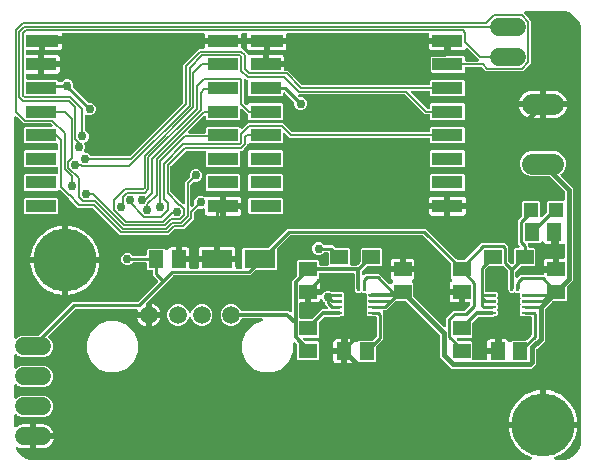
<source format=gtl>
G04 EAGLE Gerber RS-274X export*
G75*
%MOMM*%
%FSLAX34Y34*%
%LPD*%
%INTop Copper*%
%IPPOS*%
%AMOC8*
5,1,8,0,0,1.08239X$1,22.5*%
G01*
%ADD10R,0.500000X0.240000*%
%ADD11R,1.580000X1.580000*%
%ADD12R,0.240000X0.500000*%
%ADD13R,1.300000X1.500000*%
%ADD14R,1.500000X1.300000*%
%ADD15R,1.500000X1.200000*%
%ADD16C,1.524000*%
%ADD17R,2.800000X1.100000*%
%ADD18R,2.600000X1.100000*%
%ADD19C,1.790700*%
%ADD20R,2.600000X1.600000*%
%ADD21C,5.334000*%
%ADD22C,1.508000*%
%ADD23R,1.200000X1.200000*%
%ADD24C,0.304800*%
%ADD25C,0.254000*%
%ADD26C,0.152400*%
%ADD27C,0.406400*%
%ADD28C,0.756400*%

G36*
X447467Y10174D02*
X447467Y10174D01*
X447572Y10178D01*
X447625Y10194D01*
X447678Y10201D01*
X447776Y10239D01*
X447877Y10270D01*
X447924Y10298D01*
X447974Y10318D01*
X448059Y10379D01*
X448149Y10434D01*
X448187Y10472D01*
X448231Y10504D01*
X448299Y10586D01*
X448372Y10661D01*
X448400Y10708D01*
X448434Y10749D01*
X448479Y10845D01*
X448532Y10936D01*
X448547Y10988D01*
X448570Y11037D01*
X448590Y11140D01*
X448618Y11242D01*
X448619Y11296D01*
X448630Y11349D01*
X448623Y11455D01*
X448626Y11560D01*
X448613Y11613D01*
X448610Y11667D01*
X448577Y11767D01*
X448554Y11870D01*
X448529Y11918D01*
X448512Y11969D01*
X448456Y12058D01*
X448407Y12152D01*
X448371Y12192D01*
X448342Y12238D01*
X448265Y12310D01*
X448195Y12389D01*
X448150Y12419D01*
X448110Y12456D01*
X448018Y12507D01*
X447930Y12565D01*
X447850Y12599D01*
X447832Y12610D01*
X447817Y12613D01*
X447782Y12628D01*
X446804Y12970D01*
X443848Y14394D01*
X441070Y16139D01*
X438505Y18185D01*
X436185Y20505D01*
X434139Y23070D01*
X432394Y25848D01*
X430970Y28804D01*
X429887Y31901D01*
X429157Y35099D01*
X428891Y37461D01*
X456730Y37461D01*
X456848Y37476D01*
X456967Y37483D01*
X457005Y37496D01*
X457045Y37501D01*
X457156Y37544D01*
X457269Y37581D01*
X457303Y37603D01*
X457341Y37618D01*
X457437Y37688D01*
X457538Y37751D01*
X457566Y37781D01*
X457598Y37804D01*
X457674Y37896D01*
X457756Y37983D01*
X457775Y38018D01*
X457801Y38049D01*
X457852Y38157D01*
X457909Y38261D01*
X457920Y38301D01*
X457937Y38337D01*
X457959Y38454D01*
X457989Y38569D01*
X457993Y38630D01*
X457997Y38650D01*
X457995Y38670D01*
X457999Y38730D01*
X457999Y40001D01*
X458001Y40001D01*
X458001Y38730D01*
X458016Y38612D01*
X458023Y38493D01*
X458036Y38455D01*
X458041Y38414D01*
X458085Y38304D01*
X458121Y38191D01*
X458143Y38156D01*
X458158Y38119D01*
X458228Y38023D01*
X458291Y37922D01*
X458321Y37894D01*
X458345Y37861D01*
X458436Y37786D01*
X458523Y37704D01*
X458558Y37684D01*
X458590Y37659D01*
X458697Y37608D01*
X458802Y37550D01*
X458841Y37540D01*
X458877Y37523D01*
X458994Y37501D01*
X459109Y37471D01*
X459170Y37467D01*
X459190Y37463D01*
X459210Y37465D01*
X459270Y37461D01*
X487109Y37461D01*
X486843Y35099D01*
X486113Y31901D01*
X485030Y28804D01*
X483606Y25848D01*
X481861Y23070D01*
X479815Y20505D01*
X477495Y18185D01*
X474930Y16139D01*
X472152Y14394D01*
X469196Y12970D01*
X468218Y12628D01*
X468124Y12581D01*
X468026Y12542D01*
X467982Y12510D01*
X467933Y12486D01*
X467854Y12417D01*
X467769Y12356D01*
X467734Y12314D01*
X467693Y12278D01*
X467633Y12192D01*
X467566Y12111D01*
X467543Y12061D01*
X467512Y12017D01*
X467475Y11918D01*
X467430Y11823D01*
X467420Y11770D01*
X467401Y11719D01*
X467390Y11614D01*
X467370Y11510D01*
X467374Y11456D01*
X467368Y11402D01*
X467384Y11298D01*
X467390Y11193D01*
X467407Y11141D01*
X467415Y11088D01*
X467456Y10990D01*
X467488Y10891D01*
X467517Y10845D01*
X467538Y10795D01*
X467602Y10711D01*
X467658Y10622D01*
X467698Y10585D01*
X467731Y10541D01*
X467813Y10476D01*
X467890Y10404D01*
X467938Y10378D01*
X467980Y10344D01*
X468076Y10301D01*
X468168Y10250D01*
X468221Y10237D01*
X468271Y10215D01*
X468374Y10197D01*
X468476Y10171D01*
X468563Y10165D01*
X468584Y10162D01*
X468600Y10163D01*
X468637Y10161D01*
X475000Y10161D01*
X475021Y10163D01*
X475083Y10163D01*
X476854Y10280D01*
X476898Y10288D01*
X476942Y10288D01*
X477100Y10320D01*
X479304Y10911D01*
X479307Y10912D01*
X479309Y10912D01*
X479462Y10964D01*
X479566Y11007D01*
X479582Y11017D01*
X479601Y11022D01*
X479743Y11098D01*
X482419Y12737D01*
X482434Y12750D01*
X482451Y12758D01*
X482580Y12855D01*
X484966Y14893D01*
X484979Y14907D01*
X484995Y14918D01*
X485107Y15034D01*
X487145Y17420D01*
X487156Y17436D01*
X487170Y17449D01*
X487263Y17581D01*
X488902Y20257D01*
X488910Y20275D01*
X488922Y20290D01*
X488993Y20434D01*
X489036Y20538D01*
X489037Y20541D01*
X489038Y20543D01*
X489089Y20696D01*
X489680Y22900D01*
X489686Y22944D01*
X489700Y22986D01*
X489720Y23146D01*
X489779Y24042D01*
X489837Y24917D01*
X489835Y24938D01*
X489839Y25000D01*
X489839Y377269D01*
X489838Y377279D01*
X489839Y377288D01*
X489818Y377436D01*
X489799Y377585D01*
X489796Y377594D01*
X489795Y377603D01*
X489743Y377755D01*
X488993Y379566D01*
X488983Y379582D01*
X488978Y379601D01*
X488902Y379743D01*
X487263Y382419D01*
X487250Y382434D01*
X487242Y382451D01*
X487145Y382580D01*
X485107Y384966D01*
X485093Y384979D01*
X485082Y384995D01*
X484966Y385107D01*
X482580Y387145D01*
X482564Y387156D01*
X482551Y387170D01*
X482419Y387263D01*
X479743Y388902D01*
X479725Y388910D01*
X479710Y388922D01*
X479566Y388993D01*
X477755Y389743D01*
X477746Y389745D01*
X477738Y389750D01*
X477593Y389787D01*
X477448Y389827D01*
X477439Y389827D01*
X477430Y389829D01*
X477269Y389839D01*
X442788Y389839D01*
X442650Y389822D01*
X442512Y389809D01*
X442493Y389802D01*
X442473Y389799D01*
X442343Y389748D01*
X442212Y389701D01*
X442196Y389690D01*
X442177Y389682D01*
X442064Y389601D01*
X441949Y389523D01*
X441936Y389507D01*
X441920Y389496D01*
X441831Y389388D01*
X441739Y389284D01*
X441730Y389266D01*
X441717Y389251D01*
X441658Y389125D01*
X441594Y389001D01*
X441590Y388981D01*
X441581Y388963D01*
X441555Y388826D01*
X441525Y388691D01*
X441525Y388670D01*
X441521Y388651D01*
X441530Y388511D01*
X441534Y388373D01*
X441540Y388353D01*
X441541Y388333D01*
X441584Y388201D01*
X441623Y388067D01*
X441633Y388050D01*
X441639Y388031D01*
X441714Y387913D01*
X441784Y387793D01*
X441803Y387772D01*
X441809Y387762D01*
X441824Y387748D01*
X441891Y387672D01*
X442382Y387182D01*
X442382Y387181D01*
X446101Y383462D01*
X446102Y383462D01*
X447813Y381750D01*
X447813Y346250D01*
X446102Y344538D01*
X446101Y344538D01*
X442382Y340819D01*
X442382Y340818D01*
X440670Y339107D01*
X409348Y339107D01*
X406114Y342342D01*
X406036Y342402D01*
X405964Y342470D01*
X405911Y342499D01*
X405863Y342536D01*
X405772Y342576D01*
X405685Y342624D01*
X405627Y342639D01*
X405571Y342663D01*
X405473Y342678D01*
X405377Y342703D01*
X405277Y342709D01*
X405257Y342713D01*
X405244Y342711D01*
X405216Y342713D01*
X392794Y342713D01*
X392676Y342698D01*
X392557Y342691D01*
X392519Y342678D01*
X392478Y342673D01*
X392368Y342630D01*
X392255Y342593D01*
X392220Y342571D01*
X392183Y342556D01*
X392087Y342487D01*
X391986Y342423D01*
X391958Y342393D01*
X391925Y342370D01*
X391849Y342278D01*
X391768Y342191D01*
X391748Y342156D01*
X391723Y342125D01*
X391672Y342017D01*
X391614Y341913D01*
X391604Y341873D01*
X391587Y341837D01*
X391565Y341720D01*
X391535Y341605D01*
X391531Y341545D01*
X391527Y341525D01*
X391528Y341518D01*
X391527Y341515D01*
X391528Y341500D01*
X391525Y341444D01*
X391525Y338868D01*
X390632Y337975D01*
X363368Y337975D01*
X362475Y338868D01*
X362475Y351132D01*
X363368Y352025D01*
X390632Y352025D01*
X391525Y351132D01*
X391525Y348556D01*
X391540Y348438D01*
X391547Y348319D01*
X391560Y348281D01*
X391565Y348240D01*
X391608Y348130D01*
X391645Y348017D01*
X391667Y347982D01*
X391682Y347945D01*
X391751Y347849D01*
X391815Y347748D01*
X391845Y347720D01*
X391868Y347687D01*
X391960Y347611D01*
X392047Y347530D01*
X392082Y347510D01*
X392113Y347485D01*
X392221Y347434D01*
X392325Y347376D01*
X392365Y347366D01*
X392401Y347349D01*
X392518Y347327D01*
X392633Y347297D01*
X392693Y347293D01*
X392713Y347289D01*
X392734Y347291D01*
X392794Y347287D01*
X402415Y347287D01*
X402553Y347304D01*
X402691Y347317D01*
X402711Y347324D01*
X402731Y347327D01*
X402860Y347378D01*
X402991Y347425D01*
X403008Y347436D01*
X403026Y347444D01*
X403139Y347525D01*
X403254Y347603D01*
X403267Y347619D01*
X403284Y347630D01*
X403373Y347738D01*
X403464Y347842D01*
X403474Y347860D01*
X403486Y347875D01*
X403546Y348001D01*
X403609Y348125D01*
X403613Y348145D01*
X403622Y348163D01*
X403648Y348299D01*
X403679Y348435D01*
X403678Y348456D01*
X403682Y348475D01*
X403673Y348614D01*
X403669Y348753D01*
X403663Y348773D01*
X403662Y348793D01*
X403619Y348925D01*
X403581Y349059D01*
X403570Y349076D01*
X403564Y349095D01*
X403490Y349213D01*
X403419Y349333D01*
X403400Y349354D01*
X403394Y349364D01*
X403379Y349378D01*
X403313Y349453D01*
X394225Y358541D01*
X394125Y358618D01*
X394031Y358700D01*
X394000Y358715D01*
X393974Y358736D01*
X393858Y358786D01*
X393746Y358842D01*
X393713Y358849D01*
X393682Y358862D01*
X393558Y358882D01*
X393435Y358908D01*
X393401Y358907D01*
X393368Y358912D01*
X393243Y358900D01*
X393117Y358895D01*
X393085Y358886D01*
X393051Y358882D01*
X392933Y358840D01*
X392813Y358804D01*
X392784Y358786D01*
X392752Y358775D01*
X392648Y358704D01*
X392540Y358639D01*
X392517Y358615D01*
X392489Y358596D01*
X392406Y358502D01*
X392318Y358412D01*
X392290Y358371D01*
X392278Y358358D01*
X392268Y358338D01*
X392228Y358278D01*
X392033Y357940D01*
X391560Y357467D01*
X390981Y357132D01*
X390334Y356959D01*
X379539Y356959D01*
X379539Y363730D01*
X379524Y363848D01*
X379517Y363967D01*
X379504Y364005D01*
X379499Y364045D01*
X379455Y364156D01*
X379419Y364269D01*
X379397Y364304D01*
X379382Y364341D01*
X379312Y364437D01*
X379249Y364538D01*
X379219Y364566D01*
X379195Y364598D01*
X379104Y364674D01*
X379017Y364756D01*
X378982Y364775D01*
X378950Y364801D01*
X378843Y364852D01*
X378739Y364909D01*
X378699Y364920D01*
X378663Y364937D01*
X378546Y364959D01*
X378431Y364989D01*
X378370Y364993D01*
X378350Y364997D01*
X378330Y364995D01*
X378270Y364999D01*
X376999Y364999D01*
X376999Y366270D01*
X376984Y366388D01*
X376977Y366507D01*
X376964Y366545D01*
X376959Y366585D01*
X376915Y366696D01*
X376879Y366809D01*
X376857Y366844D01*
X376842Y366881D01*
X376772Y366977D01*
X376709Y367078D01*
X376679Y367106D01*
X376655Y367138D01*
X376564Y367214D01*
X376477Y367296D01*
X376442Y367315D01*
X376410Y367341D01*
X376303Y367392D01*
X376199Y367449D01*
X376159Y367460D01*
X376123Y367477D01*
X376006Y367499D01*
X375891Y367529D01*
X375830Y367533D01*
X375810Y367537D01*
X375790Y367535D01*
X375730Y367539D01*
X361459Y367539D01*
X361459Y370144D01*
X361444Y370262D01*
X361437Y370381D01*
X361424Y370419D01*
X361419Y370460D01*
X361376Y370570D01*
X361339Y370683D01*
X361317Y370718D01*
X361302Y370755D01*
X361233Y370851D01*
X361169Y370952D01*
X361139Y370980D01*
X361116Y371013D01*
X361024Y371089D01*
X360937Y371170D01*
X360902Y371190D01*
X360871Y371215D01*
X360763Y371266D01*
X360659Y371324D01*
X360619Y371334D01*
X360583Y371351D01*
X360466Y371373D01*
X360351Y371403D01*
X360291Y371407D01*
X360271Y371411D01*
X360250Y371409D01*
X360190Y371413D01*
X241810Y371413D01*
X241692Y371398D01*
X241573Y371391D01*
X241535Y371378D01*
X241494Y371373D01*
X241384Y371330D01*
X241271Y371293D01*
X241236Y371271D01*
X241199Y371256D01*
X241103Y371187D01*
X241002Y371123D01*
X240974Y371093D01*
X240941Y371070D01*
X240865Y370978D01*
X240784Y370891D01*
X240764Y370856D01*
X240739Y370825D01*
X240688Y370717D01*
X240630Y370613D01*
X240620Y370573D01*
X240603Y370537D01*
X240581Y370420D01*
X240551Y370305D01*
X240547Y370245D01*
X240543Y370225D01*
X240545Y370204D01*
X240541Y370144D01*
X240541Y367539D01*
X225270Y367539D01*
X225152Y367524D01*
X225033Y367517D01*
X224995Y367504D01*
X224955Y367499D01*
X224844Y367455D01*
X224731Y367419D01*
X224696Y367397D01*
X224659Y367382D01*
X224563Y367312D01*
X224462Y367249D01*
X224434Y367219D01*
X224402Y367195D01*
X224326Y367104D01*
X224244Y367017D01*
X224225Y366982D01*
X224199Y366950D01*
X224148Y366843D01*
X224091Y366739D01*
X224080Y366699D01*
X224063Y366663D01*
X224041Y366546D01*
X224011Y366431D01*
X224007Y366370D01*
X224003Y366350D01*
X224005Y366330D01*
X224001Y366270D01*
X224001Y364999D01*
X223999Y364999D01*
X223999Y366270D01*
X223984Y366388D01*
X223977Y366507D01*
X223964Y366545D01*
X223959Y366585D01*
X223915Y366696D01*
X223879Y366809D01*
X223857Y366844D01*
X223842Y366881D01*
X223772Y366977D01*
X223709Y367078D01*
X223679Y367106D01*
X223655Y367138D01*
X223564Y367214D01*
X223477Y367296D01*
X223442Y367315D01*
X223410Y367341D01*
X223303Y367392D01*
X223199Y367449D01*
X223159Y367460D01*
X223123Y367477D01*
X223006Y367499D01*
X222891Y367529D01*
X222830Y367533D01*
X222810Y367537D01*
X222790Y367535D01*
X222730Y367539D01*
X207459Y367539D01*
X207459Y370144D01*
X207444Y370262D01*
X207437Y370381D01*
X207424Y370419D01*
X207419Y370460D01*
X207376Y370570D01*
X207339Y370683D01*
X207317Y370718D01*
X207302Y370755D01*
X207233Y370851D01*
X207169Y370952D01*
X207139Y370980D01*
X207116Y371013D01*
X207024Y371089D01*
X206937Y371170D01*
X206902Y371190D01*
X206871Y371215D01*
X206763Y371266D01*
X206659Y371324D01*
X206619Y371334D01*
X206583Y371351D01*
X206466Y371373D01*
X206351Y371403D01*
X206291Y371407D01*
X206271Y371411D01*
X206250Y371409D01*
X206190Y371413D01*
X203810Y371413D01*
X203692Y371398D01*
X203573Y371391D01*
X203535Y371378D01*
X203494Y371373D01*
X203384Y371330D01*
X203271Y371293D01*
X203236Y371271D01*
X203199Y371256D01*
X203103Y371187D01*
X203002Y371123D01*
X202974Y371093D01*
X202941Y371070D01*
X202865Y370978D01*
X202784Y370891D01*
X202764Y370856D01*
X202739Y370825D01*
X202688Y370717D01*
X202630Y370613D01*
X202620Y370573D01*
X202603Y370537D01*
X202581Y370420D01*
X202551Y370305D01*
X202547Y370245D01*
X202543Y370225D01*
X202545Y370204D01*
X202541Y370144D01*
X202541Y367539D01*
X188270Y367539D01*
X188152Y367524D01*
X188033Y367517D01*
X187995Y367504D01*
X187955Y367499D01*
X187844Y367455D01*
X187731Y367419D01*
X187696Y367397D01*
X187659Y367382D01*
X187563Y367312D01*
X187462Y367249D01*
X187434Y367219D01*
X187402Y367195D01*
X187326Y367104D01*
X187244Y367017D01*
X187225Y366982D01*
X187199Y366950D01*
X187148Y366843D01*
X187091Y366739D01*
X187080Y366699D01*
X187063Y366663D01*
X187041Y366546D01*
X187011Y366431D01*
X187007Y366370D01*
X187003Y366350D01*
X187005Y366330D01*
X187001Y366270D01*
X187001Y363730D01*
X187016Y363612D01*
X187023Y363493D01*
X187036Y363455D01*
X187041Y363415D01*
X187085Y363304D01*
X187121Y363191D01*
X187143Y363156D01*
X187158Y363119D01*
X187228Y363022D01*
X187291Y362922D01*
X187321Y362894D01*
X187345Y362861D01*
X187436Y362786D01*
X187523Y362704D01*
X187558Y362684D01*
X187590Y362659D01*
X187697Y362608D01*
X187801Y362550D01*
X187841Y362540D01*
X187877Y362523D01*
X187994Y362501D01*
X188109Y362471D01*
X188170Y362467D01*
X188190Y362463D01*
X188210Y362465D01*
X188270Y362461D01*
X202541Y362461D01*
X202541Y359262D01*
X202553Y359164D01*
X202556Y359065D01*
X202573Y359007D01*
X202581Y358947D01*
X202617Y358855D01*
X202645Y358760D01*
X202675Y358707D01*
X202698Y358651D01*
X202756Y358571D01*
X202806Y358486D01*
X202872Y358410D01*
X202884Y358394D01*
X202894Y358386D01*
X202912Y358365D01*
X207866Y353411D01*
X207920Y353328D01*
X207945Y353306D01*
X207964Y353278D01*
X208061Y353198D01*
X208154Y353113D01*
X208183Y353097D01*
X208209Y353076D01*
X208323Y353022D01*
X208434Y352962D01*
X208467Y352954D01*
X208497Y352940D01*
X208620Y352916D01*
X208743Y352886D01*
X208776Y352887D01*
X208809Y352880D01*
X208935Y352888D01*
X209061Y352889D01*
X209109Y352899D01*
X209127Y352900D01*
X209147Y352907D01*
X209219Y352921D01*
X209665Y353041D01*
X220461Y353041D01*
X220461Y346270D01*
X220476Y346152D01*
X220483Y346033D01*
X220496Y345995D01*
X220501Y345955D01*
X220544Y345844D01*
X220581Y345731D01*
X220603Y345696D01*
X220618Y345659D01*
X220688Y345563D01*
X220751Y345462D01*
X220781Y345434D01*
X220805Y345402D01*
X220896Y345326D01*
X220983Y345244D01*
X221018Y345225D01*
X221049Y345199D01*
X221157Y345148D01*
X221261Y345091D01*
X221301Y345080D01*
X221337Y345063D01*
X221454Y345041D01*
X221569Y345011D01*
X221630Y345007D01*
X221650Y345003D01*
X221670Y345005D01*
X221730Y345001D01*
X223001Y345001D01*
X223001Y343730D01*
X223016Y343612D01*
X223023Y343493D01*
X223036Y343455D01*
X223041Y343415D01*
X223085Y343304D01*
X223121Y343191D01*
X223143Y343156D01*
X223158Y343119D01*
X223228Y343023D01*
X223291Y342922D01*
X223321Y342894D01*
X223345Y342861D01*
X223436Y342786D01*
X223523Y342704D01*
X223558Y342684D01*
X223590Y342659D01*
X223697Y342608D01*
X223801Y342550D01*
X223841Y342540D01*
X223877Y342523D01*
X223994Y342501D01*
X224109Y342471D01*
X224170Y342467D01*
X224190Y342463D01*
X224210Y342465D01*
X224270Y342461D01*
X238541Y342461D01*
X238541Y340770D01*
X238556Y340652D01*
X238563Y340533D01*
X238576Y340495D01*
X238581Y340454D01*
X238624Y340344D01*
X238661Y340231D01*
X238683Y340196D01*
X238698Y340159D01*
X238768Y340062D01*
X238831Y339962D01*
X238861Y339934D01*
X238884Y339901D01*
X238976Y339825D01*
X239063Y339744D01*
X239098Y339724D01*
X239129Y339699D01*
X239237Y339648D01*
X239341Y339590D01*
X239381Y339580D01*
X239417Y339563D01*
X239534Y339541D01*
X239649Y339511D01*
X239709Y339507D01*
X239729Y339503D01*
X239750Y339505D01*
X239810Y339501D01*
X241733Y339501D01*
X253575Y327658D01*
X253654Y327598D01*
X253726Y327530D01*
X253779Y327501D01*
X253827Y327464D01*
X253918Y327424D01*
X254004Y327376D01*
X254063Y327361D01*
X254119Y327337D01*
X254217Y327322D01*
X254312Y327297D01*
X254412Y327291D01*
X254433Y327287D01*
X254445Y327289D01*
X254473Y327287D01*
X361206Y327287D01*
X361324Y327302D01*
X361443Y327309D01*
X361481Y327322D01*
X361522Y327327D01*
X361632Y327370D01*
X361745Y327407D01*
X361780Y327429D01*
X361817Y327444D01*
X361913Y327513D01*
X362014Y327577D01*
X362042Y327607D01*
X362075Y327630D01*
X362151Y327722D01*
X362232Y327809D01*
X362252Y327844D01*
X362277Y327875D01*
X362328Y327983D01*
X362386Y328087D01*
X362396Y328127D01*
X362413Y328163D01*
X362435Y328280D01*
X362465Y328395D01*
X362469Y328455D01*
X362473Y328475D01*
X362471Y328496D01*
X362475Y328556D01*
X362475Y331132D01*
X363368Y332025D01*
X390632Y332025D01*
X391525Y331132D01*
X391525Y318868D01*
X390632Y317975D01*
X363368Y317975D01*
X362475Y318868D01*
X362475Y321444D01*
X362460Y321562D01*
X362453Y321681D01*
X362440Y321719D01*
X362435Y321760D01*
X362392Y321870D01*
X362355Y321983D01*
X362333Y322018D01*
X362318Y322055D01*
X362249Y322151D01*
X362185Y322252D01*
X362155Y322280D01*
X362132Y322313D01*
X362040Y322389D01*
X361953Y322470D01*
X361918Y322490D01*
X361887Y322515D01*
X361779Y322566D01*
X361675Y322624D01*
X361635Y322634D01*
X361599Y322651D01*
X361482Y322673D01*
X361367Y322703D01*
X361307Y322707D01*
X361287Y322711D01*
X361266Y322709D01*
X361206Y322713D01*
X347585Y322713D01*
X347447Y322696D01*
X347309Y322683D01*
X347289Y322676D01*
X347269Y322673D01*
X347140Y322622D01*
X347009Y322575D01*
X346992Y322564D01*
X346974Y322556D01*
X346862Y322475D01*
X346746Y322397D01*
X346733Y322381D01*
X346716Y322370D01*
X346628Y322262D01*
X346536Y322158D01*
X346526Y322140D01*
X346514Y322125D01*
X346454Y321999D01*
X346391Y321875D01*
X346387Y321855D01*
X346378Y321837D01*
X346352Y321701D01*
X346321Y321565D01*
X346322Y321544D01*
X346318Y321525D01*
X346327Y321386D01*
X346331Y321247D01*
X346337Y321227D01*
X346338Y321207D01*
X346381Y321075D01*
X346419Y320941D01*
X346430Y320924D01*
X346436Y320905D01*
X346511Y320787D01*
X346581Y320667D01*
X346600Y320646D01*
X346606Y320636D01*
X346621Y320622D01*
X346687Y320547D01*
X359575Y307658D01*
X359654Y307598D01*
X359726Y307530D01*
X359779Y307501D01*
X359827Y307464D01*
X359918Y307424D01*
X360004Y307376D01*
X360063Y307361D01*
X360119Y307337D01*
X360217Y307322D01*
X360312Y307297D01*
X360412Y307291D01*
X360433Y307287D01*
X360445Y307289D01*
X360473Y307287D01*
X361206Y307287D01*
X361324Y307302D01*
X361443Y307309D01*
X361481Y307322D01*
X361522Y307327D01*
X361632Y307370D01*
X361745Y307407D01*
X361780Y307429D01*
X361817Y307444D01*
X361913Y307513D01*
X362014Y307577D01*
X362042Y307607D01*
X362075Y307630D01*
X362151Y307722D01*
X362232Y307809D01*
X362252Y307844D01*
X362277Y307875D01*
X362328Y307983D01*
X362386Y308087D01*
X362396Y308127D01*
X362413Y308163D01*
X362435Y308280D01*
X362465Y308395D01*
X362469Y308455D01*
X362473Y308475D01*
X362471Y308496D01*
X362475Y308556D01*
X362475Y311132D01*
X363368Y312025D01*
X390632Y312025D01*
X391525Y311132D01*
X391525Y298868D01*
X390632Y297975D01*
X363368Y297975D01*
X362475Y298868D01*
X362475Y301444D01*
X362460Y301562D01*
X362453Y301681D01*
X362440Y301719D01*
X362435Y301760D01*
X362392Y301870D01*
X362355Y301983D01*
X362333Y302018D01*
X362318Y302055D01*
X362249Y302151D01*
X362185Y302252D01*
X362155Y302280D01*
X362132Y302313D01*
X362040Y302389D01*
X361953Y302470D01*
X361918Y302490D01*
X361887Y302515D01*
X361779Y302566D01*
X361675Y302624D01*
X361635Y302634D01*
X361599Y302651D01*
X361482Y302673D01*
X361367Y302703D01*
X361307Y302707D01*
X361287Y302711D01*
X361266Y302709D01*
X361206Y302713D01*
X358053Y302713D01*
X341473Y319294D01*
X341394Y319354D01*
X341322Y319422D01*
X341269Y319451D01*
X341221Y319488D01*
X341130Y319528D01*
X341044Y319576D01*
X340985Y319591D01*
X340929Y319615D01*
X340831Y319630D01*
X340736Y319655D01*
X340636Y319661D01*
X340615Y319665D01*
X340603Y319663D01*
X340575Y319665D01*
X251851Y319665D01*
X251713Y319648D01*
X251575Y319635D01*
X251556Y319628D01*
X251536Y319625D01*
X251407Y319574D01*
X251275Y319527D01*
X251259Y319516D01*
X251240Y319508D01*
X251128Y319427D01*
X251012Y319348D01*
X250999Y319333D01*
X250983Y319322D01*
X250894Y319214D01*
X250802Y319110D01*
X250793Y319092D01*
X250780Y319077D01*
X250721Y318951D01*
X250657Y318827D01*
X250653Y318807D01*
X250644Y318789D01*
X250618Y318653D01*
X250588Y318516D01*
X250588Y318496D01*
X250585Y318477D01*
X250593Y318338D01*
X250598Y318199D01*
X250603Y318179D01*
X250604Y318159D01*
X250647Y318027D01*
X250686Y317893D01*
X250696Y317876D01*
X250702Y317857D01*
X250777Y317739D01*
X250848Y317619D01*
X250866Y317598D01*
X250873Y317588D01*
X250888Y317574D01*
X250954Y317498D01*
X251024Y317428D01*
X251102Y317368D01*
X251174Y317300D01*
X251227Y317271D01*
X251275Y317233D01*
X251366Y317194D01*
X251453Y317146D01*
X251512Y317131D01*
X251567Y317107D01*
X251665Y317092D01*
X251761Y317067D01*
X251861Y317061D01*
X251881Y317057D01*
X251894Y317059D01*
X251921Y317057D01*
X253806Y317057D01*
X255756Y316249D01*
X257249Y314756D01*
X258057Y312806D01*
X258057Y310694D01*
X257249Y308744D01*
X255756Y307251D01*
X253806Y306443D01*
X251694Y306443D01*
X249744Y307251D01*
X248251Y308744D01*
X247443Y310694D01*
X247443Y312579D01*
X247431Y312677D01*
X247428Y312776D01*
X247411Y312834D01*
X247403Y312894D01*
X247367Y312986D01*
X247339Y313081D01*
X247309Y313134D01*
X247286Y313190D01*
X247228Y313270D01*
X247178Y313355D01*
X247112Y313431D01*
X247100Y313447D01*
X247090Y313455D01*
X247072Y313476D01*
X239691Y320856D01*
X239582Y320941D01*
X239475Y321030D01*
X239456Y321039D01*
X239440Y321051D01*
X239312Y321107D01*
X239187Y321166D01*
X239167Y321169D01*
X239148Y321177D01*
X239010Y321199D01*
X238874Y321225D01*
X238854Y321224D01*
X238834Y321227D01*
X238695Y321214D01*
X238557Y321206D01*
X238538Y321199D01*
X238518Y321198D01*
X238386Y321150D01*
X238255Y321108D01*
X238237Y321097D01*
X238218Y321090D01*
X238103Y321012D01*
X237986Y320937D01*
X237972Y320923D01*
X237955Y320911D01*
X237863Y320807D01*
X237768Y320706D01*
X237758Y320688D01*
X237745Y320673D01*
X237681Y320549D01*
X237614Y320427D01*
X237609Y320408D01*
X237600Y320390D01*
X237570Y320254D01*
X237535Y320119D01*
X237533Y320091D01*
X237530Y320079D01*
X237531Y320059D01*
X237525Y319959D01*
X237525Y318868D01*
X236632Y317975D01*
X209368Y317975D01*
X208475Y318868D01*
X208475Y330610D01*
X208460Y330728D01*
X208453Y330847D01*
X208440Y330885D01*
X208435Y330926D01*
X208392Y331036D01*
X208355Y331149D01*
X208333Y331184D01*
X208318Y331221D01*
X208249Y331317D01*
X208185Y331418D01*
X208155Y331446D01*
X208132Y331479D01*
X208040Y331555D01*
X207953Y331636D01*
X207918Y331656D01*
X207887Y331681D01*
X207779Y331732D01*
X207675Y331790D01*
X207635Y331800D01*
X207599Y331817D01*
X207482Y331839D01*
X207367Y331869D01*
X207307Y331873D01*
X207287Y331877D01*
X207266Y331875D01*
X207206Y331879D01*
X206843Y331879D01*
X206740Y331983D01*
X206630Y332068D01*
X206523Y332157D01*
X206504Y332166D01*
X206488Y332178D01*
X206360Y332234D01*
X206235Y332293D01*
X206215Y332296D01*
X206196Y332304D01*
X206058Y332326D01*
X205922Y332352D01*
X205902Y332351D01*
X205882Y332354D01*
X205743Y332341D01*
X205605Y332333D01*
X205586Y332326D01*
X205566Y332324D01*
X205435Y332277D01*
X205303Y332235D01*
X205285Y332224D01*
X205266Y332217D01*
X205152Y332139D01*
X205034Y332064D01*
X205020Y332050D01*
X205003Y332038D01*
X204911Y331934D01*
X204816Y331833D01*
X204806Y331815D01*
X204793Y331800D01*
X204729Y331676D01*
X204662Y331554D01*
X204657Y331535D01*
X204648Y331517D01*
X204618Y331381D01*
X204583Y331246D01*
X204581Y331218D01*
X204578Y331206D01*
X204579Y331186D01*
X204573Y331086D01*
X204573Y313187D01*
X204585Y313089D01*
X204588Y312990D01*
X204605Y312932D01*
X204613Y312871D01*
X204649Y312779D01*
X204677Y312684D01*
X204707Y312632D01*
X204730Y312576D01*
X204788Y312496D01*
X204838Y312410D01*
X204904Y312335D01*
X204916Y312318D01*
X204926Y312311D01*
X204944Y312289D01*
X206391Y310843D01*
X206486Y310770D01*
X206575Y310691D01*
X206611Y310673D01*
X206643Y310648D01*
X206752Y310600D01*
X206858Y310546D01*
X206897Y310537D01*
X206934Y310521D01*
X207052Y310503D01*
X207168Y310477D01*
X207209Y310478D01*
X207249Y310471D01*
X207367Y310483D01*
X207486Y310486D01*
X207525Y310498D01*
X207565Y310501D01*
X207677Y310542D01*
X207792Y310575D01*
X207826Y310595D01*
X207864Y310609D01*
X207963Y310676D01*
X208065Y310736D01*
X208111Y310776D01*
X208128Y310787D01*
X208141Y310803D01*
X208186Y310843D01*
X209368Y312025D01*
X236632Y312025D01*
X237525Y311132D01*
X237525Y298868D01*
X236632Y297975D01*
X209368Y297975D01*
X208475Y298868D01*
X208475Y301765D01*
X208463Y301863D01*
X208460Y301962D01*
X208443Y302020D01*
X208435Y302081D01*
X208399Y302173D01*
X208371Y302268D01*
X208341Y302320D01*
X208318Y302376D01*
X208260Y302456D01*
X208210Y302542D01*
X208144Y302617D01*
X208132Y302634D01*
X208122Y302641D01*
X208104Y302663D01*
X203691Y307075D01*
X203582Y307160D01*
X203475Y307248D01*
X203456Y307257D01*
X203440Y307270D01*
X203312Y307325D01*
X203187Y307384D01*
X203167Y307388D01*
X203148Y307396D01*
X203010Y307418D01*
X202874Y307444D01*
X202854Y307443D01*
X202834Y307446D01*
X202695Y307433D01*
X202557Y307424D01*
X202538Y307418D01*
X202518Y307416D01*
X202386Y307369D01*
X202255Y307326D01*
X202237Y307315D01*
X202218Y307308D01*
X202103Y307230D01*
X201986Y307156D01*
X201972Y307141D01*
X201955Y307130D01*
X201863Y307025D01*
X201768Y306924D01*
X201758Y306907D01*
X201745Y306891D01*
X201681Y306767D01*
X201614Y306646D01*
X201609Y306626D01*
X201600Y306608D01*
X201570Y306472D01*
X201535Y306338D01*
X201533Y306310D01*
X201530Y306298D01*
X201531Y306277D01*
X201525Y306177D01*
X201525Y298868D01*
X200632Y297975D01*
X173368Y297975D01*
X172475Y298868D01*
X172475Y300177D01*
X172458Y300315D01*
X172445Y300453D01*
X172438Y300473D01*
X172435Y300493D01*
X172384Y300622D01*
X172337Y300753D01*
X172326Y300770D01*
X172318Y300788D01*
X172237Y300901D01*
X172159Y301016D01*
X172143Y301029D01*
X172132Y301046D01*
X172024Y301135D01*
X171920Y301226D01*
X171902Y301236D01*
X171887Y301248D01*
X171761Y301308D01*
X171637Y301371D01*
X171617Y301375D01*
X171599Y301384D01*
X171463Y301410D01*
X171327Y301441D01*
X171306Y301440D01*
X171287Y301444D01*
X171148Y301435D01*
X171009Y301431D01*
X170989Y301425D01*
X170969Y301424D01*
X170837Y301381D01*
X170703Y301343D01*
X170686Y301332D01*
X170667Y301326D01*
X170549Y301252D01*
X170429Y301181D01*
X170408Y301162D01*
X170398Y301156D01*
X170384Y301141D01*
X170309Y301075D01*
X157687Y288453D01*
X157602Y288344D01*
X157514Y288237D01*
X157505Y288218D01*
X157492Y288202D01*
X157437Y288074D01*
X157378Y287949D01*
X157374Y287929D01*
X157366Y287910D01*
X157344Y287772D01*
X157318Y287636D01*
X157319Y287616D01*
X157316Y287596D01*
X157329Y287457D01*
X157338Y287319D01*
X157344Y287300D01*
X157346Y287280D01*
X157393Y287148D01*
X157436Y287017D01*
X157447Y286999D01*
X157454Y286980D01*
X157532Y286865D01*
X157606Y286748D01*
X157621Y286734D01*
X157632Y286717D01*
X157736Y286625D01*
X157838Y286530D01*
X157856Y286520D01*
X157871Y286507D01*
X157995Y286443D01*
X158116Y286376D01*
X158136Y286371D01*
X158154Y286362D01*
X158290Y286332D01*
X158424Y286297D01*
X158452Y286295D01*
X158464Y286292D01*
X158485Y286293D01*
X158585Y286287D01*
X171206Y286287D01*
X171324Y286302D01*
X171443Y286309D01*
X171481Y286322D01*
X171522Y286327D01*
X171632Y286370D01*
X171745Y286407D01*
X171780Y286429D01*
X171817Y286444D01*
X171913Y286513D01*
X172014Y286577D01*
X172042Y286607D01*
X172075Y286630D01*
X172151Y286722D01*
X172232Y286809D01*
X172252Y286844D01*
X172277Y286875D01*
X172328Y286983D01*
X172386Y287087D01*
X172396Y287127D01*
X172413Y287163D01*
X172435Y287280D01*
X172465Y287395D01*
X172469Y287455D01*
X172473Y287475D01*
X172471Y287496D01*
X172475Y287556D01*
X172475Y291132D01*
X173368Y292025D01*
X200632Y292025D01*
X201655Y291001D01*
X201663Y290980D01*
X201674Y290963D01*
X201682Y290945D01*
X201763Y290832D01*
X201841Y290717D01*
X201857Y290704D01*
X201868Y290687D01*
X201976Y290598D01*
X202080Y290507D01*
X202098Y290497D01*
X202113Y290484D01*
X202239Y290425D01*
X202363Y290362D01*
X202383Y290357D01*
X202401Y290349D01*
X202537Y290323D01*
X202673Y290292D01*
X202694Y290293D01*
X202713Y290289D01*
X202852Y290298D01*
X202991Y290302D01*
X203011Y290308D01*
X203031Y290309D01*
X203163Y290352D01*
X203297Y290390D01*
X203314Y290401D01*
X203333Y290407D01*
X203451Y290481D01*
X203571Y290552D01*
X203592Y290570D01*
X203602Y290577D01*
X203616Y290592D01*
X203691Y290658D01*
X208106Y295073D01*
X237894Y295073D01*
X245308Y287658D01*
X245387Y287598D01*
X245459Y287530D01*
X245512Y287501D01*
X245560Y287464D01*
X245651Y287424D01*
X245737Y287376D01*
X245796Y287361D01*
X245851Y287337D01*
X245949Y287322D01*
X246045Y287297D01*
X246145Y287291D01*
X246166Y287287D01*
X246178Y287289D01*
X246206Y287287D01*
X361206Y287287D01*
X361324Y287302D01*
X361443Y287309D01*
X361481Y287322D01*
X361522Y287327D01*
X361632Y287370D01*
X361745Y287407D01*
X361780Y287429D01*
X361817Y287444D01*
X361913Y287513D01*
X362014Y287577D01*
X362042Y287607D01*
X362075Y287630D01*
X362151Y287722D01*
X362232Y287809D01*
X362252Y287844D01*
X362277Y287875D01*
X362328Y287983D01*
X362386Y288087D01*
X362396Y288127D01*
X362413Y288163D01*
X362435Y288280D01*
X362465Y288395D01*
X362469Y288455D01*
X362473Y288475D01*
X362471Y288496D01*
X362475Y288556D01*
X362475Y291132D01*
X363368Y292025D01*
X390632Y292025D01*
X391525Y291132D01*
X391525Y278868D01*
X390632Y277975D01*
X363368Y277975D01*
X362475Y278868D01*
X362475Y281444D01*
X362460Y281562D01*
X362453Y281681D01*
X362440Y281719D01*
X362435Y281760D01*
X362392Y281870D01*
X362355Y281983D01*
X362333Y282018D01*
X362318Y282055D01*
X362249Y282151D01*
X362185Y282252D01*
X362155Y282280D01*
X362132Y282313D01*
X362040Y282389D01*
X361953Y282470D01*
X361918Y282490D01*
X361887Y282515D01*
X361779Y282566D01*
X361675Y282624D01*
X361635Y282634D01*
X361599Y282651D01*
X361482Y282673D01*
X361367Y282703D01*
X361307Y282707D01*
X361287Y282711D01*
X361266Y282709D01*
X361206Y282713D01*
X243786Y282713D01*
X239691Y286807D01*
X239582Y286893D01*
X239475Y286981D01*
X239456Y286990D01*
X239440Y287002D01*
X239312Y287058D01*
X239187Y287117D01*
X239167Y287121D01*
X239148Y287129D01*
X239010Y287151D01*
X238874Y287177D01*
X238854Y287175D01*
X238834Y287179D01*
X238695Y287166D01*
X238557Y287157D01*
X238538Y287151D01*
X238518Y287149D01*
X238386Y287102D01*
X238255Y287059D01*
X238237Y287048D01*
X238218Y287041D01*
X238103Y286963D01*
X237986Y286889D01*
X237972Y286874D01*
X237955Y286863D01*
X237863Y286758D01*
X237768Y286657D01*
X237758Y286639D01*
X237745Y286624D01*
X237681Y286500D01*
X237614Y286379D01*
X237609Y286359D01*
X237600Y286341D01*
X237570Y286205D01*
X237535Y286071D01*
X237533Y286043D01*
X237530Y286031D01*
X237531Y286010D01*
X237525Y285910D01*
X237525Y278868D01*
X236632Y277975D01*
X208890Y277975D01*
X208772Y277960D01*
X208653Y277953D01*
X208615Y277940D01*
X208574Y277935D01*
X208464Y277892D01*
X208351Y277855D01*
X208316Y277833D01*
X208279Y277818D01*
X208183Y277749D01*
X208082Y277685D01*
X208054Y277655D01*
X208021Y277632D01*
X207945Y277540D01*
X207864Y277453D01*
X207844Y277418D01*
X207819Y277387D01*
X207768Y277279D01*
X207710Y277175D01*
X207700Y277135D01*
X207683Y277099D01*
X207661Y276982D01*
X207631Y276867D01*
X207627Y276807D01*
X207623Y276787D01*
X207623Y276784D01*
X207624Y276765D01*
X207621Y276706D01*
X207621Y276343D01*
X204868Y273591D01*
X204868Y273590D01*
X203157Y271879D01*
X202794Y271879D01*
X202676Y271864D01*
X202557Y271857D01*
X202519Y271844D01*
X202478Y271839D01*
X202368Y271796D01*
X202255Y271759D01*
X202220Y271737D01*
X202183Y271722D01*
X202087Y271653D01*
X201986Y271589D01*
X201958Y271559D01*
X201925Y271536D01*
X201849Y271444D01*
X201768Y271357D01*
X201748Y271322D01*
X201723Y271291D01*
X201672Y271183D01*
X201614Y271079D01*
X201604Y271039D01*
X201587Y271003D01*
X201565Y270886D01*
X201535Y270771D01*
X201531Y270711D01*
X201527Y270691D01*
X201529Y270670D01*
X201525Y270610D01*
X201525Y258868D01*
X200632Y257975D01*
X173368Y257975D01*
X172475Y258868D01*
X172475Y270610D01*
X172460Y270728D01*
X172453Y270847D01*
X172440Y270885D01*
X172435Y270926D01*
X172392Y271036D01*
X172355Y271149D01*
X172333Y271184D01*
X172318Y271221D01*
X172249Y271317D01*
X172185Y271418D01*
X172155Y271446D01*
X172132Y271479D01*
X172040Y271555D01*
X171953Y271636D01*
X171918Y271656D01*
X171887Y271681D01*
X171779Y271732D01*
X171675Y271790D01*
X171635Y271800D01*
X171599Y271817D01*
X171482Y271839D01*
X171367Y271869D01*
X171307Y271873D01*
X171287Y271877D01*
X171266Y271875D01*
X171206Y271879D01*
X156217Y271879D01*
X156118Y271867D01*
X156019Y271864D01*
X155961Y271847D01*
X155901Y271839D01*
X155809Y271803D01*
X155714Y271775D01*
X155662Y271745D01*
X155605Y271722D01*
X155525Y271664D01*
X155440Y271614D01*
X155365Y271548D01*
X155348Y271536D01*
X155340Y271526D01*
X155319Y271508D01*
X142754Y258943D01*
X142694Y258865D01*
X142626Y258792D01*
X142597Y258739D01*
X142560Y258692D01*
X142520Y258601D01*
X142472Y258514D01*
X142457Y258455D01*
X142433Y258400D01*
X142418Y258302D01*
X142393Y258206D01*
X142387Y258106D01*
X142383Y258086D01*
X142385Y258073D01*
X142383Y258045D01*
X142383Y237473D01*
X142395Y237375D01*
X142398Y237276D01*
X142415Y237218D01*
X142423Y237157D01*
X142459Y237065D01*
X142487Y236970D01*
X142517Y236918D01*
X142540Y236862D01*
X142598Y236782D01*
X142648Y236696D01*
X142714Y236621D01*
X142726Y236604D01*
X142736Y236597D01*
X142754Y236575D01*
X150603Y228726D01*
X150682Y228666D01*
X150754Y228598D01*
X150807Y228569D01*
X150855Y228532D01*
X150946Y228492D01*
X151032Y228444D01*
X151091Y228429D01*
X151147Y228405D01*
X151245Y228390D01*
X151340Y228365D01*
X151440Y228359D01*
X151460Y228355D01*
X152663Y227153D01*
X152772Y227068D01*
X152879Y226979D01*
X152898Y226970D01*
X152914Y226958D01*
X153042Y226903D01*
X153167Y226843D01*
X153187Y226840D01*
X153206Y226832D01*
X153344Y226810D01*
X153480Y226784D01*
X153500Y226785D01*
X153520Y226782D01*
X153659Y226795D01*
X153797Y226803D01*
X153816Y226810D01*
X153836Y226812D01*
X153968Y226859D01*
X154099Y226901D01*
X154117Y226912D01*
X154136Y226919D01*
X154251Y226997D01*
X154368Y227072D01*
X154382Y227086D01*
X154399Y227098D01*
X154491Y227202D01*
X154586Y227303D01*
X154596Y227321D01*
X154609Y227336D01*
X154673Y227460D01*
X154740Y227582D01*
X154745Y227601D01*
X154754Y227619D01*
X154784Y227755D01*
X154819Y227890D01*
X154821Y227918D01*
X154824Y227930D01*
X154823Y227950D01*
X154829Y228050D01*
X154829Y245063D01*
X156541Y246774D01*
X158392Y248625D01*
X158410Y248649D01*
X158432Y248668D01*
X158507Y248774D01*
X158586Y248877D01*
X158598Y248904D01*
X158615Y248928D01*
X158661Y249049D01*
X158713Y249169D01*
X158717Y249198D01*
X158728Y249226D01*
X158742Y249354D01*
X158763Y249483D01*
X158760Y249512D01*
X158763Y249542D01*
X158745Y249670D01*
X158733Y249799D01*
X158723Y249827D01*
X158719Y249856D01*
X158693Y249931D01*
X158693Y252056D01*
X159501Y254006D01*
X160994Y255499D01*
X162944Y256307D01*
X165056Y256307D01*
X167006Y255499D01*
X168499Y254006D01*
X169307Y252056D01*
X169307Y249944D01*
X168499Y247994D01*
X167006Y246501D01*
X165056Y245693D01*
X162930Y245693D01*
X162827Y245716D01*
X162702Y245751D01*
X162673Y245751D01*
X162644Y245758D01*
X162514Y245754D01*
X162384Y245756D01*
X162355Y245749D01*
X162326Y245748D01*
X162201Y245712D01*
X162075Y245682D01*
X162049Y245668D01*
X162020Y245659D01*
X161909Y245594D01*
X161794Y245533D01*
X161772Y245513D01*
X161746Y245498D01*
X161625Y245392D01*
X159774Y243541D01*
X159714Y243462D01*
X159646Y243390D01*
X159617Y243337D01*
X159580Y243289D01*
X159540Y243198D01*
X159492Y243112D01*
X159477Y243053D01*
X159453Y242997D01*
X159438Y242900D01*
X159413Y242804D01*
X159407Y242704D01*
X159403Y242683D01*
X159405Y242671D01*
X159403Y242643D01*
X159403Y225701D01*
X159420Y225563D01*
X159433Y225425D01*
X159440Y225406D01*
X159443Y225385D01*
X159494Y225256D01*
X159541Y225125D01*
X159552Y225108D01*
X159560Y225090D01*
X159641Y224977D01*
X159719Y224862D01*
X159735Y224849D01*
X159746Y224832D01*
X159854Y224744D01*
X159958Y224652D01*
X159976Y224642D01*
X159991Y224630D01*
X160117Y224570D01*
X160241Y224507D01*
X160261Y224503D01*
X160279Y224494D01*
X160416Y224468D01*
X160551Y224437D01*
X160572Y224438D01*
X160591Y224434D01*
X160730Y224443D01*
X160869Y224447D01*
X160889Y224453D01*
X160909Y224454D01*
X161041Y224497D01*
X161175Y224535D01*
X161192Y224546D01*
X161211Y224552D01*
X161329Y224626D01*
X161449Y224697D01*
X161470Y224716D01*
X161480Y224722D01*
X161494Y224737D01*
X161569Y224803D01*
X162392Y225625D01*
X162410Y225649D01*
X162432Y225668D01*
X162507Y225774D01*
X162586Y225877D01*
X162598Y225904D01*
X162615Y225928D01*
X162661Y226050D01*
X162713Y226169D01*
X162717Y226198D01*
X162728Y226225D01*
X162742Y226355D01*
X162763Y226483D01*
X162760Y226512D01*
X162763Y226541D01*
X162745Y226670D01*
X162733Y226799D01*
X162723Y226827D01*
X162719Y226856D01*
X162693Y226931D01*
X162693Y229056D01*
X163501Y231006D01*
X164994Y232499D01*
X166944Y233307D01*
X169056Y233307D01*
X171228Y232407D01*
X171250Y232401D01*
X171270Y232390D01*
X171404Y232359D01*
X171535Y232323D01*
X171558Y232323D01*
X171580Y232317D01*
X171716Y232320D01*
X171853Y232318D01*
X171875Y232323D01*
X171898Y232324D01*
X172029Y232360D01*
X172162Y232392D01*
X172182Y232403D01*
X172204Y232409D01*
X172349Y232480D01*
X173019Y232868D01*
X173666Y233041D01*
X184461Y233041D01*
X184461Y226270D01*
X184476Y226152D01*
X184483Y226033D01*
X184496Y225995D01*
X184501Y225955D01*
X184545Y225844D01*
X184581Y225731D01*
X184603Y225696D01*
X184618Y225659D01*
X184688Y225563D01*
X184751Y225462D01*
X184781Y225434D01*
X184805Y225402D01*
X184896Y225326D01*
X184983Y225244D01*
X185018Y225225D01*
X185049Y225199D01*
X185157Y225148D01*
X185261Y225091D01*
X185301Y225080D01*
X185337Y225063D01*
X185454Y225041D01*
X185569Y225011D01*
X185630Y225007D01*
X185650Y225003D01*
X185670Y225005D01*
X185730Y225001D01*
X187001Y225001D01*
X187001Y224999D01*
X185730Y224999D01*
X185612Y224984D01*
X185493Y224977D01*
X185455Y224964D01*
X185415Y224959D01*
X185304Y224915D01*
X185191Y224879D01*
X185156Y224857D01*
X185119Y224842D01*
X185023Y224772D01*
X184922Y224709D01*
X184894Y224679D01*
X184861Y224655D01*
X184786Y224564D01*
X184704Y224477D01*
X184684Y224442D01*
X184659Y224410D01*
X184608Y224303D01*
X184550Y224199D01*
X184540Y224159D01*
X184523Y224123D01*
X184501Y224006D01*
X184471Y223891D01*
X184467Y223830D01*
X184463Y223810D01*
X184465Y223790D01*
X184461Y223730D01*
X184461Y216959D01*
X173666Y216959D01*
X173019Y217132D01*
X172440Y217467D01*
X171967Y217940D01*
X171632Y218519D01*
X171459Y219166D01*
X171459Y221789D01*
X171453Y221839D01*
X171455Y221888D01*
X171433Y221996D01*
X171419Y222105D01*
X171401Y222151D01*
X171391Y222200D01*
X171343Y222298D01*
X171302Y222401D01*
X171273Y222441D01*
X171251Y222485D01*
X171180Y222569D01*
X171116Y222658D01*
X171077Y222690D01*
X171045Y222727D01*
X170955Y222791D01*
X170871Y222861D01*
X170826Y222882D01*
X170785Y222911D01*
X170682Y222949D01*
X170583Y222996D01*
X170534Y223006D01*
X170488Y223023D01*
X170378Y223035D01*
X170271Y223056D01*
X170221Y223053D01*
X170172Y223058D01*
X170063Y223043D01*
X169953Y223036D01*
X169906Y223021D01*
X169857Y223014D01*
X169704Y222962D01*
X169056Y222693D01*
X166930Y222693D01*
X166827Y222716D01*
X166702Y222751D01*
X166672Y222751D01*
X166644Y222758D01*
X166514Y222754D01*
X166384Y222756D01*
X166355Y222749D01*
X166326Y222748D01*
X166201Y222712D01*
X166075Y222681D01*
X166049Y222668D01*
X166020Y222659D01*
X165908Y222594D01*
X165794Y222533D01*
X165772Y222513D01*
X165746Y222498D01*
X165625Y222392D01*
X162822Y219589D01*
X162762Y219510D01*
X162694Y219438D01*
X162665Y219385D01*
X162628Y219337D01*
X162588Y219246D01*
X162540Y219160D01*
X162525Y219101D01*
X162501Y219045D01*
X162486Y218947D01*
X162461Y218852D01*
X162455Y218752D01*
X162451Y218731D01*
X162453Y218719D01*
X162451Y218691D01*
X162451Y214014D01*
X153986Y205549D01*
X146570Y205549D01*
X146471Y205537D01*
X146372Y205534D01*
X146314Y205517D01*
X146254Y205509D01*
X146162Y205473D01*
X146067Y205445D01*
X146015Y205415D01*
X145958Y205392D01*
X145878Y205334D01*
X145793Y205284D01*
X145717Y205218D01*
X145701Y205206D01*
X145693Y205196D01*
X145672Y205178D01*
X140932Y200437D01*
X99816Y200437D01*
X77027Y223226D01*
X76949Y223286D01*
X76877Y223354D01*
X76824Y223383D01*
X76776Y223420D01*
X76685Y223460D01*
X76598Y223508D01*
X76540Y223523D01*
X76484Y223547D01*
X76386Y223562D01*
X76291Y223587D01*
X76191Y223593D01*
X76170Y223597D01*
X76158Y223595D01*
X76130Y223597D01*
X64277Y223597D01*
X62566Y225308D01*
X62565Y225309D01*
X56533Y231342D01*
X56454Y231402D01*
X56382Y231470D01*
X56329Y231499D01*
X56281Y231536D01*
X56190Y231576D01*
X49109Y238657D01*
X49014Y238730D01*
X48925Y238809D01*
X48889Y238827D01*
X48857Y238852D01*
X48748Y238900D01*
X48642Y238954D01*
X48603Y238963D01*
X48566Y238979D01*
X48448Y238997D01*
X48332Y239023D01*
X48291Y239022D01*
X48251Y239029D01*
X48133Y239017D01*
X48014Y239014D01*
X47975Y239002D01*
X47935Y238999D01*
X47823Y238958D01*
X47708Y238925D01*
X47674Y238905D01*
X47636Y238891D01*
X47537Y238824D01*
X47434Y238764D01*
X47389Y238724D01*
X47372Y238713D01*
X47359Y238697D01*
X47314Y238657D01*
X46632Y237975D01*
X19368Y237975D01*
X18475Y238868D01*
X18475Y251132D01*
X19368Y252025D01*
X46280Y252025D01*
X46398Y252040D01*
X46517Y252047D01*
X46555Y252060D01*
X46596Y252065D01*
X46706Y252108D01*
X46819Y252145D01*
X46854Y252167D01*
X46891Y252182D01*
X46987Y252251D01*
X47088Y252315D01*
X47116Y252345D01*
X47149Y252368D01*
X47225Y252460D01*
X47306Y252547D01*
X47326Y252582D01*
X47351Y252613D01*
X47402Y252721D01*
X47460Y252825D01*
X47470Y252865D01*
X47487Y252901D01*
X47509Y253018D01*
X47539Y253133D01*
X47543Y253193D01*
X47547Y253213D01*
X47545Y253234D01*
X47549Y253294D01*
X47549Y256706D01*
X47534Y256824D01*
X47527Y256943D01*
X47514Y256981D01*
X47509Y257022D01*
X47466Y257132D01*
X47429Y257245D01*
X47407Y257280D01*
X47392Y257317D01*
X47323Y257413D01*
X47259Y257514D01*
X47229Y257542D01*
X47206Y257575D01*
X47114Y257651D01*
X47027Y257732D01*
X46992Y257752D01*
X46961Y257777D01*
X46853Y257828D01*
X46749Y257886D01*
X46709Y257896D01*
X46673Y257913D01*
X46556Y257935D01*
X46441Y257965D01*
X46381Y257969D01*
X46361Y257973D01*
X46340Y257971D01*
X46280Y257975D01*
X19368Y257975D01*
X18475Y258868D01*
X18475Y271132D01*
X19368Y272025D01*
X46280Y272025D01*
X46398Y272040D01*
X46517Y272047D01*
X46555Y272060D01*
X46596Y272065D01*
X46706Y272108D01*
X46819Y272145D01*
X46854Y272167D01*
X46891Y272182D01*
X46987Y272251D01*
X47088Y272315D01*
X47116Y272345D01*
X47149Y272368D01*
X47225Y272460D01*
X47306Y272547D01*
X47326Y272582D01*
X47351Y272613D01*
X47402Y272721D01*
X47460Y272825D01*
X47470Y272865D01*
X47487Y272901D01*
X47509Y273018D01*
X47539Y273133D01*
X47543Y273193D01*
X47547Y273213D01*
X47545Y273234D01*
X47549Y273294D01*
X47549Y276706D01*
X47534Y276824D01*
X47527Y276943D01*
X47514Y276981D01*
X47509Y277022D01*
X47466Y277132D01*
X47429Y277245D01*
X47407Y277280D01*
X47392Y277317D01*
X47323Y277413D01*
X47259Y277514D01*
X47229Y277542D01*
X47206Y277575D01*
X47114Y277651D01*
X47027Y277732D01*
X46992Y277752D01*
X46961Y277777D01*
X46853Y277828D01*
X46749Y277886D01*
X46709Y277896D01*
X46673Y277913D01*
X46556Y277935D01*
X46441Y277965D01*
X46381Y277969D01*
X46361Y277973D01*
X46340Y277971D01*
X46280Y277975D01*
X19368Y277975D01*
X18475Y278868D01*
X18475Y291132D01*
X19368Y292025D01*
X41410Y292025D01*
X41548Y292042D01*
X41686Y292055D01*
X41705Y292062D01*
X41726Y292065D01*
X41855Y292116D01*
X41986Y292163D01*
X42002Y292174D01*
X42021Y292182D01*
X42134Y292263D01*
X42249Y292341D01*
X42262Y292357D01*
X42279Y292368D01*
X42367Y292476D01*
X42459Y292580D01*
X42468Y292598D01*
X42481Y292613D01*
X42540Y292739D01*
X42604Y292863D01*
X42608Y292883D01*
X42617Y292901D01*
X42643Y293037D01*
X42673Y293173D01*
X42673Y293194D01*
X42677Y293213D01*
X42668Y293352D01*
X42664Y293491D01*
X42658Y293511D01*
X42657Y293531D01*
X42614Y293663D01*
X42575Y293797D01*
X42565Y293814D01*
X42559Y293833D01*
X42484Y293951D01*
X42414Y294071D01*
X42395Y294092D01*
X42389Y294102D01*
X42374Y294116D01*
X42307Y294192D01*
X41943Y294556D01*
X41865Y294616D01*
X41793Y294684D01*
X41740Y294713D01*
X41692Y294750D01*
X41601Y294790D01*
X41515Y294838D01*
X41456Y294853D01*
X41400Y294877D01*
X41302Y294892D01*
X41207Y294917D01*
X41106Y294923D01*
X41086Y294927D01*
X41074Y294925D01*
X41046Y294927D01*
X18106Y294927D01*
X16395Y296639D01*
X12327Y300706D01*
X12218Y300791D01*
X12111Y300880D01*
X12092Y300888D01*
X12076Y300901D01*
X11948Y300956D01*
X11823Y301015D01*
X11803Y301019D01*
X11784Y301027D01*
X11646Y301049D01*
X11510Y301075D01*
X11490Y301074D01*
X11470Y301077D01*
X11331Y301064D01*
X11193Y301055D01*
X11174Y301049D01*
X11154Y301047D01*
X11022Y301000D01*
X10891Y300957D01*
X10873Y300946D01*
X10854Y300939D01*
X10739Y300861D01*
X10622Y300787D01*
X10608Y300772D01*
X10591Y300761D01*
X10499Y300657D01*
X10404Y300555D01*
X10394Y300538D01*
X10381Y300522D01*
X10317Y300398D01*
X10250Y300277D01*
X10245Y300257D01*
X10236Y300239D01*
X10206Y300103D01*
X10171Y299969D01*
X10169Y299941D01*
X10166Y299929D01*
X10167Y299908D01*
X10161Y299808D01*
X10161Y113878D01*
X10178Y113740D01*
X10191Y113601D01*
X10198Y113582D01*
X10201Y113562D01*
X10252Y113433D01*
X10299Y113302D01*
X10310Y113285D01*
X10318Y113266D01*
X10399Y113154D01*
X10477Y113039D01*
X10493Y113025D01*
X10504Y113009D01*
X10612Y112920D01*
X10716Y112828D01*
X10734Y112819D01*
X10749Y112806D01*
X10875Y112747D01*
X10999Y112684D01*
X11019Y112679D01*
X11037Y112671D01*
X11174Y112645D01*
X11309Y112614D01*
X11330Y112615D01*
X11349Y112611D01*
X11488Y112619D01*
X11627Y112624D01*
X11647Y112629D01*
X11667Y112631D01*
X11799Y112673D01*
X11933Y112712D01*
X11950Y112722D01*
X11969Y112729D01*
X12087Y112803D01*
X12207Y112874D01*
X12228Y112892D01*
X12238Y112899D01*
X12252Y112914D01*
X12327Y112980D01*
X13200Y113853D01*
X16561Y115245D01*
X30667Y115245D01*
X30765Y115257D01*
X30864Y115260D01*
X30922Y115277D01*
X30982Y115285D01*
X31074Y115321D01*
X31169Y115349D01*
X31222Y115379D01*
X31278Y115402D01*
X31358Y115460D01*
X31443Y115510D01*
X31519Y115576D01*
X31535Y115588D01*
X31543Y115598D01*
X31564Y115616D01*
X59742Y143795D01*
X114111Y143795D01*
X114209Y143807D01*
X114308Y143810D01*
X114366Y143827D01*
X114426Y143835D01*
X114518Y143871D01*
X114613Y143899D01*
X114666Y143929D01*
X114722Y143952D01*
X114802Y144010D01*
X114887Y144060D01*
X114963Y144126D01*
X114979Y144138D01*
X114987Y144148D01*
X115008Y144166D01*
X131547Y160706D01*
X131620Y160800D01*
X131699Y160889D01*
X131717Y160925D01*
X131742Y160957D01*
X131789Y161066D01*
X131844Y161172D01*
X131852Y161211D01*
X131868Y161249D01*
X131887Y161366D01*
X131913Y161482D01*
X131912Y161523D01*
X131918Y161563D01*
X131907Y161681D01*
X131904Y161800D01*
X131892Y161839D01*
X131888Y161879D01*
X131848Y161991D01*
X131815Y162106D01*
X131795Y162141D01*
X131781Y162179D01*
X131714Y162277D01*
X131654Y162380D01*
X131614Y162425D01*
X131602Y162442D01*
X131587Y162455D01*
X131547Y162501D01*
X129714Y164334D01*
X127705Y166342D01*
X127705Y169706D01*
X127690Y169824D01*
X127683Y169943D01*
X127670Y169981D01*
X127665Y170022D01*
X127622Y170132D01*
X127585Y170245D01*
X127563Y170280D01*
X127548Y170317D01*
X127479Y170413D01*
X127415Y170514D01*
X127385Y170542D01*
X127362Y170575D01*
X127270Y170651D01*
X127183Y170732D01*
X127148Y170752D01*
X127117Y170777D01*
X127009Y170828D01*
X126905Y170886D01*
X126865Y170896D01*
X126829Y170913D01*
X126712Y170935D01*
X126597Y170965D01*
X126537Y170969D01*
X126517Y170973D01*
X126496Y170971D01*
X126436Y170975D01*
X123368Y170975D01*
X122475Y171868D01*
X122475Y175936D01*
X122460Y176054D01*
X122453Y176173D01*
X122440Y176211D01*
X122435Y176252D01*
X122392Y176362D01*
X122355Y176475D01*
X122333Y176510D01*
X122318Y176547D01*
X122249Y176643D01*
X122185Y176744D01*
X122155Y176772D01*
X122132Y176805D01*
X122040Y176881D01*
X121953Y176962D01*
X121918Y176982D01*
X121887Y177007D01*
X121779Y177058D01*
X121675Y177116D01*
X121635Y177126D01*
X121599Y177143D01*
X121482Y177165D01*
X121367Y177195D01*
X121307Y177199D01*
X121287Y177203D01*
X121266Y177201D01*
X121206Y177205D01*
X111236Y177205D01*
X111138Y177193D01*
X111039Y177190D01*
X110980Y177173D01*
X110920Y177165D01*
X110828Y177129D01*
X110733Y177101D01*
X110681Y177071D01*
X110625Y177048D01*
X110545Y176990D01*
X110459Y176940D01*
X110384Y176874D01*
X110367Y176862D01*
X110360Y176852D01*
X110338Y176834D01*
X109006Y175501D01*
X107056Y174693D01*
X104944Y174693D01*
X102994Y175501D01*
X101501Y176994D01*
X100693Y178944D01*
X100693Y181056D01*
X101501Y183006D01*
X102994Y184499D01*
X104944Y185307D01*
X107056Y185307D01*
X109006Y184499D01*
X110338Y183166D01*
X110417Y183106D01*
X110489Y183038D01*
X110542Y183009D01*
X110590Y182972D01*
X110681Y182932D01*
X110767Y182884D01*
X110826Y182869D01*
X110882Y182845D01*
X110979Y182830D01*
X111075Y182805D01*
X111175Y182799D01*
X111196Y182795D01*
X111208Y182797D01*
X111236Y182795D01*
X121206Y182795D01*
X121324Y182810D01*
X121443Y182817D01*
X121481Y182830D01*
X121522Y182835D01*
X121632Y182878D01*
X121745Y182915D01*
X121780Y182937D01*
X121817Y182952D01*
X121913Y183021D01*
X122014Y183085D01*
X122042Y183115D01*
X122075Y183138D01*
X122151Y183230D01*
X122232Y183317D01*
X122252Y183352D01*
X122277Y183383D01*
X122328Y183491D01*
X122386Y183595D01*
X122396Y183635D01*
X122413Y183671D01*
X122435Y183788D01*
X122465Y183903D01*
X122469Y183963D01*
X122473Y183983D01*
X122471Y184004D01*
X122475Y184064D01*
X122475Y188132D01*
X123368Y189025D01*
X137632Y189025D01*
X138564Y188093D01*
X138663Y188016D01*
X138758Y187934D01*
X138788Y187919D01*
X138815Y187898D01*
X138930Y187848D01*
X139043Y187792D01*
X139076Y187785D01*
X139107Y187771D01*
X139231Y187752D01*
X139354Y187726D01*
X139387Y187727D01*
X139421Y187722D01*
X139546Y187733D01*
X139672Y187739D01*
X139704Y187748D01*
X139737Y187751D01*
X139856Y187794D01*
X139976Y187830D01*
X140005Y187848D01*
X140037Y187859D01*
X140141Y187930D01*
X140248Y187995D01*
X140272Y188019D01*
X140300Y188038D01*
X140383Y188132D01*
X140471Y188222D01*
X140498Y188262D01*
X140510Y188276D01*
X140520Y188295D01*
X140560Y188356D01*
X140967Y189060D01*
X141440Y189533D01*
X142019Y189868D01*
X142666Y190041D01*
X146961Y190041D01*
X146961Y181270D01*
X146976Y181152D01*
X146983Y181033D01*
X146996Y180995D01*
X147001Y180955D01*
X147044Y180844D01*
X147081Y180731D01*
X147103Y180696D01*
X147118Y180659D01*
X147188Y180563D01*
X147251Y180462D01*
X147281Y180434D01*
X147305Y180402D01*
X147396Y180326D01*
X147483Y180244D01*
X147518Y180225D01*
X147549Y180199D01*
X147657Y180148D01*
X147761Y180091D01*
X147801Y180080D01*
X147837Y180063D01*
X147954Y180041D01*
X148069Y180011D01*
X148130Y180007D01*
X148150Y180003D01*
X148170Y180005D01*
X148230Y180001D01*
X149501Y180001D01*
X149501Y178730D01*
X149516Y178612D01*
X149523Y178493D01*
X149536Y178455D01*
X149541Y178415D01*
X149585Y178304D01*
X149621Y178191D01*
X149643Y178156D01*
X149658Y178119D01*
X149728Y178023D01*
X149791Y177922D01*
X149821Y177894D01*
X149845Y177861D01*
X149936Y177786D01*
X150023Y177704D01*
X150058Y177684D01*
X150090Y177659D01*
X150197Y177608D01*
X150301Y177550D01*
X150341Y177540D01*
X150377Y177523D01*
X150494Y177501D01*
X150609Y177471D01*
X150670Y177467D01*
X150690Y177463D01*
X150710Y177465D01*
X150770Y177461D01*
X158541Y177461D01*
X158541Y173270D01*
X158556Y173152D01*
X158563Y173033D01*
X158576Y172995D01*
X158581Y172954D01*
X158624Y172844D01*
X158661Y172731D01*
X158683Y172696D01*
X158698Y172659D01*
X158767Y172563D01*
X158831Y172462D01*
X158861Y172434D01*
X158884Y172401D01*
X158976Y172325D01*
X159063Y172244D01*
X159098Y172224D01*
X159129Y172199D01*
X159237Y172148D01*
X159341Y172090D01*
X159381Y172080D01*
X159417Y172063D01*
X159534Y172041D01*
X159649Y172011D01*
X159709Y172007D01*
X159729Y172003D01*
X159750Y172005D01*
X159810Y172001D01*
X165190Y172001D01*
X165308Y172016D01*
X165427Y172023D01*
X165465Y172036D01*
X165506Y172041D01*
X165616Y172084D01*
X165729Y172121D01*
X165764Y172143D01*
X165801Y172158D01*
X165897Y172227D01*
X165998Y172291D01*
X166026Y172321D01*
X166059Y172344D01*
X166135Y172436D01*
X166216Y172523D01*
X166236Y172558D01*
X166261Y172589D01*
X166312Y172697D01*
X166370Y172801D01*
X166380Y172841D01*
X166397Y172877D01*
X166419Y172994D01*
X166449Y173109D01*
X166453Y173169D01*
X166457Y173189D01*
X166455Y173210D01*
X166459Y173270D01*
X166459Y177461D01*
X180730Y177461D01*
X180848Y177476D01*
X180967Y177483D01*
X181005Y177496D01*
X181045Y177501D01*
X181156Y177544D01*
X181269Y177581D01*
X181304Y177603D01*
X181341Y177618D01*
X181437Y177688D01*
X181538Y177751D01*
X181566Y177781D01*
X181598Y177805D01*
X181674Y177896D01*
X181756Y177983D01*
X181775Y178018D01*
X181801Y178049D01*
X181852Y178157D01*
X181909Y178261D01*
X181920Y178301D01*
X181937Y178337D01*
X181959Y178454D01*
X181989Y178569D01*
X181993Y178630D01*
X181997Y178650D01*
X181995Y178670D01*
X181999Y178730D01*
X181999Y180001D01*
X182001Y180001D01*
X182001Y178730D01*
X182016Y178612D01*
X182023Y178493D01*
X182036Y178455D01*
X182041Y178415D01*
X182085Y178304D01*
X182121Y178191D01*
X182143Y178156D01*
X182158Y178119D01*
X182228Y178023D01*
X182291Y177922D01*
X182321Y177894D01*
X182345Y177861D01*
X182436Y177786D01*
X182523Y177704D01*
X182558Y177684D01*
X182590Y177659D01*
X182697Y177608D01*
X182801Y177550D01*
X182841Y177540D01*
X182877Y177523D01*
X182994Y177501D01*
X183109Y177471D01*
X183170Y177467D01*
X183190Y177463D01*
X183210Y177465D01*
X183270Y177461D01*
X197541Y177461D01*
X197541Y173270D01*
X197556Y173152D01*
X197563Y173033D01*
X197576Y172995D01*
X197581Y172954D01*
X197624Y172844D01*
X197661Y172731D01*
X197683Y172696D01*
X197698Y172659D01*
X197767Y172563D01*
X197831Y172462D01*
X197861Y172434D01*
X197884Y172401D01*
X197976Y172325D01*
X198063Y172244D01*
X198098Y172224D01*
X198129Y172199D01*
X198237Y172148D01*
X198341Y172090D01*
X198381Y172080D01*
X198417Y172063D01*
X198534Y172041D01*
X198649Y172011D01*
X198709Y172007D01*
X198729Y172003D01*
X198750Y172005D01*
X198810Y172001D01*
X202206Y172001D01*
X202324Y172016D01*
X202443Y172023D01*
X202481Y172036D01*
X202522Y172041D01*
X202632Y172084D01*
X202745Y172121D01*
X202780Y172143D01*
X202817Y172158D01*
X202913Y172227D01*
X203014Y172291D01*
X203042Y172321D01*
X203075Y172344D01*
X203151Y172436D01*
X203232Y172523D01*
X203252Y172558D01*
X203277Y172589D01*
X203328Y172697D01*
X203386Y172801D01*
X203396Y172841D01*
X203413Y172877D01*
X203435Y172994D01*
X203465Y173109D01*
X203469Y173169D01*
X203473Y173189D01*
X203471Y173210D01*
X203475Y173270D01*
X203475Y188632D01*
X204368Y189525D01*
X224639Y189525D01*
X224737Y189537D01*
X224836Y189540D01*
X224894Y189557D01*
X224954Y189565D01*
X225046Y189601D01*
X225141Y189629D01*
X225194Y189659D01*
X225250Y189682D01*
X225330Y189740D01*
X225415Y189790D01*
X225491Y189856D01*
X225507Y189868D01*
X225515Y189878D01*
X225536Y189896D01*
X241434Y205795D01*
X358658Y205795D01*
X384556Y179896D01*
X384634Y179836D01*
X384706Y179768D01*
X384759Y179739D01*
X384807Y179702D01*
X384898Y179662D01*
X384985Y179614D01*
X385043Y179599D01*
X385099Y179575D01*
X385197Y179560D01*
X385293Y179535D01*
X385393Y179529D01*
X385413Y179525D01*
X385425Y179527D01*
X385453Y179525D01*
X391095Y179525D01*
X391194Y179537D01*
X391293Y179540D01*
X391351Y179557D01*
X391411Y179565D01*
X391503Y179601D01*
X391598Y179629D01*
X391650Y179659D01*
X391707Y179682D01*
X391787Y179740D01*
X391872Y179790D01*
X391947Y179856D01*
X391964Y179868D01*
X391972Y179878D01*
X391993Y179896D01*
X405685Y193589D01*
X425315Y193589D01*
X428589Y190315D01*
X428589Y178389D01*
X428601Y178291D01*
X428604Y178192D01*
X428621Y178134D01*
X428629Y178074D01*
X428665Y177982D01*
X428693Y177887D01*
X428723Y177834D01*
X428746Y177778D01*
X428804Y177698D01*
X428854Y177613D01*
X428920Y177537D01*
X428932Y177521D01*
X428942Y177513D01*
X428960Y177492D01*
X430423Y176029D01*
X430517Y175956D01*
X430606Y175878D01*
X430642Y175859D01*
X430674Y175835D01*
X430783Y175787D01*
X430889Y175733D01*
X430929Y175724D01*
X430966Y175708D01*
X431084Y175689D01*
X431200Y175663D01*
X431240Y175665D01*
X431280Y175658D01*
X431399Y175669D01*
X431518Y175673D01*
X431556Y175684D01*
X431597Y175688D01*
X431709Y175728D01*
X431823Y175761D01*
X431858Y175782D01*
X431896Y175796D01*
X431994Y175863D01*
X432097Y175923D01*
X432142Y175963D01*
X432159Y175974D01*
X432173Y175990D01*
X432218Y176029D01*
X433104Y176915D01*
X433164Y176993D01*
X433232Y177065D01*
X433261Y177119D01*
X433298Y177166D01*
X433338Y177257D01*
X433386Y177344D01*
X433401Y177403D01*
X433425Y177458D01*
X433440Y177556D01*
X433465Y177652D01*
X433471Y177752D01*
X433475Y177772D01*
X433473Y177785D01*
X433475Y177813D01*
X433475Y188632D01*
X434368Y189525D01*
X437007Y189525D01*
X437145Y189542D01*
X437284Y189555D01*
X437303Y189562D01*
X437323Y189565D01*
X437452Y189616D01*
X437583Y189663D01*
X437600Y189674D01*
X437619Y189682D01*
X437731Y189763D01*
X437846Y189841D01*
X437860Y189857D01*
X437876Y189868D01*
X437965Y189976D01*
X438057Y190080D01*
X438066Y190098D01*
X438079Y190113D01*
X438138Y190239D01*
X438201Y190363D01*
X438206Y190383D01*
X438214Y190401D01*
X438240Y190538D01*
X438271Y190673D01*
X438270Y190694D01*
X438274Y190713D01*
X438265Y190852D01*
X438261Y190991D01*
X438256Y191011D01*
X438254Y191031D01*
X438212Y191163D01*
X438173Y191297D01*
X438163Y191314D01*
X438156Y191333D01*
X438082Y191451D01*
X438011Y191571D01*
X437993Y191592D01*
X437986Y191602D01*
X437971Y191616D01*
X437905Y191691D01*
X436411Y193185D01*
X436411Y212815D01*
X439604Y216007D01*
X439664Y216085D01*
X439732Y216158D01*
X439761Y216211D01*
X439798Y216258D01*
X439838Y216349D01*
X439886Y216436D01*
X439901Y216495D01*
X439925Y216550D01*
X439940Y216648D01*
X439965Y216744D01*
X439971Y216844D01*
X439975Y216864D01*
X439973Y216877D01*
X439975Y216905D01*
X439975Y228632D01*
X440868Y229525D01*
X454132Y229525D01*
X455025Y228632D01*
X455025Y216541D01*
X455042Y216404D01*
X455055Y216265D01*
X455062Y216246D01*
X455065Y216226D01*
X455116Y216097D01*
X455163Y215966D01*
X455174Y215949D01*
X455182Y215930D01*
X455263Y215818D01*
X455341Y215703D01*
X455357Y215689D01*
X455368Y215673D01*
X455476Y215584D01*
X455580Y215492D01*
X455598Y215483D01*
X455613Y215470D01*
X455739Y215411D01*
X455863Y215347D01*
X455883Y215343D01*
X455901Y215334D01*
X456037Y215308D01*
X456173Y215278D01*
X456194Y215278D01*
X456213Y215275D01*
X456352Y215283D01*
X456491Y215287D01*
X456511Y215293D01*
X456531Y215294D01*
X456663Y215337D01*
X456797Y215376D01*
X456814Y215386D01*
X456833Y215392D01*
X456951Y215467D01*
X457071Y215537D01*
X457092Y215556D01*
X457102Y215563D01*
X457116Y215578D01*
X457191Y215644D01*
X460604Y219056D01*
X460664Y219134D01*
X460732Y219206D01*
X460761Y219259D01*
X460798Y219307D01*
X460838Y219398D01*
X460886Y219485D01*
X460901Y219543D01*
X460925Y219599D01*
X460940Y219697D01*
X460965Y219793D01*
X460971Y219893D01*
X460975Y219913D01*
X460973Y219925D01*
X460975Y219953D01*
X460975Y228632D01*
X461868Y229525D01*
X475230Y229525D01*
X475348Y229540D01*
X475467Y229547D01*
X475505Y229560D01*
X475546Y229565D01*
X475656Y229608D01*
X475769Y229645D01*
X475804Y229667D01*
X475841Y229682D01*
X475937Y229751D01*
X476038Y229815D01*
X476066Y229845D01*
X476099Y229868D01*
X476175Y229960D01*
X476256Y230047D01*
X476276Y230082D01*
X476301Y230113D01*
X476352Y230221D01*
X476410Y230325D01*
X476420Y230365D01*
X476437Y230401D01*
X476459Y230518D01*
X476489Y230633D01*
X476493Y230693D01*
X476497Y230713D01*
X476495Y230734D01*
X476499Y230794D01*
X476499Y236645D01*
X476487Y236743D01*
X476484Y236842D01*
X476467Y236900D01*
X476459Y236961D01*
X476423Y237053D01*
X476395Y237148D01*
X476365Y237200D01*
X476342Y237256D01*
X476284Y237336D01*
X476234Y237422D01*
X476168Y237497D01*
X476156Y237514D01*
X476146Y237521D01*
X476128Y237543D01*
X463520Y250150D01*
X463442Y250211D01*
X463370Y250279D01*
X463317Y250308D01*
X463269Y250345D01*
X463178Y250384D01*
X463091Y250432D01*
X463033Y250447D01*
X462977Y250471D01*
X462879Y250487D01*
X462783Y250512D01*
X462683Y250518D01*
X462663Y250521D01*
X462651Y250520D01*
X462623Y250522D01*
X446662Y250522D01*
X442811Y252117D01*
X439863Y255065D01*
X438268Y258916D01*
X438268Y263084D01*
X439863Y266935D01*
X442811Y269883D01*
X446662Y271478D01*
X468738Y271478D01*
X472589Y269883D01*
X475537Y266935D01*
X477132Y263084D01*
X477132Y258916D01*
X475537Y255065D01*
X472998Y252526D01*
X472925Y252432D01*
X472847Y252343D01*
X472828Y252307D01*
X472804Y252275D01*
X472756Y252166D01*
X472702Y252060D01*
X472693Y252021D01*
X472677Y251983D01*
X472658Y251866D01*
X472632Y251750D01*
X472634Y251709D01*
X472627Y251669D01*
X472638Y251551D01*
X472642Y251432D01*
X472653Y251393D01*
X472657Y251353D01*
X472697Y251240D01*
X472731Y251126D01*
X472751Y251091D01*
X472765Y251053D01*
X472832Y250955D01*
X472892Y250852D01*
X472932Y250807D01*
X472943Y250790D01*
X472959Y250777D01*
X472998Y250731D01*
X481157Y242572D01*
X481158Y242572D01*
X483613Y240117D01*
X483613Y162054D01*
X481158Y159599D01*
X481157Y159599D01*
X478396Y156838D01*
X478336Y156759D01*
X478268Y156687D01*
X478239Y156634D01*
X478202Y156586D01*
X478162Y156495D01*
X478114Y156409D01*
X478099Y156350D01*
X478075Y156294D01*
X478060Y156197D01*
X478035Y156101D01*
X478029Y156001D01*
X478025Y155980D01*
X478027Y155968D01*
X478025Y155940D01*
X478025Y145368D01*
X477132Y144475D01*
X466531Y144475D01*
X466433Y144463D01*
X466334Y144460D01*
X466276Y144443D01*
X466215Y144435D01*
X466123Y144399D01*
X466028Y144371D01*
X465976Y144341D01*
X465920Y144318D01*
X465840Y144260D01*
X465754Y144210D01*
X465679Y144144D01*
X465662Y144132D01*
X465655Y144122D01*
X465633Y144104D01*
X459754Y138225D01*
X459694Y138146D01*
X459626Y138074D01*
X459597Y138021D01*
X459560Y137973D01*
X459520Y137882D01*
X459472Y137796D01*
X459457Y137737D01*
X459433Y137681D01*
X459418Y137583D01*
X459393Y137488D01*
X459387Y137388D01*
X459383Y137367D01*
X459385Y137355D01*
X459383Y137327D01*
X459383Y111028D01*
X452484Y104130D01*
X452424Y104051D01*
X452356Y103979D01*
X452327Y103926D01*
X452290Y103878D01*
X452250Y103787D01*
X452202Y103701D01*
X452187Y103642D01*
X452163Y103586D01*
X452148Y103488D01*
X452123Y103393D01*
X452117Y103293D01*
X452113Y103272D01*
X452115Y103260D01*
X452113Y103232D01*
X452113Y91554D01*
X447946Y87387D01*
X380054Y87387D01*
X370323Y97118D01*
X370323Y115621D01*
X370311Y115719D01*
X370308Y115818D01*
X370291Y115876D01*
X370283Y115937D01*
X370247Y116029D01*
X370219Y116124D01*
X370189Y116176D01*
X370166Y116232D01*
X370108Y116312D01*
X370058Y116398D01*
X369992Y116473D01*
X369980Y116490D01*
X369970Y116497D01*
X369952Y116519D01*
X342367Y144104D01*
X342288Y144164D01*
X342216Y144232D01*
X342163Y144261D01*
X342115Y144298D01*
X342024Y144338D01*
X341938Y144386D01*
X341879Y144401D01*
X341823Y144425D01*
X341725Y144440D01*
X341630Y144465D01*
X341530Y144471D01*
X341509Y144475D01*
X341497Y144473D01*
X341469Y144475D01*
X333453Y144475D01*
X333355Y144463D01*
X333256Y144460D01*
X333198Y144443D01*
X333138Y144435D01*
X333046Y144399D01*
X332951Y144371D01*
X332898Y144341D01*
X332842Y144318D01*
X332762Y144260D01*
X332677Y144210D01*
X332601Y144144D01*
X332585Y144132D01*
X332577Y144122D01*
X332556Y144104D01*
X332166Y143714D01*
X325158Y136705D01*
X323311Y136705D01*
X323173Y136688D01*
X323035Y136675D01*
X323016Y136668D01*
X322996Y136665D01*
X322866Y136614D01*
X322736Y136567D01*
X322719Y136556D01*
X322700Y136548D01*
X322588Y136467D01*
X322473Y136389D01*
X322459Y136373D01*
X322443Y136362D01*
X322354Y136254D01*
X322262Y136150D01*
X322253Y136132D01*
X322240Y136117D01*
X322181Y135991D01*
X322117Y135867D01*
X322113Y135847D01*
X322104Y135829D01*
X322078Y135692D01*
X322048Y135557D01*
X322048Y135536D01*
X322045Y135517D01*
X322053Y135378D01*
X322057Y135239D01*
X322063Y135219D01*
X322064Y135199D01*
X322107Y135067D01*
X322146Y134933D01*
X322156Y134916D01*
X322162Y134897D01*
X322237Y134779D01*
X322307Y134659D01*
X322326Y134638D01*
X322333Y134628D01*
X322348Y134614D01*
X322414Y134539D01*
X322795Y134158D01*
X322795Y112342D01*
X316896Y106444D01*
X316836Y106366D01*
X316768Y106294D01*
X316739Y106241D01*
X316702Y106193D01*
X316662Y106102D01*
X316614Y106015D01*
X316599Y105957D01*
X316575Y105901D01*
X316560Y105803D01*
X316535Y105707D01*
X316529Y105607D01*
X316525Y105587D01*
X316527Y105575D01*
X316525Y105547D01*
X316525Y93868D01*
X315632Y92975D01*
X301368Y92975D01*
X300436Y93907D01*
X300337Y93984D01*
X300242Y94066D01*
X300212Y94081D01*
X300185Y94102D01*
X300070Y94152D01*
X299957Y94208D01*
X299924Y94215D01*
X299893Y94229D01*
X299769Y94248D01*
X299646Y94274D01*
X299613Y94273D01*
X299579Y94278D01*
X299454Y94267D01*
X299328Y94261D01*
X299296Y94252D01*
X299263Y94249D01*
X299144Y94206D01*
X299024Y94170D01*
X298995Y94152D01*
X298963Y94141D01*
X298859Y94070D01*
X298752Y94005D01*
X298728Y93981D01*
X298700Y93962D01*
X298617Y93868D01*
X298529Y93778D01*
X298502Y93738D01*
X298490Y93724D01*
X298480Y93705D01*
X298440Y93644D01*
X298033Y92940D01*
X297560Y92467D01*
X296981Y92132D01*
X296334Y91959D01*
X292039Y91959D01*
X292039Y100730D01*
X292024Y100848D01*
X292017Y100967D01*
X292004Y101005D01*
X291999Y101045D01*
X291955Y101156D01*
X291919Y101269D01*
X291897Y101304D01*
X291882Y101341D01*
X291812Y101437D01*
X291749Y101538D01*
X291719Y101566D01*
X291695Y101598D01*
X291604Y101674D01*
X291517Y101756D01*
X291482Y101775D01*
X291450Y101801D01*
X291343Y101852D01*
X291239Y101909D01*
X291199Y101920D01*
X291163Y101937D01*
X291046Y101959D01*
X290931Y101989D01*
X290870Y101993D01*
X290850Y101997D01*
X290830Y101995D01*
X290770Y101999D01*
X289499Y101999D01*
X289499Y102001D01*
X290770Y102001D01*
X290888Y102016D01*
X291007Y102023D01*
X291045Y102036D01*
X291085Y102041D01*
X291196Y102085D01*
X291309Y102121D01*
X291344Y102143D01*
X291381Y102158D01*
X291477Y102228D01*
X291578Y102291D01*
X291606Y102321D01*
X291638Y102345D01*
X291714Y102436D01*
X291796Y102523D01*
X291815Y102558D01*
X291841Y102590D01*
X291892Y102697D01*
X291949Y102801D01*
X291960Y102841D01*
X291977Y102877D01*
X291999Y102994D01*
X292029Y103109D01*
X292033Y103170D01*
X292037Y103190D01*
X292035Y103210D01*
X292039Y103270D01*
X292039Y112041D01*
X296334Y112041D01*
X296981Y111868D01*
X297560Y111533D01*
X298033Y111060D01*
X298440Y110356D01*
X298516Y110256D01*
X298586Y110152D01*
X298612Y110129D01*
X298632Y110102D01*
X298731Y110024D01*
X298825Y109941D01*
X298855Y109926D01*
X298881Y109905D01*
X298996Y109854D01*
X299108Y109796D01*
X299141Y109789D01*
X299172Y109775D01*
X299296Y109754D01*
X299418Y109727D01*
X299452Y109728D01*
X299485Y109722D01*
X299611Y109733D01*
X299736Y109736D01*
X299769Y109746D01*
X299802Y109749D01*
X299921Y109790D01*
X300042Y109825D01*
X300071Y109842D01*
X300103Y109853D01*
X300207Y109922D01*
X300316Y109986D01*
X300352Y110019D01*
X300368Y110029D01*
X300382Y110045D01*
X300436Y110093D01*
X301368Y111025D01*
X313047Y111025D01*
X313145Y111037D01*
X313244Y111040D01*
X313302Y111057D01*
X313362Y111065D01*
X313454Y111101D01*
X313549Y111129D01*
X313602Y111159D01*
X313658Y111182D01*
X313738Y111240D01*
X313823Y111290D01*
X313899Y111356D01*
X313915Y111368D01*
X313923Y111378D01*
X313944Y111396D01*
X316834Y114286D01*
X316894Y114364D01*
X316962Y114436D01*
X316991Y114489D01*
X317028Y114537D01*
X317068Y114628D01*
X317116Y114715D01*
X317131Y114773D01*
X317155Y114829D01*
X317170Y114927D01*
X317195Y115023D01*
X317201Y115123D01*
X317205Y115143D01*
X317203Y115155D01*
X317205Y115183D01*
X317205Y130436D01*
X317190Y130554D01*
X317183Y130673D01*
X317170Y130711D01*
X317165Y130752D01*
X317122Y130862D01*
X317085Y130975D01*
X317063Y131010D01*
X317048Y131047D01*
X316979Y131143D01*
X316915Y131244D01*
X316885Y131272D01*
X316862Y131305D01*
X316770Y131381D01*
X316683Y131462D01*
X316648Y131482D01*
X316617Y131507D01*
X316509Y131558D01*
X316405Y131616D01*
X316365Y131626D01*
X316329Y131643D01*
X316212Y131665D01*
X316097Y131695D01*
X316037Y131699D01*
X316017Y131703D01*
X315996Y131701D01*
X315936Y131705D01*
X311646Y131705D01*
X311601Y131725D01*
X311503Y131740D01*
X311407Y131765D01*
X311307Y131771D01*
X311287Y131775D01*
X311275Y131773D01*
X311247Y131775D01*
X309661Y131775D01*
X308475Y132961D01*
X308475Y136039D01*
X308539Y136102D01*
X308612Y136197D01*
X308691Y136286D01*
X308709Y136322D01*
X308734Y136354D01*
X308781Y136463D01*
X308835Y136569D01*
X308844Y136609D01*
X308860Y136646D01*
X308879Y136763D01*
X308905Y136879D01*
X308904Y136920D01*
X308910Y136960D01*
X308899Y137078D01*
X308895Y137197D01*
X308884Y137236D01*
X308880Y137276D01*
X308840Y137389D01*
X308807Y137503D01*
X308787Y137537D01*
X308773Y137576D01*
X308706Y137674D01*
X308646Y137777D01*
X308606Y137822D01*
X308594Y137839D01*
X308579Y137852D01*
X308539Y137897D01*
X308475Y137961D01*
X308475Y141039D01*
X308539Y141102D01*
X308612Y141197D01*
X308691Y141286D01*
X308709Y141322D01*
X308734Y141354D01*
X308781Y141463D01*
X308835Y141569D01*
X308844Y141609D01*
X308860Y141646D01*
X308879Y141763D01*
X308905Y141879D01*
X308904Y141920D01*
X308910Y141960D01*
X308899Y142078D01*
X308895Y142197D01*
X308884Y142236D01*
X308880Y142276D01*
X308840Y142389D01*
X308807Y142503D01*
X308787Y142537D01*
X308773Y142576D01*
X308706Y142674D01*
X308646Y142777D01*
X308606Y142822D01*
X308594Y142839D01*
X308579Y142852D01*
X308539Y142897D01*
X308475Y142961D01*
X308475Y146039D01*
X308539Y146103D01*
X308612Y146197D01*
X308691Y146286D01*
X308709Y146322D01*
X308734Y146354D01*
X308781Y146463D01*
X308835Y146569D01*
X308844Y146609D01*
X308860Y146646D01*
X308879Y146763D01*
X308905Y146879D01*
X308904Y146920D01*
X308910Y146960D01*
X308899Y147079D01*
X308895Y147197D01*
X308884Y147236D01*
X308880Y147276D01*
X308840Y147389D01*
X308807Y147503D01*
X308787Y147538D01*
X308773Y147576D01*
X308706Y147674D01*
X308645Y147777D01*
X308606Y147822D01*
X308594Y147839D01*
X308579Y147852D01*
X308539Y147898D01*
X308475Y147961D01*
X308475Y150206D01*
X308460Y150324D01*
X308453Y150443D01*
X308440Y150481D01*
X308435Y150522D01*
X308392Y150632D01*
X308355Y150745D01*
X308333Y150780D01*
X308318Y150817D01*
X308249Y150913D01*
X308185Y151014D01*
X308155Y151042D01*
X308132Y151075D01*
X308040Y151151D01*
X307953Y151232D01*
X307918Y151252D01*
X307887Y151277D01*
X307779Y151328D01*
X307675Y151386D01*
X307635Y151396D01*
X307599Y151413D01*
X307482Y151435D01*
X307367Y151465D01*
X307307Y151469D01*
X307287Y151473D01*
X307266Y151471D01*
X307206Y151475D01*
X304961Y151475D01*
X304898Y151539D01*
X304803Y151612D01*
X304714Y151691D01*
X304678Y151709D01*
X304646Y151734D01*
X304537Y151781D01*
X304431Y151835D01*
X304391Y151844D01*
X304354Y151860D01*
X304237Y151879D01*
X304121Y151905D01*
X304080Y151904D01*
X304040Y151910D01*
X303922Y151899D01*
X303803Y151895D01*
X303764Y151884D01*
X303724Y151880D01*
X303611Y151840D01*
X303497Y151807D01*
X303463Y151787D01*
X303424Y151773D01*
X303326Y151706D01*
X303223Y151646D01*
X303178Y151606D01*
X303161Y151594D01*
X303148Y151579D01*
X303103Y151539D01*
X303039Y151475D01*
X299961Y151475D01*
X298775Y152661D01*
X298775Y153887D01*
X298763Y153986D01*
X298760Y154085D01*
X298743Y154143D01*
X298735Y154203D01*
X298699Y154295D01*
X298671Y154390D01*
X298641Y154442D01*
X298618Y154499D01*
X298560Y154579D01*
X298510Y154664D01*
X298451Y154731D01*
X298451Y167182D01*
X298436Y167300D01*
X298429Y167419D01*
X298416Y167457D01*
X298411Y167498D01*
X298368Y167608D01*
X298331Y167721D01*
X298309Y167756D01*
X298294Y167793D01*
X298225Y167889D01*
X298161Y167990D01*
X298131Y168018D01*
X298108Y168051D01*
X298016Y168127D01*
X297929Y168208D01*
X297894Y168228D01*
X297863Y168253D01*
X297755Y168304D01*
X297651Y168362D01*
X297611Y168372D01*
X297575Y168389D01*
X297458Y168411D01*
X297343Y168441D01*
X297283Y168445D01*
X297263Y168449D01*
X297242Y168447D01*
X297182Y168451D01*
X269294Y168451D01*
X269176Y168436D01*
X269057Y168429D01*
X269019Y168416D01*
X268978Y168411D01*
X268868Y168368D01*
X268755Y168331D01*
X268720Y168309D01*
X268683Y168294D01*
X268587Y168225D01*
X268486Y168161D01*
X268458Y168131D01*
X268425Y168108D01*
X268349Y168016D01*
X268268Y167929D01*
X268248Y167894D01*
X268223Y167863D01*
X268172Y167755D01*
X268114Y167651D01*
X268104Y167611D01*
X268087Y167575D01*
X268065Y167458D01*
X268035Y167343D01*
X268031Y167283D01*
X268027Y167263D01*
X268029Y167242D01*
X268025Y167182D01*
X268025Y164368D01*
X267093Y163436D01*
X267016Y163337D01*
X266934Y163242D01*
X266919Y163212D01*
X266898Y163185D01*
X266848Y163070D01*
X266792Y162957D01*
X266785Y162924D01*
X266771Y162893D01*
X266752Y162769D01*
X266726Y162646D01*
X266727Y162613D01*
X266722Y162579D01*
X266733Y162454D01*
X266739Y162328D01*
X266748Y162296D01*
X266751Y162263D01*
X266794Y162144D01*
X266830Y162024D01*
X266848Y161995D01*
X266859Y161963D01*
X266930Y161859D01*
X266995Y161752D01*
X267019Y161728D01*
X267038Y161700D01*
X267132Y161617D01*
X267222Y161529D01*
X267262Y161502D01*
X267276Y161490D01*
X267295Y161480D01*
X267356Y161440D01*
X268060Y161033D01*
X268533Y160560D01*
X268868Y159981D01*
X269041Y159334D01*
X269041Y155039D01*
X260270Y155039D01*
X260152Y155024D01*
X260033Y155017D01*
X259995Y155004D01*
X259955Y154999D01*
X259844Y154955D01*
X259731Y154919D01*
X259696Y154897D01*
X259659Y154882D01*
X259563Y154812D01*
X259462Y154749D01*
X259434Y154719D01*
X259402Y154695D01*
X259326Y154604D01*
X259244Y154517D01*
X259225Y154482D01*
X259199Y154450D01*
X259148Y154343D01*
X259091Y154239D01*
X259080Y154199D01*
X259063Y154163D01*
X259041Y154046D01*
X259011Y153931D01*
X259007Y153870D01*
X259003Y153850D01*
X259005Y153830D01*
X259001Y153770D01*
X259001Y152499D01*
X257730Y152499D01*
X257612Y152484D01*
X257493Y152477D01*
X257455Y152464D01*
X257415Y152459D01*
X257304Y152415D01*
X257191Y152379D01*
X257156Y152357D01*
X257119Y152342D01*
X257023Y152272D01*
X256922Y152209D01*
X256894Y152179D01*
X256861Y152155D01*
X256786Y152064D01*
X256704Y151977D01*
X256684Y151942D01*
X256659Y151910D01*
X256608Y151803D01*
X256550Y151699D01*
X256540Y151659D01*
X256523Y151623D01*
X256501Y151506D01*
X256471Y151391D01*
X256467Y151330D01*
X256463Y151310D01*
X256465Y151290D01*
X256461Y151230D01*
X256461Y143459D01*
X252770Y143459D01*
X252652Y143444D01*
X252533Y143437D01*
X252495Y143424D01*
X252454Y143419D01*
X252344Y143376D01*
X252231Y143339D01*
X252196Y143317D01*
X252159Y143302D01*
X252063Y143233D01*
X251962Y143169D01*
X251934Y143139D01*
X251901Y143116D01*
X251825Y143024D01*
X251744Y142937D01*
X251724Y142902D01*
X251699Y142871D01*
X251648Y142763D01*
X251590Y142659D01*
X251580Y142619D01*
X251563Y142583D01*
X251541Y142466D01*
X251511Y142351D01*
X251507Y142291D01*
X251503Y142271D01*
X251505Y142250D01*
X251503Y142243D01*
X251504Y142237D01*
X251501Y142190D01*
X251501Y130794D01*
X251516Y130676D01*
X251523Y130557D01*
X251536Y130519D01*
X251541Y130478D01*
X251584Y130368D01*
X251621Y130255D01*
X251643Y130220D01*
X251658Y130183D01*
X251727Y130087D01*
X251791Y129986D01*
X251821Y129958D01*
X251844Y129925D01*
X251936Y129849D01*
X252023Y129768D01*
X252058Y129748D01*
X252089Y129723D01*
X252197Y129672D01*
X252301Y129614D01*
X252341Y129604D01*
X252377Y129587D01*
X252494Y129565D01*
X252609Y129535D01*
X252669Y129531D01*
X252689Y129527D01*
X252710Y129529D01*
X252770Y129525D01*
X262187Y129525D01*
X262286Y129537D01*
X262385Y129540D01*
X262443Y129557D01*
X262503Y129565D01*
X262595Y129601D01*
X262690Y129629D01*
X262742Y129659D01*
X262799Y129682D01*
X262879Y129740D01*
X262964Y129790D01*
X263039Y129856D01*
X263056Y129868D01*
X263064Y129878D01*
X263085Y129896D01*
X268580Y135391D01*
X270737Y137549D01*
X274435Y137549D01*
X274573Y137566D01*
X274711Y137579D01*
X274730Y137586D01*
X274750Y137589D01*
X274880Y137640D01*
X275010Y137687D01*
X275027Y137698D01*
X275046Y137706D01*
X275158Y137787D01*
X275274Y137865D01*
X275287Y137881D01*
X275303Y137892D01*
X275392Y138000D01*
X275484Y138104D01*
X275493Y138122D01*
X275506Y138137D01*
X275565Y138263D01*
X275629Y138387D01*
X275633Y138407D01*
X275642Y138425D01*
X275668Y138561D01*
X275698Y138698D01*
X275698Y138718D01*
X275701Y138737D01*
X275693Y138876D01*
X275689Y139015D01*
X275683Y139035D01*
X275682Y139055D01*
X275639Y139187D01*
X275600Y139321D01*
X275590Y139338D01*
X275584Y139357D01*
X275509Y139475D01*
X275438Y139595D01*
X275420Y139616D01*
X275413Y139626D01*
X275398Y139640D01*
X275332Y139716D01*
X275214Y139834D01*
X273205Y141842D01*
X273205Y142764D01*
X273193Y142862D01*
X273190Y142961D01*
X273173Y143020D01*
X273165Y143080D01*
X273129Y143172D01*
X273101Y143267D01*
X273071Y143319D01*
X273048Y143375D01*
X272990Y143455D01*
X272940Y143541D01*
X272874Y143616D01*
X272862Y143633D01*
X272852Y143640D01*
X272834Y143662D01*
X271501Y144994D01*
X271329Y145410D01*
X271298Y145465D01*
X271275Y145524D01*
X271219Y145602D01*
X271171Y145686D01*
X271127Y145732D01*
X271091Y145783D01*
X271017Y145845D01*
X270950Y145915D01*
X270896Y145948D01*
X270848Y145989D01*
X270761Y146031D01*
X270679Y146081D01*
X270619Y146100D01*
X270562Y146127D01*
X270467Y146146D01*
X270375Y146175D01*
X270312Y146178D01*
X270250Y146190D01*
X270154Y146185D01*
X270057Y146190D01*
X269995Y146177D01*
X269932Y146174D01*
X269840Y146145D01*
X269746Y146125D01*
X269689Y146098D01*
X269629Y146079D01*
X269547Y146028D01*
X269460Y145986D01*
X269412Y145945D01*
X269358Y145912D01*
X269291Y145842D01*
X269218Y145779D01*
X269182Y145728D01*
X269138Y145682D01*
X269091Y145598D01*
X269035Y145519D01*
X269013Y145460D01*
X268982Y145405D01*
X268930Y145253D01*
X268868Y145019D01*
X268533Y144440D01*
X268060Y143967D01*
X267481Y143632D01*
X266834Y143459D01*
X261539Y143459D01*
X261539Y149961D01*
X270220Y149961D01*
X270250Y149965D01*
X270279Y149962D01*
X270407Y149984D01*
X270536Y150001D01*
X270563Y150012D01*
X270592Y150017D01*
X270711Y150070D01*
X270831Y150118D01*
X270855Y150135D01*
X270882Y150147D01*
X270984Y150228D01*
X271089Y150305D01*
X271108Y150327D01*
X271131Y150346D01*
X271209Y150450D01*
X271292Y150549D01*
X271304Y150576D01*
X271322Y150600D01*
X271393Y150744D01*
X271501Y151006D01*
X272994Y152499D01*
X274944Y153307D01*
X277056Y153307D01*
X279222Y152409D01*
X279267Y152384D01*
X279326Y152369D01*
X279382Y152345D01*
X279479Y152330D01*
X279575Y152305D01*
X279675Y152299D01*
X279696Y152295D01*
X279708Y152297D01*
X279736Y152295D01*
X286354Y152295D01*
X286399Y152275D01*
X286497Y152260D01*
X286593Y152235D01*
X286693Y152229D01*
X286713Y152225D01*
X286725Y152227D01*
X286753Y152225D01*
X288339Y152225D01*
X289525Y151039D01*
X289525Y147961D01*
X289461Y147898D01*
X289388Y147803D01*
X289309Y147714D01*
X289291Y147678D01*
X289266Y147646D01*
X289219Y147537D01*
X289165Y147431D01*
X289156Y147391D01*
X289140Y147354D01*
X289121Y147237D01*
X289095Y147121D01*
X289096Y147080D01*
X289090Y147040D01*
X289101Y146922D01*
X289105Y146803D01*
X289116Y146764D01*
X289120Y146724D01*
X289160Y146611D01*
X289193Y146497D01*
X289213Y146463D01*
X289227Y146424D01*
X289294Y146326D01*
X289354Y146223D01*
X289394Y146178D01*
X289406Y146161D01*
X289421Y146148D01*
X289461Y146103D01*
X289525Y146039D01*
X289525Y142961D01*
X289461Y142898D01*
X289388Y142803D01*
X289309Y142714D01*
X289291Y142678D01*
X289266Y142646D01*
X289219Y142537D01*
X289165Y142431D01*
X289156Y142391D01*
X289140Y142354D01*
X289121Y142237D01*
X289095Y142121D01*
X289096Y142080D01*
X289090Y142040D01*
X289101Y141922D01*
X289105Y141803D01*
X289116Y141764D01*
X289120Y141724D01*
X289160Y141611D01*
X289193Y141497D01*
X289213Y141463D01*
X289227Y141424D01*
X289294Y141326D01*
X289354Y141223D01*
X289394Y141178D01*
X289406Y141161D01*
X289421Y141148D01*
X289461Y141103D01*
X289525Y141039D01*
X289525Y137961D01*
X289461Y137898D01*
X289388Y137803D01*
X289309Y137714D01*
X289291Y137678D01*
X289266Y137646D01*
X289219Y137537D01*
X289165Y137431D01*
X289156Y137391D01*
X289140Y137354D01*
X289121Y137237D01*
X289095Y137121D01*
X289096Y137080D01*
X289090Y137040D01*
X289101Y136921D01*
X289105Y136803D01*
X289116Y136764D01*
X289120Y136724D01*
X289160Y136611D01*
X289193Y136497D01*
X289213Y136463D01*
X289227Y136424D01*
X289294Y136326D01*
X289354Y136223D01*
X289394Y136178D01*
X289406Y136161D01*
X289421Y136148D01*
X289461Y136103D01*
X289525Y136039D01*
X289525Y132961D01*
X288339Y131775D01*
X287113Y131775D01*
X287014Y131763D01*
X286915Y131760D01*
X286857Y131743D01*
X286797Y131735D01*
X286705Y131699D01*
X286610Y131671D01*
X286558Y131641D01*
X286501Y131618D01*
X286421Y131560D01*
X286336Y131510D01*
X286269Y131451D01*
X273789Y131451D01*
X273690Y131439D01*
X273591Y131436D01*
X273533Y131419D01*
X273473Y131411D01*
X273381Y131375D01*
X273286Y131347D01*
X273234Y131317D01*
X273177Y131294D01*
X273097Y131236D01*
X273012Y131186D01*
X272937Y131120D01*
X272920Y131108D01*
X272912Y131098D01*
X272891Y131080D01*
X268396Y126585D01*
X268336Y126507D01*
X268268Y126435D01*
X268239Y126382D01*
X268202Y126334D01*
X268162Y126243D01*
X268114Y126156D01*
X268099Y126098D01*
X268075Y126042D01*
X268060Y125944D01*
X268035Y125848D01*
X268029Y125751D01*
X268027Y125743D01*
X268027Y125741D01*
X268025Y125728D01*
X268027Y125715D01*
X268025Y125687D01*
X268025Y114368D01*
X267132Y113475D01*
X256090Y113475D01*
X255952Y113458D01*
X255814Y113445D01*
X255795Y113438D01*
X255774Y113435D01*
X255645Y113384D01*
X255514Y113337D01*
X255498Y113326D01*
X255479Y113318D01*
X255367Y113237D01*
X255251Y113159D01*
X255238Y113143D01*
X255221Y113132D01*
X255133Y113025D01*
X255041Y112920D01*
X255032Y112902D01*
X255019Y112887D01*
X254959Y112761D01*
X254896Y112637D01*
X254892Y112617D01*
X254883Y112599D01*
X254857Y112463D01*
X254827Y112327D01*
X254827Y112306D01*
X254823Y112287D01*
X254832Y112148D01*
X254836Y112009D01*
X254842Y111989D01*
X254843Y111969D01*
X254886Y111837D01*
X254925Y111703D01*
X254935Y111686D01*
X254941Y111667D01*
X255015Y111549D01*
X255086Y111429D01*
X255105Y111408D01*
X255111Y111398D01*
X255126Y111384D01*
X255193Y111308D01*
X255605Y110896D01*
X255683Y110836D01*
X255755Y110768D01*
X255808Y110739D01*
X255856Y110702D01*
X255947Y110662D01*
X256033Y110614D01*
X256092Y110599D01*
X256148Y110575D01*
X256246Y110560D01*
X256341Y110535D01*
X256442Y110529D01*
X256462Y110525D01*
X256474Y110527D01*
X256502Y110525D01*
X267132Y110525D01*
X268025Y109632D01*
X268025Y95368D01*
X267132Y94475D01*
X250868Y94475D01*
X249975Y95368D01*
X249975Y107377D01*
X249963Y107475D01*
X249960Y107574D01*
X249943Y107632D01*
X249935Y107692D01*
X249899Y107784D01*
X249871Y107880D01*
X249841Y107932D01*
X249818Y107988D01*
X249760Y108068D01*
X249710Y108154D01*
X249644Y108229D01*
X249632Y108245D01*
X249622Y108253D01*
X249604Y108274D01*
X248527Y109350D01*
X248418Y109435D01*
X248311Y109524D01*
X248292Y109533D01*
X248276Y109545D01*
X248149Y109601D01*
X248023Y109660D01*
X248003Y109664D01*
X247984Y109672D01*
X247846Y109694D01*
X247710Y109720D01*
X247690Y109718D01*
X247670Y109722D01*
X247531Y109709D01*
X247393Y109700D01*
X247374Y109694D01*
X247354Y109692D01*
X247222Y109645D01*
X247091Y109602D01*
X247073Y109591D01*
X247054Y109584D01*
X246939Y109506D01*
X246822Y109432D01*
X246808Y109417D01*
X246791Y109406D01*
X246699Y109302D01*
X246604Y109200D01*
X246594Y109182D01*
X246581Y109167D01*
X246518Y109043D01*
X246450Y108922D01*
X246445Y108902D01*
X246436Y108884D01*
X246406Y108748D01*
X246371Y108614D01*
X246369Y108586D01*
X246366Y108574D01*
X246367Y108553D01*
X246361Y108453D01*
X246361Y101490D01*
X243063Y93529D01*
X236970Y87436D01*
X229009Y84138D01*
X220391Y84138D01*
X212430Y87436D01*
X206337Y93529D01*
X203039Y101490D01*
X203039Y110108D01*
X206337Y118069D01*
X212430Y124162D01*
X220272Y127410D01*
X220333Y127445D01*
X220398Y127471D01*
X220470Y127523D01*
X220549Y127568D01*
X220599Y127617D01*
X220655Y127657D01*
X220712Y127727D01*
X220777Y127789D01*
X220813Y127849D01*
X220858Y127902D01*
X220896Y127984D01*
X220943Y128060D01*
X220964Y128127D01*
X220993Y128190D01*
X221010Y128278D01*
X221037Y128364D01*
X221040Y128434D01*
X221053Y128503D01*
X221048Y128592D01*
X221052Y128682D01*
X221038Y128750D01*
X221034Y128820D01*
X221006Y128905D01*
X220988Y128993D01*
X220957Y129056D01*
X220935Y129122D01*
X220887Y129198D01*
X220848Y129279D01*
X220803Y129332D01*
X220765Y129391D01*
X220700Y129453D01*
X220642Y129521D01*
X220584Y129561D01*
X220534Y129609D01*
X220455Y129652D01*
X220382Y129704D01*
X220316Y129729D01*
X220255Y129763D01*
X220168Y129785D01*
X220084Y129817D01*
X220015Y129825D01*
X219947Y129842D01*
X219787Y129852D01*
X203398Y129852D01*
X203369Y129849D01*
X203339Y129851D01*
X203211Y129829D01*
X203082Y129812D01*
X203055Y129802D01*
X203026Y129797D01*
X202907Y129743D01*
X202787Y129695D01*
X202763Y129678D01*
X202736Y129666D01*
X202634Y129585D01*
X202529Y129509D01*
X202510Y129486D01*
X202487Y129467D01*
X202409Y129364D01*
X202326Y129264D01*
X202314Y129237D01*
X202296Y129213D01*
X202225Y129069D01*
X201686Y127766D01*
X199136Y125216D01*
X195804Y123836D01*
X192198Y123836D01*
X188866Y125216D01*
X186316Y127766D01*
X184936Y131098D01*
X184936Y134704D01*
X186316Y138036D01*
X188866Y140586D01*
X192198Y141966D01*
X195804Y141966D01*
X199136Y140586D01*
X201686Y138036D01*
X202225Y136733D01*
X202240Y136708D01*
X202249Y136680D01*
X202318Y136570D01*
X202383Y136457D01*
X202403Y136436D01*
X202419Y136411D01*
X202514Y136322D01*
X202604Y136229D01*
X202629Y136213D01*
X202651Y136193D01*
X202764Y136130D01*
X202875Y136062D01*
X202903Y136054D01*
X202929Y136039D01*
X203055Y136007D01*
X203179Y135969D01*
X203209Y135967D01*
X203237Y135960D01*
X203398Y135950D01*
X242814Y135950D01*
X243237Y135527D01*
X243346Y135442D01*
X243453Y135353D01*
X243472Y135345D01*
X243488Y135332D01*
X243616Y135277D01*
X243741Y135218D01*
X243761Y135214D01*
X243780Y135206D01*
X243918Y135184D01*
X244054Y135158D01*
X244074Y135159D01*
X244094Y135156D01*
X244233Y135169D01*
X244371Y135178D01*
X244390Y135184D01*
X244410Y135186D01*
X244541Y135233D01*
X244673Y135276D01*
X244691Y135286D01*
X244710Y135293D01*
X244824Y135371D01*
X244942Y135446D01*
X244956Y135461D01*
X244973Y135472D01*
X245065Y135576D01*
X245160Y135677D01*
X245170Y135695D01*
X245183Y135710D01*
X245246Y135834D01*
X245314Y135956D01*
X245319Y135975D01*
X245328Y135994D01*
X245358Y136129D01*
X245393Y136264D01*
X245395Y136292D01*
X245398Y136304D01*
X245397Y136324D01*
X245403Y136425D01*
X245403Y161525D01*
X249604Y165726D01*
X249664Y165804D01*
X249732Y165876D01*
X249761Y165929D01*
X249798Y165977D01*
X249838Y166068D01*
X249886Y166154D01*
X249901Y166213D01*
X249925Y166269D01*
X249940Y166367D01*
X249965Y166462D01*
X249971Y166562D01*
X249975Y166583D01*
X249973Y166595D01*
X249975Y166623D01*
X249975Y178632D01*
X250868Y179525D01*
X267132Y179525D01*
X268025Y178632D01*
X268025Y175818D01*
X268040Y175700D01*
X268047Y175581D01*
X268060Y175543D01*
X268065Y175502D01*
X268108Y175392D01*
X268145Y175279D01*
X268167Y175244D01*
X268182Y175207D01*
X268251Y175111D01*
X268315Y175010D01*
X268345Y174982D01*
X268368Y174949D01*
X268460Y174873D01*
X268547Y174792D01*
X268582Y174772D01*
X268613Y174747D01*
X268721Y174696D01*
X268825Y174638D01*
X268865Y174628D01*
X268901Y174611D01*
X269018Y174589D01*
X269133Y174559D01*
X269193Y174555D01*
X269213Y174551D01*
X269234Y174553D01*
X269294Y174549D01*
X275206Y174549D01*
X275324Y174564D01*
X275443Y174571D01*
X275481Y174584D01*
X275522Y174589D01*
X275632Y174632D01*
X275745Y174669D01*
X275780Y174691D01*
X275817Y174706D01*
X275913Y174775D01*
X276014Y174839D01*
X276042Y174869D01*
X276075Y174892D01*
X276151Y174984D01*
X276232Y175071D01*
X276252Y175106D01*
X276277Y175137D01*
X276328Y175245D01*
X276386Y175349D01*
X276396Y175389D01*
X276413Y175425D01*
X276435Y175542D01*
X276465Y175657D01*
X276469Y175717D01*
X276473Y175737D01*
X276471Y175758D01*
X276475Y175818D01*
X276475Y184936D01*
X276460Y185054D01*
X276453Y185173D01*
X276440Y185211D01*
X276435Y185252D01*
X276392Y185362D01*
X276355Y185475D01*
X276333Y185510D01*
X276318Y185547D01*
X276249Y185643D01*
X276185Y185744D01*
X276155Y185772D01*
X276132Y185805D01*
X276040Y185881D01*
X275953Y185962D01*
X275918Y185982D01*
X275887Y186007D01*
X275779Y186058D01*
X275675Y186116D01*
X275635Y186126D01*
X275599Y186143D01*
X275482Y186165D01*
X275367Y186195D01*
X275307Y186199D01*
X275287Y186203D01*
X275266Y186201D01*
X275206Y186205D01*
X273236Y186205D01*
X273138Y186193D01*
X273039Y186190D01*
X272980Y186173D01*
X272920Y186165D01*
X272828Y186129D01*
X272733Y186101D01*
X272681Y186071D01*
X272625Y186048D01*
X272545Y185990D01*
X272459Y185940D01*
X272384Y185874D01*
X272367Y185862D01*
X272360Y185852D01*
X272338Y185834D01*
X271006Y184501D01*
X269056Y183693D01*
X266944Y183693D01*
X264994Y184501D01*
X263501Y185994D01*
X262693Y187944D01*
X262693Y190056D01*
X263501Y192006D01*
X264994Y193499D01*
X266944Y194307D01*
X269056Y194307D01*
X271006Y193499D01*
X272338Y192166D01*
X272417Y192106D01*
X272489Y192038D01*
X272542Y192009D01*
X272590Y191972D01*
X272681Y191932D01*
X272767Y191884D01*
X272826Y191869D01*
X272882Y191845D01*
X272979Y191830D01*
X273075Y191805D01*
X273175Y191799D01*
X273196Y191795D01*
X273208Y191797D01*
X273236Y191795D01*
X279658Y191795D01*
X281556Y189896D01*
X281634Y189836D01*
X281706Y189768D01*
X281759Y189739D01*
X281807Y189702D01*
X281898Y189662D01*
X281985Y189614D01*
X282043Y189599D01*
X282099Y189575D01*
X282197Y189560D01*
X282293Y189535D01*
X282393Y189529D01*
X282413Y189525D01*
X282425Y189527D01*
X282453Y189525D01*
X293632Y189525D01*
X294525Y188632D01*
X294525Y175818D01*
X294540Y175700D01*
X294547Y175581D01*
X294560Y175543D01*
X294565Y175502D01*
X294608Y175392D01*
X294645Y175279D01*
X294667Y175244D01*
X294682Y175207D01*
X294751Y175111D01*
X294815Y175010D01*
X294845Y174982D01*
X294868Y174949D01*
X294960Y174873D01*
X295047Y174792D01*
X295082Y174772D01*
X295113Y174747D01*
X295221Y174696D01*
X295325Y174638D01*
X295365Y174628D01*
X295401Y174611D01*
X295518Y174589D01*
X295633Y174559D01*
X295693Y174555D01*
X295713Y174551D01*
X295734Y174553D01*
X295794Y174549D01*
X300211Y174549D01*
X300310Y174561D01*
X300409Y174564D01*
X300467Y174581D01*
X300527Y174589D01*
X300619Y174625D01*
X300714Y174653D01*
X300766Y174683D01*
X300823Y174706D01*
X300903Y174764D01*
X300988Y174814D01*
X301063Y174880D01*
X301080Y174892D01*
X301088Y174902D01*
X301109Y174920D01*
X303104Y176915D01*
X303164Y176993D01*
X303232Y177065D01*
X303261Y177118D01*
X303298Y177166D01*
X303338Y177257D01*
X303386Y177344D01*
X303401Y177402D01*
X303425Y177458D01*
X303440Y177556D01*
X303465Y177652D01*
X303471Y177752D01*
X303475Y177772D01*
X303473Y177785D01*
X303475Y177813D01*
X303475Y188632D01*
X304368Y189525D01*
X320632Y189525D01*
X321525Y188632D01*
X321525Y175368D01*
X320632Y174475D01*
X309813Y174475D01*
X309714Y174463D01*
X309615Y174460D01*
X309557Y174443D01*
X309497Y174435D01*
X309405Y174399D01*
X309310Y174371D01*
X309258Y174341D01*
X309201Y174318D01*
X309121Y174260D01*
X309036Y174210D01*
X308961Y174144D01*
X308944Y174132D01*
X308936Y174122D01*
X308915Y174104D01*
X304920Y170109D01*
X304860Y170031D01*
X304792Y169959D01*
X304763Y169906D01*
X304726Y169858D01*
X304686Y169767D01*
X304638Y169680D01*
X304623Y169621D01*
X304599Y169566D01*
X304584Y169468D01*
X304559Y169372D01*
X304553Y169272D01*
X304549Y169252D01*
X304551Y169239D01*
X304549Y169211D01*
X304549Y167565D01*
X304566Y167427D01*
X304579Y167289D01*
X304586Y167270D01*
X304589Y167250D01*
X304640Y167121D01*
X304687Y166990D01*
X304698Y166973D01*
X304706Y166954D01*
X304787Y166842D01*
X304865Y166727D01*
X304881Y166713D01*
X304892Y166697D01*
X305000Y166608D01*
X305104Y166516D01*
X305122Y166507D01*
X305137Y166494D01*
X305263Y166435D01*
X305387Y166371D01*
X305407Y166367D01*
X305425Y166358D01*
X305562Y166332D01*
X305697Y166302D01*
X305718Y166302D01*
X305737Y166299D01*
X305876Y166307D01*
X306015Y166311D01*
X306035Y166317D01*
X306055Y166318D01*
X306187Y166361D01*
X306321Y166400D01*
X306338Y166410D01*
X306357Y166416D01*
X306475Y166491D01*
X306595Y166561D01*
X306616Y166580D01*
X306626Y166587D01*
X306640Y166602D01*
X306715Y166668D01*
X307842Y167795D01*
X319158Y167795D01*
X327809Y159144D01*
X327918Y159059D01*
X328025Y158970D01*
X328044Y158961D01*
X328060Y158949D01*
X328188Y158893D01*
X328313Y158834D01*
X328333Y158831D01*
X328352Y158823D01*
X328490Y158801D01*
X328626Y158775D01*
X328646Y158776D01*
X328666Y158773D01*
X328805Y158786D01*
X328943Y158794D01*
X328962Y158801D01*
X328982Y158802D01*
X329114Y158850D01*
X329245Y158892D01*
X329263Y158903D01*
X329282Y158910D01*
X329397Y158988D01*
X329514Y159063D01*
X329528Y159077D01*
X329545Y159089D01*
X329637Y159193D01*
X329732Y159294D01*
X329742Y159312D01*
X329755Y159327D01*
X329819Y159451D01*
X329848Y159504D01*
X330907Y160564D01*
X330984Y160663D01*
X331066Y160758D01*
X331081Y160788D01*
X331102Y160815D01*
X331152Y160930D01*
X331208Y161043D01*
X331215Y161076D01*
X331229Y161107D01*
X331248Y161231D01*
X331274Y161354D01*
X331273Y161387D01*
X331278Y161421D01*
X331267Y161546D01*
X331261Y161672D01*
X331252Y161704D01*
X331249Y161737D01*
X331206Y161856D01*
X331170Y161976D01*
X331152Y162005D01*
X331141Y162037D01*
X331070Y162141D01*
X331005Y162248D01*
X330981Y162272D01*
X330962Y162300D01*
X330868Y162383D01*
X330778Y162471D01*
X330738Y162498D01*
X330724Y162510D01*
X330705Y162520D01*
X330644Y162560D01*
X329940Y162967D01*
X329467Y163440D01*
X329132Y164019D01*
X328959Y164666D01*
X328959Y168961D01*
X337730Y168961D01*
X337848Y168976D01*
X337967Y168983D01*
X338005Y168996D01*
X338045Y169001D01*
X338156Y169044D01*
X338269Y169081D01*
X338304Y169103D01*
X338341Y169118D01*
X338437Y169188D01*
X338538Y169251D01*
X338566Y169281D01*
X338598Y169305D01*
X338674Y169396D01*
X338756Y169483D01*
X338775Y169518D01*
X338801Y169549D01*
X338852Y169657D01*
X338909Y169761D01*
X338920Y169801D01*
X338937Y169837D01*
X338959Y169954D01*
X338989Y170069D01*
X338993Y170130D01*
X338997Y170150D01*
X338995Y170170D01*
X338999Y170230D01*
X338999Y171501D01*
X339001Y171501D01*
X339001Y170230D01*
X339016Y170112D01*
X339023Y169993D01*
X339036Y169955D01*
X339041Y169915D01*
X339085Y169804D01*
X339121Y169691D01*
X339143Y169656D01*
X339158Y169619D01*
X339228Y169523D01*
X339291Y169422D01*
X339321Y169394D01*
X339345Y169361D01*
X339436Y169286D01*
X339523Y169204D01*
X339558Y169184D01*
X339590Y169159D01*
X339697Y169108D01*
X339801Y169050D01*
X339841Y169040D01*
X339877Y169023D01*
X339994Y169001D01*
X340109Y168971D01*
X340170Y168967D01*
X340190Y168963D01*
X340210Y168965D01*
X340270Y168961D01*
X349041Y168961D01*
X349041Y164666D01*
X348868Y164019D01*
X348533Y163440D01*
X348060Y162967D01*
X347356Y162560D01*
X347256Y162484D01*
X347152Y162414D01*
X347129Y162388D01*
X347102Y162368D01*
X347024Y162269D01*
X346941Y162175D01*
X346926Y162145D01*
X346905Y162119D01*
X346854Y162004D01*
X346796Y161892D01*
X346789Y161859D01*
X346775Y161828D01*
X346754Y161704D01*
X346727Y161582D01*
X346728Y161548D01*
X346722Y161515D01*
X346733Y161389D01*
X346736Y161264D01*
X346746Y161231D01*
X346749Y161198D01*
X346790Y161079D01*
X346825Y160958D01*
X346842Y160929D01*
X346853Y160897D01*
X346922Y160793D01*
X346986Y160684D01*
X347019Y160648D01*
X347029Y160632D01*
X347045Y160618D01*
X347093Y160564D01*
X348025Y159632D01*
X348025Y149031D01*
X348037Y148933D01*
X348040Y148834D01*
X348057Y148776D01*
X348065Y148715D01*
X348101Y148623D01*
X348129Y148528D01*
X348159Y148476D01*
X348182Y148420D01*
X348240Y148340D01*
X348290Y148254D01*
X348356Y148179D01*
X348368Y148162D01*
X348378Y148155D01*
X348396Y148133D01*
X373745Y122785D01*
X373854Y122700D01*
X373961Y122612D01*
X373980Y122603D01*
X373996Y122590D01*
X374124Y122535D01*
X374249Y122476D01*
X374269Y122472D01*
X374288Y122464D01*
X374426Y122442D01*
X374562Y122416D01*
X374582Y122417D01*
X374602Y122414D01*
X374741Y122427D01*
X374879Y122436D01*
X374898Y122442D01*
X374918Y122444D01*
X375050Y122491D01*
X375181Y122534D01*
X375199Y122545D01*
X375218Y122552D01*
X375333Y122630D01*
X375450Y122704D01*
X375464Y122719D01*
X375481Y122730D01*
X375573Y122834D01*
X375668Y122936D01*
X375678Y122954D01*
X375691Y122969D01*
X375755Y123093D01*
X375822Y123214D01*
X375827Y123234D01*
X375836Y123252D01*
X375866Y123388D01*
X375901Y123522D01*
X375903Y123550D01*
X375906Y123562D01*
X375905Y123583D01*
X375911Y123683D01*
X375911Y130315D01*
X381815Y136219D01*
X391041Y136219D01*
X391139Y136231D01*
X391238Y136234D01*
X391296Y136251D01*
X391356Y136259D01*
X391448Y136295D01*
X391543Y136323D01*
X391595Y136353D01*
X391652Y136376D01*
X391732Y136434D01*
X391817Y136484D01*
X391893Y136550D01*
X391909Y136562D01*
X391917Y136572D01*
X391938Y136590D01*
X396128Y140780D01*
X396188Y140858D01*
X396256Y140930D01*
X396285Y140983D01*
X396322Y141031D01*
X396362Y141122D01*
X396410Y141209D01*
X396425Y141267D01*
X396449Y141323D01*
X396464Y141421D01*
X396489Y141517D01*
X396495Y141617D01*
X396499Y141637D01*
X396497Y141649D01*
X396499Y141677D01*
X396499Y142190D01*
X396484Y142308D01*
X396477Y142427D01*
X396464Y142465D01*
X396459Y142506D01*
X396416Y142616D01*
X396379Y142729D01*
X396357Y142764D01*
X396342Y142801D01*
X396273Y142897D01*
X396209Y142998D01*
X396179Y143026D01*
X396156Y143059D01*
X396064Y143135D01*
X395977Y143216D01*
X395942Y143236D01*
X395911Y143261D01*
X395803Y143312D01*
X395699Y143370D01*
X395659Y143380D01*
X395623Y143397D01*
X395506Y143419D01*
X395391Y143449D01*
X395331Y143453D01*
X395311Y143457D01*
X395290Y143455D01*
X395230Y143459D01*
X391539Y143459D01*
X391539Y151230D01*
X391524Y151348D01*
X391517Y151467D01*
X391504Y151505D01*
X391499Y151545D01*
X391455Y151656D01*
X391419Y151769D01*
X391397Y151804D01*
X391382Y151841D01*
X391312Y151937D01*
X391249Y152038D01*
X391219Y152066D01*
X391195Y152098D01*
X391104Y152174D01*
X391017Y152256D01*
X390982Y152275D01*
X390950Y152301D01*
X390843Y152352D01*
X390739Y152409D01*
X390699Y152420D01*
X390663Y152437D01*
X390546Y152459D01*
X390431Y152489D01*
X390370Y152493D01*
X390350Y152497D01*
X390330Y152495D01*
X390270Y152499D01*
X388999Y152499D01*
X388999Y153770D01*
X388984Y153888D01*
X388977Y154007D01*
X388964Y154045D01*
X388959Y154085D01*
X388915Y154196D01*
X388879Y154309D01*
X388857Y154344D01*
X388842Y154381D01*
X388772Y154477D01*
X388709Y154578D01*
X388679Y154606D01*
X388655Y154638D01*
X388564Y154714D01*
X388477Y154796D01*
X388442Y154815D01*
X388410Y154841D01*
X388303Y154892D01*
X388199Y154949D01*
X388159Y154960D01*
X388123Y154977D01*
X388006Y154999D01*
X387891Y155029D01*
X387830Y155033D01*
X387810Y155037D01*
X387790Y155035D01*
X387730Y155039D01*
X378959Y155039D01*
X378959Y159334D01*
X379132Y159981D01*
X379467Y160560D01*
X379940Y161033D01*
X380644Y161440D01*
X380744Y161516D01*
X380848Y161586D01*
X380871Y161612D01*
X380898Y161632D01*
X380976Y161731D01*
X381059Y161825D01*
X381074Y161855D01*
X381095Y161881D01*
X381146Y161996D01*
X381204Y162108D01*
X381211Y162141D01*
X381225Y162172D01*
X381246Y162296D01*
X381273Y162418D01*
X381272Y162452D01*
X381278Y162485D01*
X381267Y162611D01*
X381264Y162736D01*
X381254Y162769D01*
X381251Y162802D01*
X381210Y162921D01*
X381175Y163042D01*
X381158Y163071D01*
X381147Y163103D01*
X381078Y163207D01*
X381014Y163316D01*
X380981Y163352D01*
X380971Y163368D01*
X380955Y163382D01*
X380907Y163436D01*
X379975Y164368D01*
X379975Y176047D01*
X379963Y176145D01*
X379960Y176244D01*
X379943Y176302D01*
X379935Y176362D01*
X379899Y176454D01*
X379871Y176549D01*
X379841Y176602D01*
X379818Y176658D01*
X379760Y176738D01*
X379710Y176823D01*
X379644Y176899D01*
X379632Y176915D01*
X379622Y176923D01*
X379604Y176944D01*
X356714Y199834D01*
X356636Y199894D01*
X356564Y199962D01*
X356511Y199991D01*
X356463Y200028D01*
X356372Y200068D01*
X356285Y200116D01*
X356227Y200131D01*
X356171Y200155D01*
X356073Y200170D01*
X355977Y200195D01*
X355877Y200201D01*
X355857Y200205D01*
X355845Y200203D01*
X355817Y200205D01*
X244275Y200205D01*
X244177Y200193D01*
X244078Y200190D01*
X244020Y200173D01*
X243960Y200165D01*
X243868Y200129D01*
X243773Y200101D01*
X243721Y200071D01*
X243664Y200048D01*
X243584Y199990D01*
X243499Y199940D01*
X243423Y199874D01*
X243407Y199862D01*
X243399Y199852D01*
X243378Y199834D01*
X232896Y189352D01*
X232836Y189274D01*
X232768Y189202D01*
X232739Y189149D01*
X232702Y189101D01*
X232662Y189010D01*
X232614Y188923D01*
X232599Y188865D01*
X232575Y188809D01*
X232560Y188711D01*
X232535Y188615D01*
X232529Y188515D01*
X232525Y188495D01*
X232527Y188483D01*
X232525Y188455D01*
X232525Y171368D01*
X231632Y170475D01*
X214545Y170475D01*
X214447Y170463D01*
X214348Y170460D01*
X214290Y170443D01*
X214230Y170435D01*
X214138Y170399D01*
X214043Y170371D01*
X213991Y170341D01*
X213934Y170318D01*
X213854Y170260D01*
X213769Y170210D01*
X213693Y170144D01*
X213677Y170132D01*
X213669Y170122D01*
X213648Y170104D01*
X209956Y166411D01*
X145683Y166411D01*
X145585Y166399D01*
X145486Y166396D01*
X145428Y166379D01*
X145368Y166371D01*
X145276Y166335D01*
X145181Y166307D01*
X145128Y166277D01*
X145072Y166254D01*
X144992Y166196D01*
X144907Y166146D01*
X144831Y166080D01*
X144815Y166068D01*
X144807Y166058D01*
X144786Y166040D01*
X139563Y160817D01*
X121871Y143125D01*
X121811Y143047D01*
X121743Y142975D01*
X121714Y142922D01*
X121677Y142874D01*
X121637Y142783D01*
X121589Y142696D01*
X121574Y142638D01*
X121550Y142582D01*
X121535Y142484D01*
X121510Y142388D01*
X121504Y142288D01*
X121500Y142268D01*
X121501Y142256D01*
X121500Y142228D01*
X121500Y135400D01*
X114212Y135400D01*
X114583Y136544D01*
X114617Y136723D01*
X114643Y136856D01*
X114632Y137022D01*
X114623Y137173D01*
X114623Y137174D01*
X114584Y137292D01*
X114525Y137475D01*
X114525Y137476D01*
X114471Y137561D01*
X114355Y137744D01*
X114354Y137744D01*
X114354Y137745D01*
X114262Y137831D01*
X114123Y137962D01*
X113993Y138034D01*
X113845Y138116D01*
X113844Y138116D01*
X113678Y138159D01*
X113537Y138195D01*
X113536Y138195D01*
X113535Y138195D01*
X113376Y138205D01*
X62583Y138205D01*
X62485Y138193D01*
X62386Y138190D01*
X62328Y138173D01*
X62268Y138165D01*
X62176Y138129D01*
X62081Y138101D01*
X62028Y138071D01*
X61972Y138048D01*
X61892Y137990D01*
X61807Y137940D01*
X61731Y137874D01*
X61715Y137862D01*
X61707Y137852D01*
X61686Y137834D01*
X39150Y115298D01*
X39077Y115203D01*
X38998Y115114D01*
X38980Y115078D01*
X38955Y115046D01*
X38908Y114937D01*
X38854Y114831D01*
X38845Y114792D01*
X38829Y114755D01*
X38810Y114637D01*
X38784Y114521D01*
X38785Y114480D01*
X38779Y114440D01*
X38790Y114322D01*
X38794Y114203D01*
X38805Y114164D01*
X38809Y114124D01*
X38849Y114012D01*
X38882Y113897D01*
X38903Y113863D01*
X38916Y113825D01*
X38983Y113726D01*
X39044Y113623D01*
X39083Y113578D01*
X39095Y113561D01*
X39110Y113548D01*
X39150Y113503D01*
X41373Y111280D01*
X42765Y107919D01*
X42765Y104281D01*
X41373Y100920D01*
X38800Y98347D01*
X35439Y96955D01*
X16561Y96955D01*
X13200Y98347D01*
X12327Y99220D01*
X12218Y99305D01*
X12111Y99394D01*
X12092Y99403D01*
X12076Y99415D01*
X11949Y99470D01*
X11823Y99529D01*
X11803Y99533D01*
X11784Y99541D01*
X11646Y99563D01*
X11510Y99589D01*
X11490Y99588D01*
X11470Y99591D01*
X11331Y99578D01*
X11193Y99569D01*
X11174Y99563D01*
X11154Y99561D01*
X11022Y99514D01*
X10891Y99471D01*
X10873Y99461D01*
X10854Y99454D01*
X10739Y99376D01*
X10622Y99301D01*
X10608Y99286D01*
X10591Y99275D01*
X10499Y99171D01*
X10404Y99070D01*
X10394Y99052D01*
X10381Y99037D01*
X10318Y98913D01*
X10250Y98791D01*
X10245Y98771D01*
X10236Y98753D01*
X10206Y98618D01*
X10171Y98483D01*
X10169Y98455D01*
X10166Y98443D01*
X10167Y98423D01*
X10161Y98322D01*
X10161Y88478D01*
X10178Y88340D01*
X10191Y88201D01*
X10198Y88182D01*
X10201Y88162D01*
X10252Y88033D01*
X10299Y87902D01*
X10310Y87885D01*
X10318Y87866D01*
X10399Y87754D01*
X10477Y87639D01*
X10493Y87625D01*
X10504Y87609D01*
X10612Y87520D01*
X10716Y87428D01*
X10734Y87419D01*
X10749Y87406D01*
X10875Y87347D01*
X10999Y87284D01*
X11019Y87279D01*
X11037Y87271D01*
X11174Y87245D01*
X11309Y87214D01*
X11330Y87215D01*
X11349Y87211D01*
X11488Y87219D01*
X11627Y87224D01*
X11647Y87229D01*
X11667Y87231D01*
X11799Y87273D01*
X11933Y87312D01*
X11950Y87322D01*
X11969Y87329D01*
X12087Y87403D01*
X12207Y87474D01*
X12228Y87492D01*
X12238Y87499D01*
X12252Y87514D01*
X12327Y87580D01*
X13200Y88453D01*
X16561Y89845D01*
X35439Y89845D01*
X38800Y88453D01*
X41373Y85880D01*
X42765Y82519D01*
X42765Y78881D01*
X41373Y75520D01*
X38800Y72947D01*
X35439Y71555D01*
X16561Y71555D01*
X13200Y72947D01*
X12327Y73820D01*
X12218Y73905D01*
X12111Y73994D01*
X12092Y74003D01*
X12076Y74015D01*
X11949Y74070D01*
X11823Y74129D01*
X11803Y74133D01*
X11784Y74141D01*
X11646Y74163D01*
X11510Y74189D01*
X11490Y74188D01*
X11470Y74191D01*
X11331Y74178D01*
X11193Y74169D01*
X11174Y74163D01*
X11154Y74161D01*
X11022Y74114D01*
X10891Y74071D01*
X10873Y74061D01*
X10854Y74054D01*
X10739Y73976D01*
X10622Y73901D01*
X10608Y73886D01*
X10591Y73875D01*
X10499Y73771D01*
X10404Y73670D01*
X10394Y73652D01*
X10381Y73637D01*
X10318Y73513D01*
X10250Y73391D01*
X10245Y73371D01*
X10236Y73353D01*
X10206Y73218D01*
X10171Y73083D01*
X10169Y73055D01*
X10166Y73043D01*
X10167Y73023D01*
X10161Y72922D01*
X10161Y63078D01*
X10178Y62940D01*
X10191Y62801D01*
X10198Y62782D01*
X10201Y62762D01*
X10252Y62633D01*
X10299Y62502D01*
X10310Y62485D01*
X10318Y62466D01*
X10399Y62354D01*
X10477Y62239D01*
X10493Y62225D01*
X10504Y62209D01*
X10612Y62120D01*
X10716Y62028D01*
X10734Y62019D01*
X10749Y62006D01*
X10875Y61947D01*
X10999Y61884D01*
X11019Y61879D01*
X11037Y61871D01*
X11174Y61845D01*
X11309Y61814D01*
X11330Y61815D01*
X11349Y61811D01*
X11488Y61819D01*
X11627Y61824D01*
X11647Y61829D01*
X11667Y61831D01*
X11799Y61873D01*
X11933Y61912D01*
X11950Y61922D01*
X11969Y61929D01*
X12087Y62003D01*
X12207Y62074D01*
X12228Y62092D01*
X12238Y62099D01*
X12252Y62114D01*
X12327Y62180D01*
X13200Y63053D01*
X16561Y64445D01*
X35439Y64445D01*
X38800Y63053D01*
X41373Y60480D01*
X42765Y57119D01*
X42765Y53481D01*
X41373Y50120D01*
X38800Y47547D01*
X35439Y46155D01*
X16561Y46155D01*
X13200Y47547D01*
X12327Y48420D01*
X12218Y48505D01*
X12111Y48594D01*
X12092Y48603D01*
X12076Y48615D01*
X11949Y48670D01*
X11823Y48729D01*
X11803Y48733D01*
X11784Y48741D01*
X11646Y48763D01*
X11510Y48789D01*
X11490Y48788D01*
X11470Y48791D01*
X11331Y48778D01*
X11193Y48769D01*
X11174Y48763D01*
X11154Y48761D01*
X11022Y48714D01*
X10891Y48671D01*
X10873Y48661D01*
X10854Y48654D01*
X10739Y48576D01*
X10622Y48501D01*
X10608Y48486D01*
X10591Y48475D01*
X10499Y48371D01*
X10404Y48270D01*
X10394Y48252D01*
X10381Y48237D01*
X10318Y48113D01*
X10250Y47991D01*
X10245Y47971D01*
X10236Y47953D01*
X10206Y47818D01*
X10171Y47683D01*
X10169Y47655D01*
X10166Y47643D01*
X10167Y47623D01*
X10161Y47522D01*
X10161Y38979D01*
X10166Y38939D01*
X10163Y38900D01*
X10186Y38782D01*
X10201Y38663D01*
X10215Y38626D01*
X10223Y38587D01*
X10274Y38479D01*
X10318Y38368D01*
X10341Y38335D01*
X10358Y38299D01*
X10434Y38207D01*
X10504Y38110D01*
X10535Y38085D01*
X10560Y38054D01*
X10657Y37984D01*
X10749Y37907D01*
X10785Y37890D01*
X10818Y37867D01*
X10929Y37823D01*
X11037Y37772D01*
X11076Y37764D01*
X11113Y37750D01*
X11232Y37735D01*
X11349Y37712D01*
X11389Y37715D01*
X11429Y37709D01*
X11548Y37724D01*
X11667Y37732D01*
X11705Y37744D01*
X11744Y37749D01*
X11856Y37793D01*
X11969Y37830D01*
X12003Y37851D01*
X12040Y37866D01*
X12176Y37952D01*
X13055Y38590D01*
X14480Y39316D01*
X16001Y39811D01*
X17580Y40061D01*
X23461Y40061D01*
X23461Y31170D01*
X23476Y31052D01*
X23483Y30933D01*
X23496Y30895D01*
X23501Y30855D01*
X23544Y30744D01*
X23581Y30631D01*
X23603Y30597D01*
X23618Y30559D01*
X23688Y30463D01*
X23751Y30362D01*
X23781Y30334D01*
X23804Y30302D01*
X23896Y30226D01*
X23983Y30144D01*
X24018Y30125D01*
X24049Y30099D01*
X24157Y30048D01*
X24261Y29991D01*
X24301Y29980D01*
X24337Y29963D01*
X24454Y29941D01*
X24569Y29911D01*
X24630Y29907D01*
X24650Y29903D01*
X24670Y29905D01*
X24730Y29901D01*
X26001Y29901D01*
X26001Y29899D01*
X24730Y29899D01*
X24612Y29884D01*
X24493Y29877D01*
X24455Y29864D01*
X24414Y29859D01*
X24304Y29815D01*
X24191Y29779D01*
X24156Y29757D01*
X24119Y29742D01*
X24023Y29672D01*
X23922Y29609D01*
X23894Y29579D01*
X23861Y29555D01*
X23786Y29464D01*
X23704Y29377D01*
X23684Y29342D01*
X23659Y29310D01*
X23608Y29203D01*
X23550Y29098D01*
X23540Y29059D01*
X23523Y29023D01*
X23501Y28906D01*
X23471Y28791D01*
X23467Y28730D01*
X23463Y28710D01*
X23465Y28690D01*
X23461Y28630D01*
X23461Y19739D01*
X17580Y19739D01*
X16001Y19989D01*
X14480Y20484D01*
X13370Y21049D01*
X13248Y21093D01*
X13129Y21142D01*
X13099Y21146D01*
X13071Y21157D01*
X12942Y21169D01*
X12814Y21187D01*
X12784Y21184D01*
X12754Y21187D01*
X12627Y21167D01*
X12498Y21152D01*
X12470Y21142D01*
X12440Y21137D01*
X12322Y21086D01*
X12201Y21040D01*
X12176Y21023D01*
X12148Y21011D01*
X12046Y20932D01*
X11940Y20857D01*
X11921Y20834D01*
X11897Y20816D01*
X11818Y20714D01*
X11734Y20616D01*
X11720Y20589D01*
X11702Y20565D01*
X11650Y20446D01*
X11594Y20330D01*
X11587Y20301D01*
X11575Y20273D01*
X11555Y20145D01*
X11529Y20019D01*
X11530Y19989D01*
X11525Y19959D01*
X11537Y19830D01*
X11543Y19701D01*
X11552Y19672D01*
X11555Y19642D01*
X11599Y19521D01*
X11636Y19397D01*
X11657Y19359D01*
X11662Y19343D01*
X11675Y19325D01*
X11712Y19255D01*
X12737Y17581D01*
X12750Y17566D01*
X12758Y17549D01*
X12855Y17420D01*
X14893Y15034D01*
X14907Y15021D01*
X14918Y15005D01*
X15034Y14893D01*
X17420Y12855D01*
X17436Y12844D01*
X17449Y12830D01*
X17581Y12737D01*
X20257Y11098D01*
X20274Y11090D01*
X20290Y11078D01*
X20434Y11007D01*
X20538Y10964D01*
X20541Y10964D01*
X20543Y10962D01*
X20696Y10911D01*
X22900Y10320D01*
X22944Y10314D01*
X22986Y10300D01*
X23146Y10280D01*
X24917Y10163D01*
X24938Y10165D01*
X25000Y10161D01*
X447363Y10161D01*
X447467Y10174D01*
G37*
G36*
X108072Y267299D02*
X108072Y267299D01*
X108171Y267302D01*
X108230Y267319D01*
X108290Y267327D01*
X108382Y267363D01*
X108477Y267391D01*
X108529Y267421D01*
X108585Y267444D01*
X108665Y267502D01*
X108751Y267552D01*
X108826Y267618D01*
X108843Y267630D01*
X108851Y267640D01*
X108872Y267658D01*
X153150Y311936D01*
X153210Y312015D01*
X153278Y312087D01*
X153307Y312140D01*
X153344Y312188D01*
X153384Y312279D01*
X153432Y312365D01*
X153447Y312424D01*
X153471Y312479D01*
X153486Y312577D01*
X153511Y312673D01*
X153517Y312773D01*
X153521Y312793D01*
X153519Y312806D01*
X153521Y312834D01*
X153521Y344755D01*
X166887Y358121D01*
X170190Y358121D01*
X170308Y358136D01*
X170427Y358143D01*
X170465Y358156D01*
X170506Y358161D01*
X170616Y358204D01*
X170729Y358241D01*
X170764Y358263D01*
X170801Y358278D01*
X170897Y358347D01*
X170998Y358411D01*
X171026Y358441D01*
X171059Y358464D01*
X171135Y358556D01*
X171216Y358643D01*
X171236Y358678D01*
X171261Y358709D01*
X171312Y358817D01*
X171370Y358921D01*
X171380Y358961D01*
X171397Y358997D01*
X171419Y359114D01*
X171449Y359229D01*
X171453Y359289D01*
X171457Y359309D01*
X171455Y359330D01*
X171459Y359390D01*
X171459Y362461D01*
X185730Y362461D01*
X185848Y362476D01*
X185967Y362483D01*
X186005Y362496D01*
X186045Y362501D01*
X186156Y362544D01*
X186269Y362581D01*
X186304Y362603D01*
X186341Y362618D01*
X186437Y362688D01*
X186538Y362751D01*
X186566Y362781D01*
X186598Y362805D01*
X186674Y362896D01*
X186756Y362983D01*
X186775Y363018D01*
X186801Y363049D01*
X186852Y363157D01*
X186909Y363261D01*
X186920Y363301D01*
X186937Y363337D01*
X186959Y363454D01*
X186989Y363569D01*
X186993Y363630D01*
X186997Y363650D01*
X186995Y363670D01*
X186999Y363730D01*
X186999Y366270D01*
X186984Y366388D01*
X186977Y366507D01*
X186964Y366545D01*
X186959Y366585D01*
X186915Y366696D01*
X186879Y366809D01*
X186857Y366844D01*
X186842Y366881D01*
X186772Y366977D01*
X186709Y367078D01*
X186679Y367106D01*
X186655Y367138D01*
X186564Y367214D01*
X186477Y367296D01*
X186442Y367315D01*
X186410Y367341D01*
X186303Y367392D01*
X186199Y367449D01*
X186159Y367460D01*
X186123Y367477D01*
X186006Y367499D01*
X185891Y367529D01*
X185830Y367533D01*
X185810Y367537D01*
X185790Y367535D01*
X185730Y367539D01*
X171459Y367539D01*
X171459Y370144D01*
X171444Y370262D01*
X171437Y370381D01*
X171424Y370419D01*
X171419Y370460D01*
X171376Y370570D01*
X171339Y370683D01*
X171317Y370718D01*
X171302Y370755D01*
X171233Y370851D01*
X171169Y370952D01*
X171139Y370980D01*
X171116Y371013D01*
X171024Y371089D01*
X170937Y371170D01*
X170902Y371190D01*
X170871Y371215D01*
X170763Y371266D01*
X170659Y371324D01*
X170619Y371334D01*
X170583Y371351D01*
X170466Y371373D01*
X170351Y371403D01*
X170291Y371407D01*
X170271Y371411D01*
X170250Y371409D01*
X170190Y371413D01*
X51810Y371413D01*
X51692Y371398D01*
X51573Y371391D01*
X51535Y371378D01*
X51494Y371373D01*
X51384Y371330D01*
X51271Y371293D01*
X51236Y371271D01*
X51199Y371256D01*
X51103Y371187D01*
X51002Y371123D01*
X50974Y371093D01*
X50941Y371070D01*
X50865Y370978D01*
X50784Y370891D01*
X50764Y370856D01*
X50739Y370825D01*
X50688Y370717D01*
X50630Y370613D01*
X50620Y370573D01*
X50603Y370537D01*
X50581Y370420D01*
X50551Y370305D01*
X50547Y370245D01*
X50543Y370225D01*
X50545Y370204D01*
X50541Y370144D01*
X50541Y367539D01*
X35270Y367539D01*
X35152Y367524D01*
X35033Y367517D01*
X34995Y367504D01*
X34955Y367499D01*
X34844Y367455D01*
X34731Y367419D01*
X34696Y367397D01*
X34659Y367382D01*
X34563Y367312D01*
X34462Y367249D01*
X34434Y367219D01*
X34402Y367195D01*
X34326Y367104D01*
X34244Y367017D01*
X34225Y366982D01*
X34199Y366950D01*
X34148Y366843D01*
X34091Y366739D01*
X34080Y366699D01*
X34063Y366663D01*
X34041Y366546D01*
X34011Y366431D01*
X34007Y366370D01*
X34003Y366350D01*
X34005Y366330D01*
X34001Y366270D01*
X34001Y364999D01*
X32730Y364999D01*
X32612Y364984D01*
X32493Y364977D01*
X32455Y364964D01*
X32415Y364959D01*
X32304Y364915D01*
X32191Y364879D01*
X32156Y364857D01*
X32119Y364842D01*
X32023Y364772D01*
X31922Y364709D01*
X31894Y364679D01*
X31861Y364655D01*
X31786Y364564D01*
X31704Y364477D01*
X31684Y364442D01*
X31659Y364410D01*
X31608Y364303D01*
X31550Y364199D01*
X31540Y364159D01*
X31523Y364123D01*
X31501Y364006D01*
X31471Y363891D01*
X31467Y363830D01*
X31463Y363810D01*
X31465Y363790D01*
X31461Y363730D01*
X31461Y356959D01*
X21270Y356959D01*
X21152Y356944D01*
X21033Y356937D01*
X20995Y356924D01*
X20954Y356919D01*
X20844Y356876D01*
X20731Y356839D01*
X20696Y356817D01*
X20659Y356802D01*
X20563Y356733D01*
X20462Y356669D01*
X20434Y356639D01*
X20401Y356616D01*
X20325Y356524D01*
X20244Y356437D01*
X20224Y356402D01*
X20199Y356371D01*
X20148Y356263D01*
X20090Y356159D01*
X20080Y356119D01*
X20063Y356083D01*
X20041Y355966D01*
X20011Y355851D01*
X20007Y355791D01*
X20003Y355771D01*
X20005Y355750D01*
X20001Y355690D01*
X20001Y354310D01*
X20016Y354192D01*
X20023Y354073D01*
X20036Y354035D01*
X20041Y353994D01*
X20084Y353884D01*
X20121Y353771D01*
X20143Y353736D01*
X20158Y353699D01*
X20227Y353603D01*
X20291Y353502D01*
X20321Y353474D01*
X20344Y353441D01*
X20436Y353365D01*
X20523Y353284D01*
X20558Y353264D01*
X20589Y353239D01*
X20697Y353188D01*
X20801Y353130D01*
X20841Y353120D01*
X20877Y353103D01*
X20994Y353081D01*
X21109Y353051D01*
X21169Y353047D01*
X21189Y353043D01*
X21210Y353045D01*
X21270Y353041D01*
X30461Y353041D01*
X30461Y346270D01*
X30476Y346152D01*
X30483Y346033D01*
X30496Y345995D01*
X30501Y345955D01*
X30544Y345844D01*
X30581Y345731D01*
X30603Y345696D01*
X30618Y345659D01*
X30688Y345563D01*
X30751Y345462D01*
X30781Y345434D01*
X30805Y345402D01*
X30896Y345326D01*
X30983Y345244D01*
X31018Y345225D01*
X31049Y345199D01*
X31157Y345148D01*
X31261Y345091D01*
X31301Y345080D01*
X31337Y345063D01*
X31454Y345041D01*
X31569Y345011D01*
X31630Y345007D01*
X31650Y345003D01*
X31670Y345005D01*
X31730Y345001D01*
X33001Y345001D01*
X33001Y344999D01*
X31730Y344999D01*
X31612Y344984D01*
X31493Y344977D01*
X31455Y344964D01*
X31415Y344959D01*
X31304Y344915D01*
X31191Y344879D01*
X31156Y344857D01*
X31119Y344842D01*
X31023Y344772D01*
X30922Y344709D01*
X30894Y344679D01*
X30861Y344655D01*
X30786Y344564D01*
X30704Y344477D01*
X30684Y344442D01*
X30659Y344410D01*
X30608Y344303D01*
X30550Y344199D01*
X30540Y344159D01*
X30523Y344123D01*
X30501Y344006D01*
X30471Y343891D01*
X30467Y343830D01*
X30463Y343810D01*
X30465Y343790D01*
X30461Y343730D01*
X30461Y336959D01*
X21270Y336959D01*
X21152Y336944D01*
X21033Y336937D01*
X20995Y336924D01*
X20954Y336919D01*
X20844Y336876D01*
X20731Y336839D01*
X20696Y336817D01*
X20659Y336802D01*
X20563Y336733D01*
X20462Y336669D01*
X20434Y336639D01*
X20401Y336616D01*
X20325Y336524D01*
X20244Y336437D01*
X20224Y336402D01*
X20199Y336371D01*
X20148Y336263D01*
X20090Y336159D01*
X20080Y336119D01*
X20063Y336083D01*
X20041Y335966D01*
X20011Y335851D01*
X20007Y335791D01*
X20003Y335771D01*
X20005Y335750D01*
X20001Y335690D01*
X20001Y333294D01*
X20016Y333176D01*
X20023Y333057D01*
X20036Y333019D01*
X20041Y332978D01*
X20084Y332868D01*
X20121Y332755D01*
X20143Y332720D01*
X20158Y332683D01*
X20227Y332587D01*
X20291Y332486D01*
X20321Y332458D01*
X20344Y332425D01*
X20436Y332349D01*
X20523Y332268D01*
X20558Y332248D01*
X20589Y332223D01*
X20697Y332172D01*
X20801Y332114D01*
X20841Y332104D01*
X20877Y332087D01*
X20994Y332065D01*
X21109Y332035D01*
X21169Y332031D01*
X21189Y332027D01*
X21210Y332029D01*
X21270Y332025D01*
X46632Y332025D01*
X47525Y331132D01*
X47525Y331064D01*
X47540Y330946D01*
X47547Y330827D01*
X47560Y330789D01*
X47565Y330748D01*
X47608Y330638D01*
X47645Y330525D01*
X47667Y330490D01*
X47682Y330453D01*
X47751Y330357D01*
X47815Y330256D01*
X47845Y330228D01*
X47868Y330195D01*
X47960Y330119D01*
X48047Y330038D01*
X48082Y330018D01*
X48113Y329993D01*
X48221Y329942D01*
X48325Y329884D01*
X48365Y329874D01*
X48401Y329857D01*
X48518Y329835D01*
X48633Y329805D01*
X48693Y329801D01*
X48713Y329797D01*
X48734Y329799D01*
X48794Y329795D01*
X49764Y329795D01*
X49862Y329807D01*
X49961Y329810D01*
X50020Y329827D01*
X50080Y329835D01*
X50172Y329871D01*
X50267Y329899D01*
X50319Y329929D01*
X50375Y329952D01*
X50455Y330010D01*
X50541Y330060D01*
X50616Y330126D01*
X50633Y330138D01*
X50640Y330148D01*
X50662Y330166D01*
X51994Y331499D01*
X53944Y332307D01*
X56056Y332307D01*
X58006Y331499D01*
X59499Y330006D01*
X60307Y328056D01*
X60307Y325944D01*
X60271Y325858D01*
X60263Y325829D01*
X60250Y325803D01*
X60221Y325676D01*
X60187Y325551D01*
X60186Y325521D01*
X60180Y325493D01*
X60184Y325363D01*
X60182Y325233D01*
X60189Y325204D01*
X60190Y325175D01*
X60226Y325050D01*
X60256Y324924D01*
X60270Y324898D01*
X60278Y324869D01*
X60344Y324758D01*
X60405Y324643D01*
X60425Y324621D01*
X60440Y324595D01*
X60546Y324474D01*
X72342Y312678D01*
X72420Y312618D01*
X72492Y312550D01*
X72545Y312521D01*
X72593Y312484D01*
X72684Y312444D01*
X72771Y312396D01*
X72829Y312381D01*
X72885Y312357D01*
X72983Y312342D01*
X73079Y312317D01*
X73179Y312311D01*
X73199Y312307D01*
X73211Y312309D01*
X73239Y312307D01*
X75124Y312307D01*
X77074Y311499D01*
X78567Y310006D01*
X79375Y308056D01*
X79375Y305944D01*
X78567Y303994D01*
X77074Y302501D01*
X75124Y301693D01*
X73012Y301693D01*
X72042Y302095D01*
X71994Y302109D01*
X71949Y302130D01*
X71841Y302150D01*
X71735Y302179D01*
X71685Y302180D01*
X71636Y302189D01*
X71527Y302183D01*
X71417Y302184D01*
X71369Y302173D01*
X71319Y302170D01*
X71215Y302136D01*
X71108Y302110D01*
X71064Y302087D01*
X71017Y302072D01*
X70924Y302013D01*
X70827Y301961D01*
X70790Y301928D01*
X70748Y301901D01*
X70673Y301821D01*
X70591Y301748D01*
X70564Y301706D01*
X70530Y301670D01*
X70477Y301574D01*
X70417Y301482D01*
X70400Y301435D01*
X70376Y301391D01*
X70349Y301285D01*
X70313Y301181D01*
X70309Y301131D01*
X70297Y301083D01*
X70287Y300923D01*
X70287Y289645D01*
X70290Y289615D01*
X70288Y289586D01*
X70310Y289458D01*
X70327Y289329D01*
X70337Y289302D01*
X70343Y289273D01*
X70396Y289154D01*
X70444Y289034D01*
X70461Y289010D01*
X70473Y288983D01*
X70554Y288881D01*
X70630Y288776D01*
X70653Y288757D01*
X70672Y288734D01*
X70775Y288656D01*
X70875Y288573D01*
X70902Y288561D01*
X70926Y288543D01*
X70996Y288508D01*
X72499Y287006D01*
X73307Y285056D01*
X73307Y282944D01*
X72499Y280994D01*
X71006Y279501D01*
X70364Y279235D01*
X70260Y279176D01*
X70153Y279124D01*
X70122Y279098D01*
X70087Y279078D01*
X70002Y278995D01*
X69911Y278917D01*
X69888Y278884D01*
X69859Y278856D01*
X69797Y278755D01*
X69728Y278657D01*
X69714Y278620D01*
X69693Y278585D01*
X69658Y278471D01*
X69615Y278360D01*
X69611Y278320D01*
X69599Y278281D01*
X69593Y278162D01*
X69580Y278044D01*
X69586Y278004D01*
X69584Y277964D01*
X69608Y277847D01*
X69625Y277729D01*
X69644Y277672D01*
X69648Y277652D01*
X69657Y277634D01*
X69677Y277577D01*
X70307Y276056D01*
X70307Y273944D01*
X69527Y272062D01*
X69518Y272028D01*
X69513Y272019D01*
X69511Y272009D01*
X69493Y271969D01*
X69472Y271861D01*
X69443Y271755D01*
X69442Y271705D01*
X69433Y271656D01*
X69440Y271547D01*
X69438Y271437D01*
X69449Y271389D01*
X69453Y271339D01*
X69486Y271235D01*
X69512Y271128D01*
X69535Y271084D01*
X69551Y271037D01*
X69609Y270944D01*
X69661Y270847D01*
X69694Y270810D01*
X69721Y270768D01*
X69801Y270693D01*
X69875Y270611D01*
X69916Y270584D01*
X69952Y270550D01*
X70049Y270497D01*
X70140Y270437D01*
X70187Y270420D01*
X70231Y270396D01*
X70337Y270369D01*
X70441Y270333D01*
X70491Y270329D01*
X70539Y270317D01*
X70700Y270307D01*
X71056Y270307D01*
X73006Y269499D01*
X74509Y267996D01*
X74566Y267907D01*
X74630Y267794D01*
X74650Y267773D01*
X74666Y267748D01*
X74761Y267659D01*
X74851Y267566D01*
X74876Y267550D01*
X74898Y267530D01*
X75011Y267467D01*
X75122Y267399D01*
X75150Y267391D01*
X75176Y267376D01*
X75302Y267344D01*
X75426Y267306D01*
X75456Y267304D01*
X75484Y267297D01*
X75645Y267287D01*
X107974Y267287D01*
X108072Y267299D01*
G37*
G36*
X409308Y94516D02*
X409308Y94516D01*
X409427Y94523D01*
X409465Y94536D01*
X409506Y94541D01*
X409616Y94584D01*
X409729Y94621D01*
X409764Y94643D01*
X409801Y94658D01*
X409897Y94727D01*
X409998Y94791D01*
X410026Y94821D01*
X410059Y94844D01*
X410135Y94936D01*
X410216Y95023D01*
X410236Y95058D01*
X410261Y95089D01*
X410312Y95197D01*
X410370Y95301D01*
X410380Y95341D01*
X410397Y95377D01*
X410419Y95494D01*
X410449Y95609D01*
X410453Y95669D01*
X410457Y95689D01*
X410455Y95710D01*
X410459Y95770D01*
X410459Y99461D01*
X418230Y99461D01*
X418348Y99476D01*
X418467Y99483D01*
X418505Y99496D01*
X418545Y99501D01*
X418656Y99544D01*
X418769Y99581D01*
X418804Y99603D01*
X418841Y99618D01*
X418937Y99688D01*
X419038Y99751D01*
X419066Y99781D01*
X419098Y99805D01*
X419174Y99896D01*
X419256Y99983D01*
X419275Y100018D01*
X419301Y100049D01*
X419352Y100157D01*
X419409Y100261D01*
X419420Y100301D01*
X419437Y100337D01*
X419459Y100454D01*
X419489Y100569D01*
X419493Y100630D01*
X419497Y100650D01*
X419495Y100670D01*
X419499Y100730D01*
X419499Y102001D01*
X420770Y102001D01*
X420888Y102016D01*
X421007Y102023D01*
X421045Y102036D01*
X421085Y102041D01*
X421196Y102085D01*
X421309Y102121D01*
X421344Y102143D01*
X421381Y102158D01*
X421477Y102228D01*
X421578Y102291D01*
X421606Y102321D01*
X421638Y102345D01*
X421714Y102436D01*
X421796Y102523D01*
X421815Y102558D01*
X421841Y102590D01*
X421892Y102697D01*
X421949Y102801D01*
X421960Y102841D01*
X421977Y102877D01*
X421999Y102994D01*
X422029Y103109D01*
X422033Y103170D01*
X422037Y103190D01*
X422035Y103210D01*
X422039Y103270D01*
X422039Y112041D01*
X426334Y112041D01*
X426981Y111868D01*
X427560Y111533D01*
X428033Y111060D01*
X428440Y110356D01*
X428516Y110256D01*
X428586Y110152D01*
X428612Y110129D01*
X428632Y110102D01*
X428731Y110024D01*
X428825Y109941D01*
X428855Y109926D01*
X428881Y109905D01*
X428996Y109854D01*
X429108Y109796D01*
X429141Y109789D01*
X429172Y109775D01*
X429296Y109754D01*
X429418Y109727D01*
X429452Y109728D01*
X429485Y109722D01*
X429611Y109733D01*
X429736Y109736D01*
X429769Y109746D01*
X429802Y109749D01*
X429921Y109790D01*
X430042Y109825D01*
X430071Y109842D01*
X430103Y109853D01*
X430207Y109922D01*
X430316Y109986D01*
X430352Y110019D01*
X430368Y110029D01*
X430382Y110045D01*
X430436Y110093D01*
X431368Y111025D01*
X443047Y111025D01*
X443145Y111037D01*
X443244Y111040D01*
X443302Y111057D01*
X443362Y111065D01*
X443454Y111101D01*
X443549Y111129D01*
X443602Y111159D01*
X443658Y111182D01*
X443738Y111240D01*
X443823Y111290D01*
X443899Y111356D01*
X443915Y111368D01*
X443923Y111378D01*
X443944Y111396D01*
X447834Y115286D01*
X447894Y115364D01*
X447962Y115436D01*
X447991Y115489D01*
X448028Y115537D01*
X448068Y115628D01*
X448116Y115715D01*
X448131Y115773D01*
X448155Y115829D01*
X448170Y115927D01*
X448195Y116023D01*
X448201Y116123D01*
X448205Y116143D01*
X448203Y116155D01*
X448205Y116183D01*
X448205Y130436D01*
X448190Y130554D01*
X448183Y130673D01*
X448170Y130711D01*
X448165Y130752D01*
X448122Y130862D01*
X448085Y130975D01*
X448063Y131010D01*
X448048Y131047D01*
X447979Y131143D01*
X447915Y131244D01*
X447885Y131272D01*
X447862Y131305D01*
X447770Y131381D01*
X447683Y131462D01*
X447648Y131482D01*
X447617Y131507D01*
X447509Y131558D01*
X447405Y131616D01*
X447365Y131626D01*
X447329Y131643D01*
X447212Y131665D01*
X447097Y131695D01*
X447037Y131699D01*
X447017Y131703D01*
X446996Y131701D01*
X446936Y131705D01*
X441646Y131705D01*
X441601Y131725D01*
X441503Y131740D01*
X441407Y131765D01*
X441307Y131771D01*
X441287Y131775D01*
X441275Y131773D01*
X441247Y131775D01*
X439661Y131775D01*
X438475Y132961D01*
X438475Y136039D01*
X438539Y136102D01*
X438612Y136197D01*
X438691Y136286D01*
X438709Y136322D01*
X438734Y136354D01*
X438781Y136463D01*
X438835Y136569D01*
X438844Y136609D01*
X438860Y136646D01*
X438879Y136763D01*
X438905Y136879D01*
X438904Y136920D01*
X438910Y136960D01*
X438899Y137078D01*
X438895Y137197D01*
X438884Y137236D01*
X438880Y137276D01*
X438840Y137389D01*
X438807Y137503D01*
X438787Y137537D01*
X438773Y137576D01*
X438706Y137674D01*
X438646Y137777D01*
X438606Y137822D01*
X438594Y137839D01*
X438579Y137852D01*
X438539Y137897D01*
X438475Y137961D01*
X438475Y141039D01*
X438539Y141102D01*
X438612Y141197D01*
X438691Y141286D01*
X438709Y141322D01*
X438734Y141354D01*
X438781Y141463D01*
X438835Y141569D01*
X438844Y141609D01*
X438860Y141646D01*
X438879Y141763D01*
X438905Y141879D01*
X438904Y141920D01*
X438910Y141960D01*
X438899Y142078D01*
X438895Y142197D01*
X438884Y142236D01*
X438880Y142276D01*
X438840Y142389D01*
X438807Y142503D01*
X438787Y142537D01*
X438773Y142576D01*
X438706Y142674D01*
X438646Y142777D01*
X438606Y142822D01*
X438594Y142839D01*
X438579Y142852D01*
X438539Y142897D01*
X438475Y142961D01*
X438475Y146039D01*
X438539Y146103D01*
X438612Y146197D01*
X438691Y146286D01*
X438709Y146322D01*
X438734Y146354D01*
X438781Y146463D01*
X438835Y146569D01*
X438844Y146609D01*
X438860Y146646D01*
X438879Y146763D01*
X438905Y146879D01*
X438904Y146920D01*
X438910Y146960D01*
X438899Y147079D01*
X438895Y147197D01*
X438884Y147236D01*
X438880Y147276D01*
X438840Y147389D01*
X438807Y147503D01*
X438787Y147538D01*
X438773Y147576D01*
X438706Y147674D01*
X438645Y147777D01*
X438606Y147822D01*
X438594Y147839D01*
X438579Y147852D01*
X438539Y147898D01*
X438475Y147961D01*
X438475Y150206D01*
X438460Y150324D01*
X438453Y150443D01*
X438440Y150481D01*
X438435Y150522D01*
X438392Y150632D01*
X438355Y150745D01*
X438333Y150780D01*
X438318Y150817D01*
X438249Y150913D01*
X438185Y151014D01*
X438155Y151042D01*
X438132Y151075D01*
X438040Y151151D01*
X437953Y151232D01*
X437918Y151252D01*
X437887Y151277D01*
X437779Y151328D01*
X437675Y151386D01*
X437635Y151396D01*
X437599Y151413D01*
X437482Y151435D01*
X437367Y151465D01*
X437307Y151469D01*
X437287Y151473D01*
X437266Y151471D01*
X437206Y151475D01*
X434961Y151475D01*
X434898Y151539D01*
X434803Y151612D01*
X434714Y151691D01*
X434678Y151709D01*
X434646Y151734D01*
X434537Y151781D01*
X434431Y151835D01*
X434391Y151844D01*
X434354Y151860D01*
X434237Y151879D01*
X434121Y151905D01*
X434080Y151904D01*
X434040Y151910D01*
X433922Y151899D01*
X433803Y151895D01*
X433764Y151884D01*
X433724Y151880D01*
X433611Y151840D01*
X433497Y151807D01*
X433463Y151787D01*
X433424Y151773D01*
X433326Y151706D01*
X433223Y151646D01*
X433178Y151606D01*
X433161Y151594D01*
X433148Y151579D01*
X433103Y151539D01*
X433039Y151475D01*
X429961Y151475D01*
X428775Y152661D01*
X428775Y153887D01*
X428763Y153986D01*
X428760Y154085D01*
X428743Y154143D01*
X428735Y154203D01*
X428699Y154295D01*
X428671Y154390D01*
X428641Y154442D01*
X428618Y154499D01*
X428560Y154579D01*
X428510Y154664D01*
X428451Y154731D01*
X428451Y169571D01*
X428439Y169669D01*
X428436Y169768D01*
X428419Y169826D01*
X428411Y169886D01*
X428375Y169978D01*
X428347Y170073D01*
X428317Y170126D01*
X428294Y170182D01*
X428236Y170262D01*
X428186Y170347D01*
X428120Y170423D01*
X428108Y170439D01*
X428098Y170447D01*
X428080Y170468D01*
X424444Y174104D01*
X424366Y174164D01*
X424294Y174232D01*
X424241Y174261D01*
X424193Y174298D01*
X424102Y174338D01*
X424015Y174386D01*
X423957Y174401D01*
X423901Y174425D01*
X423803Y174440D01*
X423707Y174465D01*
X423607Y174471D01*
X423587Y174475D01*
X423575Y174473D01*
X423547Y174475D01*
X412453Y174475D01*
X412355Y174463D01*
X412256Y174460D01*
X412198Y174443D01*
X412138Y174435D01*
X412046Y174399D01*
X411951Y174371D01*
X411898Y174341D01*
X411842Y174318D01*
X411762Y174260D01*
X411677Y174210D01*
X411601Y174144D01*
X411585Y174132D01*
X411577Y174122D01*
X411556Y174104D01*
X409166Y171714D01*
X409106Y171636D01*
X409038Y171564D01*
X409009Y171511D01*
X408972Y171463D01*
X408932Y171372D01*
X408884Y171285D01*
X408869Y171227D01*
X408845Y171171D01*
X408830Y171073D01*
X408805Y170977D01*
X408799Y170877D01*
X408795Y170857D01*
X408797Y170845D01*
X408795Y170817D01*
X408795Y153564D01*
X408810Y153446D01*
X408817Y153327D01*
X408830Y153289D01*
X408835Y153248D01*
X408878Y153138D01*
X408915Y153025D01*
X408937Y152990D01*
X408952Y152953D01*
X409021Y152857D01*
X409085Y152756D01*
X409115Y152728D01*
X409138Y152695D01*
X409230Y152619D01*
X409317Y152538D01*
X409352Y152518D01*
X409383Y152493D01*
X409491Y152442D01*
X409595Y152384D01*
X409635Y152374D01*
X409671Y152357D01*
X409788Y152335D01*
X409903Y152305D01*
X409963Y152301D01*
X409983Y152297D01*
X410004Y152299D01*
X410064Y152295D01*
X416354Y152295D01*
X416399Y152275D01*
X416497Y152260D01*
X416593Y152235D01*
X416693Y152229D01*
X416713Y152225D01*
X416725Y152227D01*
X416753Y152225D01*
X418339Y152225D01*
X419525Y151039D01*
X419525Y147961D01*
X419461Y147898D01*
X419388Y147803D01*
X419309Y147714D01*
X419291Y147678D01*
X419266Y147646D01*
X419219Y147537D01*
X419165Y147431D01*
X419156Y147391D01*
X419140Y147354D01*
X419121Y147237D01*
X419095Y147121D01*
X419096Y147080D01*
X419090Y147040D01*
X419101Y146922D01*
X419105Y146803D01*
X419116Y146764D01*
X419120Y146724D01*
X419160Y146611D01*
X419193Y146497D01*
X419213Y146463D01*
X419227Y146424D01*
X419294Y146326D01*
X419354Y146223D01*
X419394Y146178D01*
X419406Y146161D01*
X419421Y146148D01*
X419461Y146103D01*
X419525Y146039D01*
X419525Y142961D01*
X419461Y142898D01*
X419388Y142803D01*
X419309Y142714D01*
X419291Y142678D01*
X419266Y142646D01*
X419219Y142537D01*
X419165Y142431D01*
X419156Y142391D01*
X419140Y142354D01*
X419121Y142237D01*
X419095Y142121D01*
X419096Y142080D01*
X419090Y142040D01*
X419101Y141922D01*
X419105Y141803D01*
X419116Y141764D01*
X419120Y141724D01*
X419160Y141611D01*
X419193Y141497D01*
X419213Y141463D01*
X419227Y141424D01*
X419294Y141326D01*
X419354Y141223D01*
X419394Y141178D01*
X419406Y141161D01*
X419421Y141148D01*
X419461Y141103D01*
X419525Y141039D01*
X419525Y137961D01*
X419461Y137898D01*
X419388Y137803D01*
X419309Y137714D01*
X419291Y137678D01*
X419266Y137646D01*
X419219Y137537D01*
X419165Y137431D01*
X419156Y137391D01*
X419140Y137354D01*
X419121Y137237D01*
X419095Y137121D01*
X419096Y137080D01*
X419090Y137040D01*
X419101Y136921D01*
X419105Y136803D01*
X419116Y136764D01*
X419120Y136724D01*
X419160Y136611D01*
X419193Y136497D01*
X419213Y136463D01*
X419227Y136424D01*
X419294Y136326D01*
X419354Y136223D01*
X419394Y136178D01*
X419406Y136161D01*
X419421Y136148D01*
X419461Y136103D01*
X419525Y136039D01*
X419525Y132961D01*
X418339Y131775D01*
X417113Y131775D01*
X417014Y131763D01*
X416915Y131760D01*
X416857Y131743D01*
X416797Y131735D01*
X416705Y131699D01*
X416610Y131671D01*
X416558Y131641D01*
X416501Y131618D01*
X416421Y131560D01*
X416336Y131510D01*
X416269Y131451D01*
X403789Y131451D01*
X403690Y131439D01*
X403591Y131436D01*
X403533Y131419D01*
X403473Y131411D01*
X403381Y131375D01*
X403286Y131347D01*
X403234Y131317D01*
X403177Y131294D01*
X403097Y131236D01*
X403012Y131186D01*
X402937Y131120D01*
X402920Y131108D01*
X402912Y131098D01*
X402891Y131080D01*
X398396Y126585D01*
X398336Y126507D01*
X398268Y126435D01*
X398239Y126382D01*
X398202Y126334D01*
X398162Y126243D01*
X398114Y126156D01*
X398099Y126098D01*
X398075Y126042D01*
X398060Y125944D01*
X398035Y125848D01*
X398029Y125751D01*
X398027Y125743D01*
X398027Y125741D01*
X398025Y125728D01*
X398027Y125715D01*
X398025Y125687D01*
X398025Y114368D01*
X397132Y113475D01*
X386090Y113475D01*
X385952Y113458D01*
X385814Y113445D01*
X385795Y113438D01*
X385774Y113435D01*
X385645Y113384D01*
X385514Y113337D01*
X385498Y113326D01*
X385479Y113318D01*
X385366Y113237D01*
X385251Y113159D01*
X385238Y113143D01*
X385221Y113132D01*
X385133Y113024D01*
X385041Y112920D01*
X385032Y112902D01*
X385019Y112887D01*
X384959Y112761D01*
X384896Y112637D01*
X384892Y112617D01*
X384883Y112599D01*
X384857Y112463D01*
X384826Y112327D01*
X384827Y112306D01*
X384823Y112287D01*
X384832Y112148D01*
X384836Y112009D01*
X384842Y111989D01*
X384843Y111969D01*
X384886Y111837D01*
X384925Y111703D01*
X384935Y111686D01*
X384941Y111667D01*
X385015Y111549D01*
X385086Y111429D01*
X385105Y111408D01*
X385111Y111398D01*
X385126Y111384D01*
X385192Y111309D01*
X385605Y110896D01*
X385683Y110836D01*
X385755Y110768D01*
X385808Y110739D01*
X385856Y110702D01*
X385947Y110662D01*
X386033Y110614D01*
X386092Y110599D01*
X386148Y110575D01*
X386246Y110560D01*
X386341Y110535D01*
X386441Y110529D01*
X386462Y110525D01*
X386474Y110527D01*
X386502Y110525D01*
X397132Y110525D01*
X398025Y109632D01*
X398025Y95770D01*
X398040Y95652D01*
X398047Y95533D01*
X398060Y95495D01*
X398065Y95454D01*
X398108Y95344D01*
X398145Y95231D01*
X398167Y95196D01*
X398182Y95159D01*
X398251Y95063D01*
X398315Y94962D01*
X398345Y94934D01*
X398368Y94901D01*
X398460Y94825D01*
X398547Y94744D01*
X398582Y94724D01*
X398613Y94699D01*
X398721Y94648D01*
X398825Y94590D01*
X398865Y94580D01*
X398901Y94563D01*
X399018Y94541D01*
X399133Y94511D01*
X399193Y94507D01*
X399213Y94503D01*
X399234Y94505D01*
X399294Y94501D01*
X409190Y94501D01*
X409308Y94516D01*
G37*
%LPC*%
G36*
X88991Y84138D02*
X88991Y84138D01*
X81030Y87436D01*
X74937Y93529D01*
X71639Y101490D01*
X71639Y110108D01*
X74937Y118069D01*
X81030Y124162D01*
X88991Y127460D01*
X97609Y127460D01*
X105570Y124162D01*
X111663Y118069D01*
X114961Y110108D01*
X114961Y101490D01*
X111663Y93529D01*
X105570Y87436D01*
X97609Y84138D01*
X88991Y84138D01*
G37*
%LPD*%
G36*
X435876Y164307D02*
X435876Y164307D01*
X436015Y164311D01*
X436035Y164317D01*
X436055Y164318D01*
X436187Y164361D01*
X436321Y164400D01*
X436338Y164410D01*
X436357Y164416D01*
X436475Y164491D01*
X436595Y164562D01*
X436616Y164580D01*
X436626Y164587D01*
X436640Y164602D01*
X436716Y164668D01*
X436834Y164786D01*
X438842Y166795D01*
X457690Y166795D01*
X457808Y166810D01*
X457927Y166817D01*
X457965Y166830D01*
X458006Y166835D01*
X458116Y166878D01*
X458229Y166915D01*
X458264Y166937D01*
X458301Y166952D01*
X458397Y167021D01*
X458498Y167085D01*
X458526Y167115D01*
X458559Y167138D01*
X458635Y167230D01*
X458716Y167317D01*
X458736Y167352D01*
X458761Y167383D01*
X458812Y167491D01*
X458870Y167595D01*
X458880Y167635D01*
X458897Y167671D01*
X458919Y167788D01*
X458949Y167903D01*
X458953Y167963D01*
X458957Y167983D01*
X458955Y168004D01*
X458959Y168064D01*
X458959Y168961D01*
X467730Y168961D01*
X467848Y168976D01*
X467967Y168983D01*
X468005Y168996D01*
X468045Y169001D01*
X468156Y169044D01*
X468269Y169081D01*
X468304Y169103D01*
X468341Y169118D01*
X468437Y169188D01*
X468538Y169251D01*
X468566Y169281D01*
X468598Y169305D01*
X468674Y169396D01*
X468756Y169483D01*
X468775Y169518D01*
X468801Y169549D01*
X468852Y169657D01*
X468909Y169761D01*
X468920Y169801D01*
X468937Y169837D01*
X468959Y169954D01*
X468989Y170069D01*
X468993Y170130D01*
X468997Y170150D01*
X468995Y170170D01*
X468999Y170230D01*
X468999Y171501D01*
X470270Y171501D01*
X470388Y171516D01*
X470507Y171523D01*
X470545Y171536D01*
X470585Y171541D01*
X470696Y171585D01*
X470809Y171621D01*
X470844Y171643D01*
X470881Y171658D01*
X470977Y171728D01*
X471078Y171791D01*
X471106Y171821D01*
X471138Y171845D01*
X471214Y171936D01*
X471296Y172023D01*
X471315Y172058D01*
X471341Y172090D01*
X471392Y172197D01*
X471449Y172301D01*
X471460Y172341D01*
X471477Y172377D01*
X471499Y172494D01*
X471529Y172609D01*
X471533Y172670D01*
X471537Y172690D01*
X471535Y172710D01*
X471539Y172770D01*
X471539Y180541D01*
X475230Y180541D01*
X475348Y180556D01*
X475467Y180563D01*
X475505Y180576D01*
X475546Y180581D01*
X475656Y180624D01*
X475769Y180661D01*
X475804Y180683D01*
X475841Y180698D01*
X475937Y180767D01*
X476038Y180831D01*
X476066Y180861D01*
X476099Y180884D01*
X476175Y180976D01*
X476256Y181063D01*
X476276Y181098D01*
X476301Y181129D01*
X476352Y181237D01*
X476410Y181341D01*
X476420Y181381D01*
X476437Y181417D01*
X476459Y181534D01*
X476489Y181649D01*
X476493Y181709D01*
X476497Y181729D01*
X476495Y181750D01*
X476499Y181810D01*
X476499Y191885D01*
X476483Y192010D01*
X476474Y192135D01*
X476464Y192167D01*
X476459Y192201D01*
X476413Y192318D01*
X476373Y192437D01*
X476355Y192465D01*
X476342Y192496D01*
X476268Y192598D01*
X476200Y192704D01*
X476175Y192726D01*
X476156Y192754D01*
X476059Y192834D01*
X475966Y192919D01*
X475937Y192935D01*
X475911Y192957D01*
X475797Y193010D01*
X475686Y193070D01*
X475653Y193078D01*
X475623Y193092D01*
X475500Y193116D01*
X475377Y193146D01*
X475344Y193146D01*
X475311Y193152D01*
X475185Y193144D01*
X475059Y193143D01*
X475011Y193133D01*
X474993Y193132D01*
X474973Y193125D01*
X474901Y193111D01*
X474335Y192959D01*
X470039Y192959D01*
X470039Y201730D01*
X470024Y201848D01*
X470017Y201967D01*
X470004Y202005D01*
X469999Y202045D01*
X469955Y202156D01*
X469919Y202269D01*
X469897Y202304D01*
X469882Y202341D01*
X469812Y202437D01*
X469749Y202538D01*
X469719Y202566D01*
X469695Y202598D01*
X469604Y202674D01*
X469517Y202756D01*
X469482Y202775D01*
X469450Y202801D01*
X469343Y202852D01*
X469239Y202909D01*
X469199Y202920D01*
X469163Y202937D01*
X469046Y202959D01*
X468931Y202989D01*
X468870Y202993D01*
X468850Y202997D01*
X468830Y202995D01*
X468770Y202999D01*
X466230Y202999D01*
X466112Y202984D01*
X465993Y202977D01*
X465955Y202964D01*
X465915Y202959D01*
X465804Y202915D01*
X465691Y202879D01*
X465656Y202857D01*
X465619Y202842D01*
X465523Y202772D01*
X465422Y202709D01*
X465394Y202679D01*
X465361Y202655D01*
X465286Y202564D01*
X465204Y202477D01*
X465184Y202442D01*
X465159Y202410D01*
X465108Y202303D01*
X465050Y202199D01*
X465040Y202159D01*
X465023Y202123D01*
X465001Y202006D01*
X464971Y201891D01*
X464967Y201830D01*
X464963Y201810D01*
X464965Y201790D01*
X464961Y201730D01*
X464961Y192959D01*
X460666Y192959D01*
X460019Y193132D01*
X459440Y193467D01*
X458967Y193940D01*
X458560Y194644D01*
X458484Y194744D01*
X458414Y194848D01*
X458388Y194871D01*
X458368Y194898D01*
X458269Y194976D01*
X458175Y195059D01*
X458145Y195074D01*
X458119Y195095D01*
X458004Y195146D01*
X457892Y195204D01*
X457859Y195211D01*
X457828Y195225D01*
X457704Y195246D01*
X457582Y195273D01*
X457548Y195272D01*
X457515Y195278D01*
X457389Y195267D01*
X457264Y195264D01*
X457231Y195254D01*
X457198Y195251D01*
X457079Y195210D01*
X456958Y195175D01*
X456929Y195158D01*
X456897Y195147D01*
X456793Y195078D01*
X456684Y195014D01*
X456648Y194981D01*
X456632Y194971D01*
X456618Y194955D01*
X456564Y194907D01*
X455632Y193975D01*
X446564Y193975D01*
X446446Y193960D01*
X446327Y193953D01*
X446289Y193940D01*
X446248Y193935D01*
X446138Y193892D01*
X446025Y193855D01*
X445990Y193833D01*
X445953Y193818D01*
X445857Y193749D01*
X445756Y193685D01*
X445728Y193655D01*
X445695Y193632D01*
X445619Y193540D01*
X445538Y193453D01*
X445518Y193418D01*
X445493Y193387D01*
X445442Y193279D01*
X445384Y193175D01*
X445374Y193135D01*
X445357Y193099D01*
X445335Y192982D01*
X445305Y192867D01*
X445301Y192807D01*
X445297Y192787D01*
X445299Y192766D01*
X445295Y192706D01*
X445295Y191064D01*
X445310Y190946D01*
X445317Y190827D01*
X445330Y190789D01*
X445335Y190748D01*
X445379Y190637D01*
X445415Y190525D01*
X445437Y190490D01*
X445452Y190453D01*
X445521Y190357D01*
X445585Y190256D01*
X445615Y190228D01*
X445638Y190195D01*
X445730Y190119D01*
X445817Y190038D01*
X445852Y190018D01*
X445883Y189993D01*
X445991Y189942D01*
X446095Y189884D01*
X446135Y189874D01*
X446171Y189857D01*
X446288Y189835D01*
X446403Y189805D01*
X446463Y189801D01*
X446483Y189797D01*
X446504Y189799D01*
X446564Y189795D01*
X448678Y189795D01*
X448706Y189768D01*
X448759Y189739D01*
X448807Y189702D01*
X448898Y189662D01*
X448985Y189614D01*
X449043Y189599D01*
X449099Y189575D01*
X449197Y189560D01*
X449293Y189535D01*
X449393Y189529D01*
X449413Y189525D01*
X449425Y189527D01*
X449453Y189525D01*
X450632Y189525D01*
X451525Y188632D01*
X451525Y175368D01*
X450632Y174475D01*
X439813Y174475D01*
X439714Y174463D01*
X439615Y174460D01*
X439557Y174443D01*
X439497Y174435D01*
X439405Y174399D01*
X439310Y174371D01*
X439258Y174341D01*
X439201Y174318D01*
X439121Y174260D01*
X439036Y174210D01*
X438961Y174144D01*
X438944Y174132D01*
X438936Y174122D01*
X438915Y174104D01*
X434920Y170109D01*
X434860Y170031D01*
X434792Y169959D01*
X434763Y169906D01*
X434726Y169858D01*
X434686Y169767D01*
X434638Y169680D01*
X434623Y169621D01*
X434599Y169566D01*
X434584Y169468D01*
X434559Y169372D01*
X434553Y169272D01*
X434549Y169252D01*
X434551Y169239D01*
X434549Y169211D01*
X434549Y165565D01*
X434566Y165427D01*
X434579Y165289D01*
X434586Y165270D01*
X434589Y165250D01*
X434640Y165120D01*
X434687Y164990D01*
X434698Y164973D01*
X434706Y164954D01*
X434787Y164842D01*
X434865Y164726D01*
X434881Y164713D01*
X434892Y164697D01*
X435000Y164608D01*
X435104Y164516D01*
X435122Y164507D01*
X435137Y164494D01*
X435263Y164435D01*
X435387Y164371D01*
X435407Y164367D01*
X435425Y164358D01*
X435561Y164332D01*
X435698Y164302D01*
X435718Y164302D01*
X435737Y164299D01*
X435876Y164307D01*
G37*
%LPC*%
G36*
X147197Y123836D02*
X147197Y123836D01*
X143865Y125216D01*
X141315Y127766D01*
X139935Y131098D01*
X139935Y134704D01*
X141315Y138036D01*
X143865Y140586D01*
X147197Y141966D01*
X150803Y141966D01*
X154135Y140586D01*
X156685Y138036D01*
X157827Y135277D01*
X157896Y135156D01*
X157961Y135033D01*
X157975Y135018D01*
X157985Y135001D01*
X158082Y134901D01*
X158175Y134798D01*
X158192Y134787D01*
X158206Y134772D01*
X158325Y134700D01*
X158441Y134623D01*
X158460Y134617D01*
X158477Y134606D01*
X158610Y134565D01*
X158742Y134520D01*
X158762Y134519D01*
X158781Y134513D01*
X158920Y134506D01*
X159059Y134495D01*
X159079Y134498D01*
X159099Y134497D01*
X159235Y134526D01*
X159372Y134549D01*
X159391Y134558D01*
X159410Y134562D01*
X159536Y134623D01*
X159662Y134680D01*
X159678Y134693D01*
X159696Y134701D01*
X159802Y134792D01*
X159910Y134879D01*
X159923Y134895D01*
X159938Y134908D01*
X160018Y135021D01*
X160102Y135133D01*
X160114Y135158D01*
X160121Y135168D01*
X160128Y135187D01*
X160173Y135277D01*
X161315Y138036D01*
X163865Y140586D01*
X167197Y141966D01*
X170803Y141966D01*
X174135Y140586D01*
X176685Y138036D01*
X178065Y134704D01*
X178065Y131098D01*
X176685Y127766D01*
X174135Y125216D01*
X170803Y123836D01*
X167197Y123836D01*
X163865Y125216D01*
X161315Y127766D01*
X160173Y130525D01*
X160104Y130645D01*
X160039Y130769D01*
X160025Y130783D01*
X160015Y130801D01*
X159918Y130901D01*
X159825Y131004D01*
X159808Y131015D01*
X159794Y131030D01*
X159676Y131102D01*
X159559Y131179D01*
X159540Y131185D01*
X159523Y131196D01*
X159390Y131237D01*
X159258Y131282D01*
X159238Y131283D01*
X159219Y131289D01*
X159080Y131296D01*
X158941Y131307D01*
X158921Y131304D01*
X158901Y131305D01*
X158765Y131276D01*
X158628Y131253D01*
X158610Y131244D01*
X158590Y131240D01*
X158464Y131179D01*
X158338Y131122D01*
X158322Y131109D01*
X158304Y131101D01*
X158198Y131010D01*
X158090Y130923D01*
X158077Y130907D01*
X158062Y130894D01*
X157982Y130780D01*
X157898Y130669D01*
X157886Y130644D01*
X157879Y130634D01*
X157872Y130615D01*
X157827Y130525D01*
X156685Y127766D01*
X154135Y125216D01*
X150803Y123836D01*
X147197Y123836D01*
G37*
%LPD*%
%LPC*%
G36*
X460539Y42539D02*
X460539Y42539D01*
X460539Y69109D01*
X462901Y68843D01*
X466099Y68113D01*
X469196Y67030D01*
X472152Y65606D01*
X474930Y63861D01*
X477495Y61815D01*
X479815Y59495D01*
X481861Y56930D01*
X483606Y54152D01*
X485030Y51196D01*
X486113Y48099D01*
X486843Y44901D01*
X487109Y42539D01*
X460539Y42539D01*
G37*
%LPD*%
%LPC*%
G36*
X55539Y181539D02*
X55539Y181539D01*
X55539Y208109D01*
X57901Y207843D01*
X61099Y207113D01*
X64196Y206030D01*
X67152Y204606D01*
X69930Y202861D01*
X72495Y200815D01*
X74815Y198495D01*
X76861Y195930D01*
X78606Y193152D01*
X80030Y190196D01*
X81113Y187099D01*
X81843Y183901D01*
X82109Y181539D01*
X55539Y181539D01*
G37*
%LPD*%
%LPC*%
G36*
X428891Y42539D02*
X428891Y42539D01*
X429157Y44901D01*
X429887Y48099D01*
X430970Y51196D01*
X432394Y54152D01*
X434139Y56930D01*
X436185Y59495D01*
X438505Y61815D01*
X441070Y63861D01*
X443848Y65606D01*
X446804Y67030D01*
X449901Y68113D01*
X453099Y68843D01*
X455461Y69109D01*
X455461Y42539D01*
X428891Y42539D01*
G37*
%LPD*%
%LPC*%
G36*
X55539Y176461D02*
X55539Y176461D01*
X82109Y176461D01*
X81843Y174099D01*
X81113Y170901D01*
X80030Y167804D01*
X78606Y164848D01*
X76861Y162070D01*
X74815Y159505D01*
X72495Y157185D01*
X69930Y155139D01*
X67152Y153394D01*
X64196Y151970D01*
X61099Y150887D01*
X57901Y150157D01*
X55539Y149891D01*
X55539Y176461D01*
G37*
%LPD*%
%LPC*%
G36*
X23891Y181539D02*
X23891Y181539D01*
X24157Y183901D01*
X24887Y187099D01*
X25970Y190196D01*
X27394Y193152D01*
X29139Y195930D01*
X31185Y198495D01*
X33505Y200815D01*
X36070Y202861D01*
X38848Y204606D01*
X41804Y206030D01*
X44901Y207113D01*
X48099Y207843D01*
X50461Y208109D01*
X50461Y181539D01*
X23891Y181539D01*
G37*
%LPD*%
%LPC*%
G36*
X48099Y150157D02*
X48099Y150157D01*
X44901Y150887D01*
X41804Y151970D01*
X38848Y153394D01*
X36070Y155139D01*
X33505Y157185D01*
X31185Y159505D01*
X29139Y162070D01*
X27394Y164848D01*
X25970Y167804D01*
X24887Y170901D01*
X24157Y174099D01*
X23891Y176461D01*
X50461Y176461D01*
X50461Y149891D01*
X48099Y150157D01*
G37*
%LPD*%
%LPC*%
G36*
X173368Y237975D02*
X173368Y237975D01*
X172475Y238868D01*
X172475Y251132D01*
X173368Y252025D01*
X200632Y252025D01*
X201525Y251132D01*
X201525Y238868D01*
X200632Y237975D01*
X173368Y237975D01*
G37*
%LPD*%
%LPC*%
G36*
X209368Y257975D02*
X209368Y257975D01*
X208475Y258868D01*
X208475Y271132D01*
X209368Y272025D01*
X236632Y272025D01*
X237525Y271132D01*
X237525Y258868D01*
X236632Y257975D01*
X209368Y257975D01*
G37*
%LPD*%
%LPC*%
G36*
X363368Y257975D02*
X363368Y257975D01*
X362475Y258868D01*
X362475Y271132D01*
X363368Y272025D01*
X390632Y272025D01*
X391525Y271132D01*
X391525Y258868D01*
X390632Y257975D01*
X363368Y257975D01*
G37*
%LPD*%
%LPC*%
G36*
X209368Y237975D02*
X209368Y237975D01*
X208475Y238868D01*
X208475Y251132D01*
X209368Y252025D01*
X236632Y252025D01*
X237525Y251132D01*
X237525Y238868D01*
X236632Y237975D01*
X209368Y237975D01*
G37*
%LPD*%
%LPC*%
G36*
X363368Y237975D02*
X363368Y237975D01*
X362475Y238868D01*
X362475Y251132D01*
X363368Y252025D01*
X390632Y252025D01*
X391525Y251132D01*
X391525Y238868D01*
X390632Y237975D01*
X363368Y237975D01*
G37*
%LPD*%
%LPC*%
G36*
X19368Y217975D02*
X19368Y217975D01*
X18475Y218868D01*
X18475Y231132D01*
X19368Y232025D01*
X46632Y232025D01*
X47525Y231132D01*
X47525Y218868D01*
X46632Y217975D01*
X19368Y217975D01*
G37*
%LPD*%
%LPC*%
G36*
X209368Y217975D02*
X209368Y217975D01*
X208475Y218868D01*
X208475Y231132D01*
X209368Y232025D01*
X236632Y232025D01*
X237525Y231132D01*
X237525Y218868D01*
X236632Y217975D01*
X209368Y217975D01*
G37*
%LPD*%
%LPC*%
G36*
X460239Y313539D02*
X460239Y313539D01*
X460239Y322494D01*
X467558Y322494D01*
X469345Y322211D01*
X471066Y321652D01*
X472678Y320831D01*
X474141Y319767D01*
X475421Y318488D01*
X476484Y317024D01*
X477306Y315412D01*
X477865Y313692D01*
X477889Y313539D01*
X460239Y313539D01*
G37*
%LPD*%
%LPC*%
G36*
X437511Y313539D02*
X437511Y313539D01*
X437535Y313692D01*
X438094Y315412D01*
X438916Y317024D01*
X439979Y318488D01*
X441259Y319767D01*
X442722Y320831D01*
X444334Y321652D01*
X446055Y322211D01*
X447842Y322494D01*
X455161Y322494D01*
X455161Y313539D01*
X437511Y313539D01*
G37*
%LPD*%
%LPC*%
G36*
X460239Y299506D02*
X460239Y299506D01*
X460239Y308461D01*
X477889Y308461D01*
X477865Y308308D01*
X477306Y306588D01*
X476484Y304976D01*
X475421Y303512D01*
X474141Y302233D01*
X472678Y301169D01*
X471066Y300348D01*
X469345Y299789D01*
X467558Y299506D01*
X460239Y299506D01*
G37*
%LPD*%
%LPC*%
G36*
X447842Y299506D02*
X447842Y299506D01*
X446055Y299789D01*
X444334Y300348D01*
X442722Y301169D01*
X441259Y302233D01*
X439979Y303512D01*
X438916Y304976D01*
X438094Y306588D01*
X437535Y308308D01*
X437511Y308461D01*
X455161Y308461D01*
X455161Y299506D01*
X447842Y299506D01*
G37*
%LPD*%
%LPC*%
G36*
X184539Y182539D02*
X184539Y182539D01*
X184539Y190541D01*
X195334Y190541D01*
X195981Y190368D01*
X196560Y190033D01*
X197033Y189560D01*
X197368Y188981D01*
X197541Y188334D01*
X197541Y182539D01*
X184539Y182539D01*
G37*
%LPD*%
%LPC*%
G36*
X166459Y182539D02*
X166459Y182539D01*
X166459Y188334D01*
X166632Y188981D01*
X166967Y189560D01*
X167440Y190033D01*
X168019Y190368D01*
X168666Y190541D01*
X179461Y190541D01*
X179461Y182539D01*
X166459Y182539D01*
G37*
%LPD*%
%LPC*%
G36*
X28539Y32439D02*
X28539Y32439D01*
X28539Y40061D01*
X34420Y40061D01*
X35999Y39811D01*
X37520Y39316D01*
X38945Y38590D01*
X40239Y37650D01*
X41370Y36519D01*
X42310Y35225D01*
X43036Y33800D01*
X43479Y32439D01*
X28539Y32439D01*
G37*
%LPD*%
%LPC*%
G36*
X28539Y19739D02*
X28539Y19739D01*
X28539Y27361D01*
X43479Y27361D01*
X43036Y26000D01*
X42310Y24575D01*
X41370Y23281D01*
X40239Y22150D01*
X38945Y21210D01*
X37520Y20484D01*
X35999Y19989D01*
X34420Y19739D01*
X28539Y19739D01*
G37*
%LPD*%
%LPC*%
G36*
X209666Y356959D02*
X209666Y356959D01*
X209019Y357132D01*
X208440Y357467D01*
X207967Y357940D01*
X207632Y358519D01*
X207459Y359166D01*
X207459Y362461D01*
X221461Y362461D01*
X221461Y356959D01*
X209666Y356959D01*
G37*
%LPD*%
%LPC*%
G36*
X226539Y356959D02*
X226539Y356959D01*
X226539Y362461D01*
X240541Y362461D01*
X240541Y359166D01*
X240368Y358519D01*
X240033Y357940D01*
X239560Y357467D01*
X238981Y357132D01*
X238334Y356959D01*
X226539Y356959D01*
G37*
%LPD*%
%LPC*%
G36*
X36539Y356959D02*
X36539Y356959D01*
X36539Y362461D01*
X50541Y362461D01*
X50541Y359166D01*
X50368Y358519D01*
X50033Y357940D01*
X49560Y357467D01*
X48981Y357132D01*
X48334Y356959D01*
X36539Y356959D01*
G37*
%LPD*%
%LPC*%
G36*
X35539Y347539D02*
X35539Y347539D01*
X35539Y353041D01*
X46334Y353041D01*
X46981Y352868D01*
X47560Y352533D01*
X48033Y352060D01*
X48368Y351481D01*
X48541Y350834D01*
X48541Y347539D01*
X35539Y347539D01*
G37*
%LPD*%
%LPC*%
G36*
X225539Y347539D02*
X225539Y347539D01*
X225539Y353041D01*
X236334Y353041D01*
X236981Y352868D01*
X237560Y352533D01*
X238033Y352060D01*
X238368Y351481D01*
X238541Y350834D01*
X238541Y347539D01*
X225539Y347539D01*
G37*
%LPD*%
%LPC*%
G36*
X189539Y227539D02*
X189539Y227539D01*
X189539Y233041D01*
X200334Y233041D01*
X200981Y232868D01*
X201560Y232533D01*
X202033Y232060D01*
X202368Y231481D01*
X202541Y230834D01*
X202541Y227539D01*
X189539Y227539D01*
G37*
%LPD*%
%LPC*%
G36*
X379539Y227539D02*
X379539Y227539D01*
X379539Y233041D01*
X390334Y233041D01*
X390981Y232868D01*
X391560Y232533D01*
X392033Y232060D01*
X392368Y231481D01*
X392541Y230834D01*
X392541Y227539D01*
X379539Y227539D01*
G37*
%LPD*%
%LPC*%
G36*
X361459Y227539D02*
X361459Y227539D01*
X361459Y230834D01*
X361632Y231481D01*
X361967Y232060D01*
X362440Y232533D01*
X363019Y232868D01*
X363666Y233041D01*
X374461Y233041D01*
X374461Y227539D01*
X361459Y227539D01*
G37*
%LPD*%
%LPC*%
G36*
X189539Y216959D02*
X189539Y216959D01*
X189539Y222461D01*
X202541Y222461D01*
X202541Y219166D01*
X202368Y218519D01*
X202033Y217940D01*
X201560Y217467D01*
X200981Y217132D01*
X200334Y216959D01*
X189539Y216959D01*
G37*
%LPD*%
%LPC*%
G36*
X379539Y216959D02*
X379539Y216959D01*
X379539Y222461D01*
X392541Y222461D01*
X392541Y219166D01*
X392368Y218519D01*
X392033Y217940D01*
X391560Y217467D01*
X390981Y217132D01*
X390334Y216959D01*
X379539Y216959D01*
G37*
%LPD*%
%LPC*%
G36*
X363666Y356959D02*
X363666Y356959D01*
X363019Y357132D01*
X362440Y357467D01*
X361967Y357940D01*
X361632Y358519D01*
X361459Y359166D01*
X361459Y362461D01*
X374461Y362461D01*
X374461Y356959D01*
X363666Y356959D01*
G37*
%LPD*%
%LPC*%
G36*
X363666Y216959D02*
X363666Y216959D01*
X363019Y217132D01*
X362440Y217467D01*
X361967Y217940D01*
X361632Y218519D01*
X361459Y219166D01*
X361459Y222461D01*
X374461Y222461D01*
X374461Y216959D01*
X363666Y216959D01*
G37*
%LPD*%
%LPC*%
G36*
X35539Y336959D02*
X35539Y336959D01*
X35539Y342461D01*
X48541Y342461D01*
X48541Y339166D01*
X48368Y338519D01*
X48033Y337940D01*
X47560Y337467D01*
X46981Y337132D01*
X46334Y336959D01*
X35539Y336959D01*
G37*
%LPD*%
%LPC*%
G36*
X341539Y174039D02*
X341539Y174039D01*
X341539Y180541D01*
X346834Y180541D01*
X347481Y180368D01*
X348060Y180033D01*
X348533Y179560D01*
X348868Y178981D01*
X349041Y178334D01*
X349041Y174039D01*
X341539Y174039D01*
G37*
%LPD*%
%LPC*%
G36*
X152039Y182539D02*
X152039Y182539D01*
X152039Y190041D01*
X156334Y190041D01*
X156981Y189868D01*
X157560Y189533D01*
X158033Y189060D01*
X158368Y188481D01*
X158541Y187834D01*
X158541Y182539D01*
X152039Y182539D01*
G37*
%LPD*%
%LPC*%
G36*
X458959Y174039D02*
X458959Y174039D01*
X458959Y178334D01*
X459132Y178981D01*
X459467Y179560D01*
X459940Y180033D01*
X460519Y180368D01*
X461166Y180541D01*
X466461Y180541D01*
X466461Y174039D01*
X458959Y174039D01*
G37*
%LPD*%
%LPC*%
G36*
X328959Y174039D02*
X328959Y174039D01*
X328959Y178334D01*
X329132Y178981D01*
X329467Y179560D01*
X329940Y180033D01*
X330519Y180368D01*
X331166Y180541D01*
X336461Y180541D01*
X336461Y174039D01*
X328959Y174039D01*
G37*
%LPD*%
%LPC*%
G36*
X410459Y104539D02*
X410459Y104539D01*
X410459Y109834D01*
X410632Y110481D01*
X410967Y111060D01*
X411440Y111533D01*
X412019Y111868D01*
X412666Y112041D01*
X416961Y112041D01*
X416961Y104539D01*
X410459Y104539D01*
G37*
%LPD*%
%LPC*%
G36*
X280459Y104539D02*
X280459Y104539D01*
X280459Y109834D01*
X280632Y110481D01*
X280967Y111060D01*
X281440Y111533D01*
X282019Y111868D01*
X282666Y112041D01*
X286961Y112041D01*
X286961Y104539D01*
X280459Y104539D01*
G37*
%LPD*%
%LPC*%
G36*
X282666Y91959D02*
X282666Y91959D01*
X282019Y92132D01*
X281440Y92467D01*
X280967Y92940D01*
X280632Y93519D01*
X280459Y94166D01*
X280459Y99461D01*
X286961Y99461D01*
X286961Y91959D01*
X282666Y91959D01*
G37*
%LPD*%
%LPC*%
G36*
X381166Y143459D02*
X381166Y143459D01*
X380519Y143632D01*
X379940Y143967D01*
X379467Y144440D01*
X379132Y145019D01*
X378959Y145666D01*
X378959Y149961D01*
X386461Y149961D01*
X386461Y143459D01*
X381166Y143459D01*
G37*
%LPD*%
%LPC*%
G36*
X126498Y135400D02*
X126498Y135400D01*
X126498Y142688D01*
X127869Y142243D01*
X129282Y141523D01*
X130566Y140590D01*
X131688Y139468D01*
X132621Y138184D01*
X133341Y136771D01*
X133786Y135400D01*
X126498Y135400D01*
G37*
%LPD*%
%LPC*%
G36*
X126498Y130402D02*
X126498Y130402D01*
X133786Y130402D01*
X133341Y129031D01*
X132621Y127618D01*
X131688Y126334D01*
X130566Y125212D01*
X129282Y124279D01*
X127869Y123559D01*
X126498Y123114D01*
X126498Y130402D01*
G37*
%LPD*%
%LPC*%
G36*
X120129Y123559D02*
X120129Y123559D01*
X118716Y124279D01*
X117432Y125212D01*
X116310Y126334D01*
X115377Y127618D01*
X114657Y129031D01*
X114212Y130402D01*
X121500Y130402D01*
X121500Y123114D01*
X120129Y123559D01*
G37*
%LPD*%
G36*
X437208Y153002D02*
X437208Y153002D01*
X437217Y153001D01*
X437305Y153022D01*
X437395Y153040D01*
X437402Y153045D01*
X437410Y153047D01*
X437483Y153101D01*
X437559Y153153D01*
X437563Y153160D01*
X437570Y153165D01*
X437617Y153243D01*
X437666Y153320D01*
X437667Y153329D01*
X437672Y153336D01*
X437699Y153500D01*
X437699Y158500D01*
X437698Y158505D01*
X437699Y158509D01*
X437698Y158512D01*
X437699Y158517D01*
X437678Y158605D01*
X437660Y158695D01*
X437655Y158702D01*
X437653Y158710D01*
X437599Y158783D01*
X437547Y158859D01*
X437540Y158863D01*
X437535Y158870D01*
X437457Y158917D01*
X437380Y158966D01*
X437371Y158967D01*
X437364Y158972D01*
X437200Y158999D01*
X435800Y158999D01*
X435792Y158998D01*
X435783Y158999D01*
X435695Y158978D01*
X435605Y158960D01*
X435598Y158955D01*
X435590Y158953D01*
X435517Y158899D01*
X435441Y158847D01*
X435437Y158840D01*
X435430Y158835D01*
X435383Y158757D01*
X435334Y158680D01*
X435333Y158671D01*
X435328Y158664D01*
X435301Y158500D01*
X435301Y153500D01*
X435302Y153492D01*
X435301Y153483D01*
X435322Y153395D01*
X435340Y153305D01*
X435345Y153298D01*
X435347Y153290D01*
X435401Y153217D01*
X435453Y153141D01*
X435460Y153137D01*
X435465Y153130D01*
X435543Y153083D01*
X435620Y153034D01*
X435629Y153033D01*
X435636Y153028D01*
X435800Y153001D01*
X437200Y153001D01*
X437208Y153002D01*
G37*
G36*
X307208Y153002D02*
X307208Y153002D01*
X307217Y153001D01*
X307305Y153022D01*
X307395Y153040D01*
X307402Y153045D01*
X307410Y153047D01*
X307483Y153101D01*
X307559Y153153D01*
X307563Y153160D01*
X307570Y153165D01*
X307617Y153243D01*
X307666Y153320D01*
X307667Y153329D01*
X307672Y153336D01*
X307699Y153500D01*
X307699Y158500D01*
X307698Y158505D01*
X307699Y158509D01*
X307698Y158512D01*
X307699Y158517D01*
X307678Y158605D01*
X307660Y158695D01*
X307655Y158702D01*
X307653Y158710D01*
X307599Y158783D01*
X307547Y158859D01*
X307540Y158863D01*
X307535Y158870D01*
X307457Y158917D01*
X307380Y158966D01*
X307371Y158967D01*
X307364Y158972D01*
X307200Y158999D01*
X305800Y158999D01*
X305792Y158998D01*
X305783Y158999D01*
X305695Y158978D01*
X305605Y158960D01*
X305598Y158955D01*
X305590Y158953D01*
X305517Y158899D01*
X305441Y158847D01*
X305437Y158840D01*
X305430Y158835D01*
X305383Y158757D01*
X305334Y158680D01*
X305333Y158671D01*
X305328Y158664D01*
X305301Y158500D01*
X305301Y153500D01*
X305302Y153492D01*
X305301Y153483D01*
X305322Y153395D01*
X305340Y153305D01*
X305345Y153298D01*
X305347Y153290D01*
X305401Y153217D01*
X305453Y153141D01*
X305460Y153137D01*
X305465Y153130D01*
X305543Y153083D01*
X305620Y153034D01*
X305629Y153033D01*
X305636Y153028D01*
X305800Y153001D01*
X307200Y153001D01*
X307208Y153002D01*
G37*
G36*
X302208Y153002D02*
X302208Y153002D01*
X302217Y153001D01*
X302305Y153022D01*
X302395Y153040D01*
X302402Y153045D01*
X302410Y153047D01*
X302483Y153101D01*
X302559Y153153D01*
X302563Y153160D01*
X302570Y153165D01*
X302617Y153243D01*
X302666Y153320D01*
X302667Y153329D01*
X302672Y153336D01*
X302699Y153500D01*
X302699Y158500D01*
X302698Y158505D01*
X302699Y158509D01*
X302698Y158512D01*
X302699Y158517D01*
X302678Y158605D01*
X302660Y158695D01*
X302655Y158702D01*
X302653Y158710D01*
X302599Y158783D01*
X302547Y158859D01*
X302540Y158863D01*
X302535Y158870D01*
X302457Y158917D01*
X302380Y158966D01*
X302371Y158967D01*
X302364Y158972D01*
X302200Y158999D01*
X300800Y158999D01*
X300792Y158998D01*
X300783Y158999D01*
X300695Y158978D01*
X300605Y158960D01*
X300598Y158955D01*
X300590Y158953D01*
X300517Y158899D01*
X300441Y158847D01*
X300437Y158840D01*
X300430Y158835D01*
X300383Y158757D01*
X300334Y158680D01*
X300333Y158671D01*
X300328Y158664D01*
X300301Y158500D01*
X300301Y153500D01*
X300302Y153492D01*
X300301Y153483D01*
X300322Y153395D01*
X300340Y153305D01*
X300345Y153298D01*
X300347Y153290D01*
X300401Y153217D01*
X300453Y153141D01*
X300460Y153137D01*
X300465Y153130D01*
X300543Y153083D01*
X300620Y153034D01*
X300629Y153033D01*
X300636Y153028D01*
X300800Y153001D01*
X302200Y153001D01*
X302208Y153002D01*
G37*
G36*
X432208Y153002D02*
X432208Y153002D01*
X432217Y153001D01*
X432305Y153022D01*
X432395Y153040D01*
X432402Y153045D01*
X432410Y153047D01*
X432483Y153101D01*
X432559Y153153D01*
X432563Y153160D01*
X432570Y153165D01*
X432617Y153243D01*
X432666Y153320D01*
X432667Y153329D01*
X432672Y153336D01*
X432699Y153500D01*
X432699Y158500D01*
X432698Y158505D01*
X432699Y158509D01*
X432698Y158512D01*
X432699Y158517D01*
X432678Y158605D01*
X432660Y158695D01*
X432655Y158702D01*
X432653Y158710D01*
X432599Y158783D01*
X432547Y158859D01*
X432540Y158863D01*
X432535Y158870D01*
X432457Y158917D01*
X432380Y158966D01*
X432371Y158967D01*
X432364Y158972D01*
X432200Y158999D01*
X430800Y158999D01*
X430792Y158998D01*
X430783Y158999D01*
X430695Y158978D01*
X430605Y158960D01*
X430598Y158955D01*
X430590Y158953D01*
X430517Y158899D01*
X430441Y158847D01*
X430437Y158840D01*
X430430Y158835D01*
X430383Y158757D01*
X430334Y158680D01*
X430333Y158671D01*
X430328Y158664D01*
X430301Y158500D01*
X430301Y153500D01*
X430302Y153492D01*
X430301Y153483D01*
X430322Y153395D01*
X430340Y153305D01*
X430345Y153298D01*
X430347Y153290D01*
X430401Y153217D01*
X430453Y153141D01*
X430460Y153137D01*
X430465Y153130D01*
X430543Y153083D01*
X430620Y153034D01*
X430629Y153033D01*
X430636Y153028D01*
X430800Y153001D01*
X432200Y153001D01*
X432208Y153002D01*
G37*
G36*
X287508Y143302D02*
X287508Y143302D01*
X287517Y143301D01*
X287605Y143322D01*
X287695Y143340D01*
X287702Y143345D01*
X287710Y143347D01*
X287783Y143401D01*
X287859Y143453D01*
X287863Y143460D01*
X287870Y143465D01*
X287917Y143543D01*
X287966Y143620D01*
X287967Y143629D01*
X287972Y143636D01*
X287999Y143800D01*
X287999Y145200D01*
X287998Y145208D01*
X287999Y145217D01*
X287978Y145305D01*
X287960Y145395D01*
X287955Y145402D01*
X287953Y145410D01*
X287899Y145483D01*
X287847Y145559D01*
X287840Y145563D01*
X287835Y145570D01*
X287757Y145617D01*
X287680Y145666D01*
X287671Y145667D01*
X287664Y145672D01*
X287500Y145699D01*
X282500Y145699D01*
X282492Y145698D01*
X282483Y145699D01*
X282395Y145678D01*
X282305Y145660D01*
X282298Y145655D01*
X282290Y145653D01*
X282217Y145599D01*
X282141Y145547D01*
X282137Y145540D01*
X282130Y145535D01*
X282083Y145457D01*
X282034Y145380D01*
X282033Y145371D01*
X282028Y145364D01*
X282001Y145200D01*
X282001Y143800D01*
X282002Y143792D01*
X282001Y143783D01*
X282022Y143695D01*
X282040Y143605D01*
X282045Y143598D01*
X282047Y143590D01*
X282101Y143517D01*
X282153Y143441D01*
X282160Y143437D01*
X282165Y143430D01*
X282243Y143383D01*
X282320Y143334D01*
X282329Y143333D01*
X282336Y143328D01*
X282500Y143301D01*
X287500Y143301D01*
X287508Y143302D01*
G37*
G36*
X315508Y143302D02*
X315508Y143302D01*
X315517Y143301D01*
X315605Y143322D01*
X315695Y143340D01*
X315702Y143345D01*
X315710Y143347D01*
X315783Y143401D01*
X315859Y143453D01*
X315863Y143460D01*
X315870Y143465D01*
X315917Y143543D01*
X315966Y143620D01*
X315967Y143629D01*
X315972Y143636D01*
X315999Y143800D01*
X315999Y145200D01*
X315998Y145208D01*
X315999Y145217D01*
X315978Y145305D01*
X315960Y145395D01*
X315955Y145402D01*
X315953Y145410D01*
X315899Y145483D01*
X315847Y145559D01*
X315840Y145563D01*
X315835Y145570D01*
X315757Y145617D01*
X315680Y145666D01*
X315671Y145667D01*
X315664Y145672D01*
X315500Y145699D01*
X310500Y145699D01*
X310492Y145698D01*
X310483Y145699D01*
X310395Y145678D01*
X310305Y145660D01*
X310298Y145655D01*
X310290Y145653D01*
X310217Y145599D01*
X310141Y145547D01*
X310137Y145540D01*
X310130Y145535D01*
X310083Y145457D01*
X310034Y145380D01*
X310033Y145371D01*
X310028Y145364D01*
X310001Y145200D01*
X310001Y143800D01*
X310002Y143792D01*
X310001Y143783D01*
X310022Y143695D01*
X310040Y143605D01*
X310045Y143598D01*
X310047Y143590D01*
X310101Y143517D01*
X310153Y143441D01*
X310160Y143437D01*
X310165Y143430D01*
X310243Y143383D01*
X310320Y143334D01*
X310329Y143333D01*
X310336Y143328D01*
X310500Y143301D01*
X315500Y143301D01*
X315508Y143302D01*
G37*
G36*
X417508Y143302D02*
X417508Y143302D01*
X417517Y143301D01*
X417605Y143322D01*
X417695Y143340D01*
X417702Y143345D01*
X417710Y143347D01*
X417783Y143401D01*
X417859Y143453D01*
X417863Y143460D01*
X417870Y143465D01*
X417917Y143543D01*
X417966Y143620D01*
X417967Y143629D01*
X417972Y143636D01*
X417999Y143800D01*
X417999Y145200D01*
X417998Y145208D01*
X417999Y145217D01*
X417978Y145305D01*
X417960Y145395D01*
X417955Y145402D01*
X417953Y145410D01*
X417899Y145483D01*
X417847Y145559D01*
X417840Y145563D01*
X417835Y145570D01*
X417757Y145617D01*
X417680Y145666D01*
X417671Y145667D01*
X417664Y145672D01*
X417500Y145699D01*
X412500Y145699D01*
X412492Y145698D01*
X412483Y145699D01*
X412395Y145678D01*
X412305Y145660D01*
X412298Y145655D01*
X412290Y145653D01*
X412217Y145599D01*
X412141Y145547D01*
X412137Y145540D01*
X412130Y145535D01*
X412083Y145457D01*
X412034Y145380D01*
X412033Y145371D01*
X412028Y145364D01*
X412001Y145200D01*
X412001Y143800D01*
X412002Y143792D01*
X412001Y143783D01*
X412022Y143695D01*
X412040Y143605D01*
X412045Y143598D01*
X412047Y143590D01*
X412101Y143517D01*
X412153Y143441D01*
X412160Y143437D01*
X412165Y143430D01*
X412243Y143383D01*
X412320Y143334D01*
X412329Y143333D01*
X412336Y143328D01*
X412500Y143301D01*
X417500Y143301D01*
X417508Y143302D01*
G37*
G36*
X417508Y148302D02*
X417508Y148302D01*
X417517Y148301D01*
X417605Y148322D01*
X417695Y148340D01*
X417702Y148345D01*
X417710Y148347D01*
X417783Y148401D01*
X417859Y148453D01*
X417863Y148460D01*
X417870Y148465D01*
X417917Y148543D01*
X417966Y148620D01*
X417967Y148629D01*
X417972Y148636D01*
X417999Y148800D01*
X417999Y150200D01*
X417998Y150208D01*
X417999Y150217D01*
X417978Y150305D01*
X417960Y150395D01*
X417955Y150402D01*
X417953Y150410D01*
X417899Y150483D01*
X417847Y150559D01*
X417840Y150563D01*
X417835Y150570D01*
X417757Y150617D01*
X417680Y150666D01*
X417671Y150667D01*
X417664Y150672D01*
X417500Y150699D01*
X412500Y150699D01*
X412492Y150698D01*
X412483Y150699D01*
X412395Y150678D01*
X412305Y150660D01*
X412298Y150655D01*
X412290Y150653D01*
X412217Y150599D01*
X412141Y150547D01*
X412137Y150540D01*
X412130Y150535D01*
X412083Y150457D01*
X412034Y150380D01*
X412033Y150371D01*
X412028Y150364D01*
X412001Y150200D01*
X412001Y148800D01*
X412002Y148792D01*
X412001Y148783D01*
X412022Y148695D01*
X412040Y148605D01*
X412045Y148598D01*
X412047Y148590D01*
X412101Y148517D01*
X412153Y148441D01*
X412160Y148437D01*
X412165Y148430D01*
X412243Y148383D01*
X412320Y148334D01*
X412329Y148333D01*
X412336Y148328D01*
X412500Y148301D01*
X417500Y148301D01*
X417508Y148302D01*
G37*
G36*
X445508Y143302D02*
X445508Y143302D01*
X445517Y143301D01*
X445605Y143322D01*
X445695Y143340D01*
X445702Y143345D01*
X445710Y143347D01*
X445783Y143401D01*
X445859Y143453D01*
X445863Y143460D01*
X445870Y143465D01*
X445917Y143543D01*
X445966Y143620D01*
X445967Y143629D01*
X445972Y143636D01*
X445999Y143800D01*
X445999Y145200D01*
X445998Y145208D01*
X445999Y145217D01*
X445978Y145305D01*
X445960Y145395D01*
X445955Y145402D01*
X445953Y145410D01*
X445899Y145483D01*
X445847Y145559D01*
X445840Y145563D01*
X445835Y145570D01*
X445757Y145617D01*
X445680Y145666D01*
X445671Y145667D01*
X445664Y145672D01*
X445500Y145699D01*
X440500Y145699D01*
X440492Y145698D01*
X440483Y145699D01*
X440395Y145678D01*
X440305Y145660D01*
X440298Y145655D01*
X440290Y145653D01*
X440217Y145599D01*
X440141Y145547D01*
X440137Y145540D01*
X440130Y145535D01*
X440083Y145457D01*
X440034Y145380D01*
X440033Y145371D01*
X440028Y145364D01*
X440001Y145200D01*
X440001Y143800D01*
X440002Y143792D01*
X440001Y143783D01*
X440022Y143695D01*
X440040Y143605D01*
X440045Y143598D01*
X440047Y143590D01*
X440101Y143517D01*
X440153Y143441D01*
X440160Y143437D01*
X440165Y143430D01*
X440243Y143383D01*
X440320Y143334D01*
X440329Y143333D01*
X440336Y143328D01*
X440500Y143301D01*
X445500Y143301D01*
X445508Y143302D01*
G37*
G36*
X287508Y138302D02*
X287508Y138302D01*
X287517Y138301D01*
X287605Y138322D01*
X287695Y138340D01*
X287702Y138345D01*
X287710Y138347D01*
X287783Y138401D01*
X287859Y138453D01*
X287863Y138460D01*
X287870Y138465D01*
X287917Y138543D01*
X287966Y138620D01*
X287967Y138629D01*
X287972Y138636D01*
X287999Y138800D01*
X287999Y140200D01*
X287998Y140208D01*
X287999Y140217D01*
X287978Y140305D01*
X287960Y140395D01*
X287955Y140402D01*
X287953Y140410D01*
X287899Y140483D01*
X287847Y140559D01*
X287840Y140563D01*
X287835Y140570D01*
X287757Y140617D01*
X287680Y140666D01*
X287671Y140667D01*
X287664Y140672D01*
X287500Y140699D01*
X282500Y140699D01*
X282492Y140698D01*
X282483Y140699D01*
X282395Y140678D01*
X282305Y140660D01*
X282298Y140655D01*
X282290Y140653D01*
X282217Y140599D01*
X282141Y140547D01*
X282137Y140540D01*
X282130Y140535D01*
X282083Y140457D01*
X282034Y140380D01*
X282033Y140371D01*
X282028Y140364D01*
X282001Y140200D01*
X282001Y138800D01*
X282002Y138792D01*
X282001Y138783D01*
X282022Y138695D01*
X282040Y138605D01*
X282045Y138598D01*
X282047Y138590D01*
X282101Y138517D01*
X282153Y138441D01*
X282160Y138437D01*
X282165Y138430D01*
X282243Y138383D01*
X282320Y138334D01*
X282329Y138333D01*
X282336Y138328D01*
X282500Y138301D01*
X287500Y138301D01*
X287508Y138302D01*
G37*
G36*
X315508Y138302D02*
X315508Y138302D01*
X315517Y138301D01*
X315605Y138322D01*
X315695Y138340D01*
X315702Y138345D01*
X315710Y138347D01*
X315783Y138401D01*
X315859Y138453D01*
X315863Y138460D01*
X315870Y138465D01*
X315917Y138543D01*
X315966Y138620D01*
X315967Y138629D01*
X315972Y138636D01*
X315999Y138800D01*
X315999Y140200D01*
X315998Y140208D01*
X315999Y140217D01*
X315978Y140305D01*
X315960Y140395D01*
X315955Y140402D01*
X315953Y140410D01*
X315899Y140483D01*
X315847Y140559D01*
X315840Y140563D01*
X315835Y140570D01*
X315757Y140617D01*
X315680Y140666D01*
X315671Y140667D01*
X315664Y140672D01*
X315500Y140699D01*
X310500Y140699D01*
X310492Y140698D01*
X310483Y140699D01*
X310395Y140678D01*
X310305Y140660D01*
X310298Y140655D01*
X310290Y140653D01*
X310217Y140599D01*
X310141Y140547D01*
X310137Y140540D01*
X310130Y140535D01*
X310083Y140457D01*
X310034Y140380D01*
X310033Y140371D01*
X310028Y140364D01*
X310001Y140200D01*
X310001Y138800D01*
X310002Y138792D01*
X310001Y138783D01*
X310022Y138695D01*
X310040Y138605D01*
X310045Y138598D01*
X310047Y138590D01*
X310101Y138517D01*
X310153Y138441D01*
X310160Y138437D01*
X310165Y138430D01*
X310243Y138383D01*
X310320Y138334D01*
X310329Y138333D01*
X310336Y138328D01*
X310500Y138301D01*
X315500Y138301D01*
X315508Y138302D01*
G37*
G36*
X417508Y138302D02*
X417508Y138302D01*
X417517Y138301D01*
X417605Y138322D01*
X417695Y138340D01*
X417702Y138345D01*
X417710Y138347D01*
X417783Y138401D01*
X417859Y138453D01*
X417863Y138460D01*
X417870Y138465D01*
X417917Y138543D01*
X417966Y138620D01*
X417967Y138629D01*
X417972Y138636D01*
X417999Y138800D01*
X417999Y140200D01*
X417998Y140208D01*
X417999Y140217D01*
X417978Y140305D01*
X417960Y140395D01*
X417955Y140402D01*
X417953Y140410D01*
X417899Y140483D01*
X417847Y140559D01*
X417840Y140563D01*
X417835Y140570D01*
X417757Y140617D01*
X417680Y140666D01*
X417671Y140667D01*
X417664Y140672D01*
X417500Y140699D01*
X412500Y140699D01*
X412492Y140698D01*
X412483Y140699D01*
X412395Y140678D01*
X412305Y140660D01*
X412298Y140655D01*
X412290Y140653D01*
X412217Y140599D01*
X412141Y140547D01*
X412137Y140540D01*
X412130Y140535D01*
X412083Y140457D01*
X412034Y140380D01*
X412033Y140371D01*
X412028Y140364D01*
X412001Y140200D01*
X412001Y138800D01*
X412002Y138792D01*
X412001Y138783D01*
X412022Y138695D01*
X412040Y138605D01*
X412045Y138598D01*
X412047Y138590D01*
X412101Y138517D01*
X412153Y138441D01*
X412160Y138437D01*
X412165Y138430D01*
X412243Y138383D01*
X412320Y138334D01*
X412329Y138333D01*
X412336Y138328D01*
X412500Y138301D01*
X417500Y138301D01*
X417508Y138302D01*
G37*
G36*
X445508Y138302D02*
X445508Y138302D01*
X445517Y138301D01*
X445605Y138322D01*
X445695Y138340D01*
X445702Y138345D01*
X445710Y138347D01*
X445783Y138401D01*
X445859Y138453D01*
X445863Y138460D01*
X445870Y138465D01*
X445917Y138543D01*
X445966Y138620D01*
X445967Y138629D01*
X445972Y138636D01*
X445999Y138800D01*
X445999Y140200D01*
X445998Y140208D01*
X445999Y140217D01*
X445978Y140305D01*
X445960Y140395D01*
X445955Y140402D01*
X445953Y140410D01*
X445899Y140483D01*
X445847Y140559D01*
X445840Y140563D01*
X445835Y140570D01*
X445757Y140617D01*
X445680Y140666D01*
X445671Y140667D01*
X445664Y140672D01*
X445500Y140699D01*
X440500Y140699D01*
X440492Y140698D01*
X440483Y140699D01*
X440395Y140678D01*
X440305Y140660D01*
X440298Y140655D01*
X440290Y140653D01*
X440217Y140599D01*
X440141Y140547D01*
X440137Y140540D01*
X440130Y140535D01*
X440083Y140457D01*
X440034Y140380D01*
X440033Y140371D01*
X440028Y140364D01*
X440001Y140200D01*
X440001Y138800D01*
X440002Y138792D01*
X440001Y138783D01*
X440022Y138695D01*
X440040Y138605D01*
X440045Y138598D01*
X440047Y138590D01*
X440101Y138517D01*
X440153Y138441D01*
X440160Y138437D01*
X440165Y138430D01*
X440243Y138383D01*
X440320Y138334D01*
X440329Y138333D01*
X440336Y138328D01*
X440500Y138301D01*
X445500Y138301D01*
X445508Y138302D01*
G37*
G36*
X445508Y133302D02*
X445508Y133302D01*
X445517Y133301D01*
X445605Y133322D01*
X445695Y133340D01*
X445702Y133345D01*
X445710Y133347D01*
X445783Y133401D01*
X445859Y133453D01*
X445863Y133460D01*
X445870Y133465D01*
X445917Y133543D01*
X445966Y133620D01*
X445967Y133629D01*
X445972Y133636D01*
X445999Y133800D01*
X445999Y135200D01*
X445998Y135208D01*
X445999Y135217D01*
X445978Y135305D01*
X445960Y135395D01*
X445955Y135402D01*
X445953Y135410D01*
X445899Y135483D01*
X445847Y135559D01*
X445840Y135563D01*
X445835Y135570D01*
X445757Y135617D01*
X445680Y135666D01*
X445671Y135667D01*
X445664Y135672D01*
X445500Y135699D01*
X440500Y135699D01*
X440492Y135698D01*
X440483Y135699D01*
X440395Y135678D01*
X440305Y135660D01*
X440298Y135655D01*
X440290Y135653D01*
X440217Y135599D01*
X440141Y135547D01*
X440137Y135540D01*
X440130Y135535D01*
X440083Y135457D01*
X440034Y135380D01*
X440033Y135371D01*
X440028Y135364D01*
X440001Y135200D01*
X440001Y133800D01*
X440002Y133792D01*
X440001Y133783D01*
X440022Y133695D01*
X440040Y133605D01*
X440045Y133598D01*
X440047Y133590D01*
X440101Y133517D01*
X440153Y133441D01*
X440160Y133437D01*
X440165Y133430D01*
X440243Y133383D01*
X440320Y133334D01*
X440329Y133333D01*
X440336Y133328D01*
X440500Y133301D01*
X445500Y133301D01*
X445508Y133302D01*
G37*
G36*
X417508Y133302D02*
X417508Y133302D01*
X417517Y133301D01*
X417605Y133322D01*
X417695Y133340D01*
X417702Y133345D01*
X417710Y133347D01*
X417783Y133401D01*
X417859Y133453D01*
X417863Y133460D01*
X417870Y133465D01*
X417917Y133543D01*
X417966Y133620D01*
X417967Y133629D01*
X417972Y133636D01*
X417999Y133800D01*
X417999Y135200D01*
X417998Y135208D01*
X417999Y135217D01*
X417978Y135305D01*
X417960Y135395D01*
X417955Y135402D01*
X417953Y135410D01*
X417899Y135483D01*
X417847Y135559D01*
X417840Y135563D01*
X417835Y135570D01*
X417757Y135617D01*
X417680Y135666D01*
X417671Y135667D01*
X417664Y135672D01*
X417500Y135699D01*
X412500Y135699D01*
X412492Y135698D01*
X412483Y135699D01*
X412395Y135678D01*
X412305Y135660D01*
X412298Y135655D01*
X412290Y135653D01*
X412217Y135599D01*
X412141Y135547D01*
X412137Y135540D01*
X412130Y135535D01*
X412083Y135457D01*
X412034Y135380D01*
X412033Y135371D01*
X412028Y135364D01*
X412001Y135200D01*
X412001Y133800D01*
X412002Y133792D01*
X412001Y133783D01*
X412022Y133695D01*
X412040Y133605D01*
X412045Y133598D01*
X412047Y133590D01*
X412101Y133517D01*
X412153Y133441D01*
X412160Y133437D01*
X412165Y133430D01*
X412243Y133383D01*
X412320Y133334D01*
X412329Y133333D01*
X412336Y133328D01*
X412500Y133301D01*
X417500Y133301D01*
X417508Y133302D01*
G37*
G36*
X287508Y133302D02*
X287508Y133302D01*
X287517Y133301D01*
X287605Y133322D01*
X287695Y133340D01*
X287702Y133345D01*
X287710Y133347D01*
X287783Y133401D01*
X287859Y133453D01*
X287863Y133460D01*
X287870Y133465D01*
X287917Y133543D01*
X287966Y133620D01*
X287967Y133629D01*
X287972Y133636D01*
X287999Y133800D01*
X287999Y135200D01*
X287998Y135208D01*
X287999Y135217D01*
X287978Y135305D01*
X287960Y135395D01*
X287955Y135402D01*
X287953Y135410D01*
X287899Y135483D01*
X287847Y135559D01*
X287840Y135563D01*
X287835Y135570D01*
X287757Y135617D01*
X287680Y135666D01*
X287671Y135667D01*
X287664Y135672D01*
X287500Y135699D01*
X282500Y135699D01*
X282492Y135698D01*
X282483Y135699D01*
X282395Y135678D01*
X282305Y135660D01*
X282298Y135655D01*
X282290Y135653D01*
X282217Y135599D01*
X282141Y135547D01*
X282137Y135540D01*
X282130Y135535D01*
X282083Y135457D01*
X282034Y135380D01*
X282033Y135371D01*
X282028Y135364D01*
X282001Y135200D01*
X282001Y133800D01*
X282002Y133792D01*
X282001Y133783D01*
X282022Y133695D01*
X282040Y133605D01*
X282045Y133598D01*
X282047Y133590D01*
X282101Y133517D01*
X282153Y133441D01*
X282160Y133437D01*
X282165Y133430D01*
X282243Y133383D01*
X282320Y133334D01*
X282329Y133333D01*
X282336Y133328D01*
X282500Y133301D01*
X287500Y133301D01*
X287508Y133302D01*
G37*
G36*
X445508Y148302D02*
X445508Y148302D01*
X445517Y148301D01*
X445605Y148322D01*
X445695Y148340D01*
X445702Y148345D01*
X445710Y148347D01*
X445783Y148401D01*
X445859Y148453D01*
X445863Y148460D01*
X445870Y148465D01*
X445917Y148543D01*
X445966Y148620D01*
X445967Y148629D01*
X445972Y148636D01*
X445999Y148800D01*
X445999Y150200D01*
X445998Y150208D01*
X445999Y150217D01*
X445978Y150305D01*
X445960Y150395D01*
X445955Y150402D01*
X445953Y150410D01*
X445899Y150483D01*
X445847Y150559D01*
X445840Y150563D01*
X445835Y150570D01*
X445757Y150617D01*
X445680Y150666D01*
X445671Y150667D01*
X445664Y150672D01*
X445500Y150699D01*
X440500Y150699D01*
X440492Y150698D01*
X440483Y150699D01*
X440395Y150678D01*
X440305Y150660D01*
X440298Y150655D01*
X440290Y150653D01*
X440217Y150599D01*
X440141Y150547D01*
X440137Y150540D01*
X440130Y150535D01*
X440083Y150457D01*
X440034Y150380D01*
X440033Y150371D01*
X440028Y150364D01*
X440001Y150200D01*
X440001Y148800D01*
X440002Y148792D01*
X440001Y148783D01*
X440022Y148695D01*
X440040Y148605D01*
X440045Y148598D01*
X440047Y148590D01*
X440101Y148517D01*
X440153Y148441D01*
X440160Y148437D01*
X440165Y148430D01*
X440243Y148383D01*
X440320Y148334D01*
X440329Y148333D01*
X440336Y148328D01*
X440500Y148301D01*
X445500Y148301D01*
X445508Y148302D01*
G37*
G36*
X315508Y148302D02*
X315508Y148302D01*
X315517Y148301D01*
X315605Y148322D01*
X315695Y148340D01*
X315702Y148345D01*
X315710Y148347D01*
X315783Y148401D01*
X315859Y148453D01*
X315863Y148460D01*
X315870Y148465D01*
X315917Y148543D01*
X315966Y148620D01*
X315967Y148629D01*
X315972Y148636D01*
X315999Y148800D01*
X315999Y150200D01*
X315998Y150208D01*
X315999Y150217D01*
X315978Y150305D01*
X315960Y150395D01*
X315955Y150402D01*
X315953Y150410D01*
X315899Y150483D01*
X315847Y150559D01*
X315840Y150563D01*
X315835Y150570D01*
X315757Y150617D01*
X315680Y150666D01*
X315671Y150667D01*
X315664Y150672D01*
X315500Y150699D01*
X310500Y150699D01*
X310492Y150698D01*
X310483Y150699D01*
X310395Y150678D01*
X310305Y150660D01*
X310298Y150655D01*
X310290Y150653D01*
X310217Y150599D01*
X310141Y150547D01*
X310137Y150540D01*
X310130Y150535D01*
X310083Y150457D01*
X310034Y150380D01*
X310033Y150371D01*
X310028Y150364D01*
X310001Y150200D01*
X310001Y148800D01*
X310002Y148792D01*
X310001Y148783D01*
X310022Y148695D01*
X310040Y148605D01*
X310045Y148598D01*
X310047Y148590D01*
X310101Y148517D01*
X310153Y148441D01*
X310160Y148437D01*
X310165Y148430D01*
X310243Y148383D01*
X310320Y148334D01*
X310329Y148333D01*
X310336Y148328D01*
X310500Y148301D01*
X315500Y148301D01*
X315508Y148302D01*
G37*
G36*
X287508Y148302D02*
X287508Y148302D01*
X287517Y148301D01*
X287605Y148322D01*
X287695Y148340D01*
X287702Y148345D01*
X287710Y148347D01*
X287783Y148401D01*
X287859Y148453D01*
X287863Y148460D01*
X287870Y148465D01*
X287917Y148543D01*
X287966Y148620D01*
X287967Y148629D01*
X287972Y148636D01*
X287999Y148800D01*
X287999Y150200D01*
X287998Y150208D01*
X287999Y150217D01*
X287978Y150305D01*
X287960Y150395D01*
X287955Y150402D01*
X287953Y150410D01*
X287899Y150483D01*
X287847Y150559D01*
X287840Y150563D01*
X287835Y150570D01*
X287757Y150617D01*
X287680Y150666D01*
X287671Y150667D01*
X287664Y150672D01*
X287500Y150699D01*
X282500Y150699D01*
X282492Y150698D01*
X282483Y150699D01*
X282395Y150678D01*
X282305Y150660D01*
X282298Y150655D01*
X282290Y150653D01*
X282217Y150599D01*
X282141Y150547D01*
X282137Y150540D01*
X282130Y150535D01*
X282083Y150457D01*
X282034Y150380D01*
X282033Y150371D01*
X282028Y150364D01*
X282001Y150200D01*
X282001Y148800D01*
X282002Y148792D01*
X282001Y148783D01*
X282022Y148695D01*
X282040Y148605D01*
X282045Y148598D01*
X282047Y148590D01*
X282101Y148517D01*
X282153Y148441D01*
X282160Y148437D01*
X282165Y148430D01*
X282243Y148383D01*
X282320Y148334D01*
X282329Y148333D01*
X282336Y148328D01*
X282500Y148301D01*
X287500Y148301D01*
X287508Y148302D01*
G37*
G36*
X315508Y133302D02*
X315508Y133302D01*
X315517Y133301D01*
X315605Y133322D01*
X315695Y133340D01*
X315702Y133345D01*
X315710Y133347D01*
X315783Y133401D01*
X315859Y133453D01*
X315863Y133460D01*
X315870Y133465D01*
X315917Y133543D01*
X315966Y133620D01*
X315967Y133629D01*
X315972Y133636D01*
X315999Y133800D01*
X315999Y135200D01*
X315998Y135208D01*
X315999Y135217D01*
X315978Y135305D01*
X315960Y135395D01*
X315955Y135402D01*
X315953Y135410D01*
X315899Y135483D01*
X315847Y135559D01*
X315840Y135563D01*
X315835Y135570D01*
X315757Y135617D01*
X315680Y135666D01*
X315671Y135667D01*
X315664Y135672D01*
X315500Y135699D01*
X310500Y135699D01*
X310492Y135698D01*
X310483Y135699D01*
X310395Y135678D01*
X310305Y135660D01*
X310298Y135655D01*
X310290Y135653D01*
X310217Y135599D01*
X310141Y135547D01*
X310137Y135540D01*
X310130Y135535D01*
X310083Y135457D01*
X310034Y135380D01*
X310033Y135371D01*
X310028Y135364D01*
X310001Y135200D01*
X310001Y133800D01*
X310002Y133792D01*
X310001Y133783D01*
X310022Y133695D01*
X310040Y133605D01*
X310045Y133598D01*
X310047Y133590D01*
X310101Y133517D01*
X310153Y133441D01*
X310160Y133437D01*
X310165Y133430D01*
X310243Y133383D01*
X310320Y133334D01*
X310329Y133333D01*
X310336Y133328D01*
X310500Y133301D01*
X315500Y133301D01*
X315508Y133302D01*
G37*
%LPC*%
G36*
X457699Y310999D02*
X457699Y310999D01*
X457699Y311001D01*
X457701Y311001D01*
X457701Y310999D01*
X457699Y310999D01*
G37*
%LPD*%
%LPC*%
G36*
X52999Y178999D02*
X52999Y178999D01*
X52999Y179001D01*
X53001Y179001D01*
X53001Y178999D01*
X52999Y178999D01*
G37*
%LPD*%
%LPC*%
G36*
X376999Y224999D02*
X376999Y224999D01*
X376999Y225001D01*
X377001Y225001D01*
X377001Y224999D01*
X376999Y224999D01*
G37*
%LPD*%
D10*
X285000Y149500D03*
D11*
X299000Y142000D03*
D10*
X285000Y144500D03*
X285000Y139500D03*
X285000Y134500D03*
D12*
X291500Y128000D03*
X296500Y128000D03*
X301500Y128000D03*
X306500Y128000D03*
D10*
X313000Y134500D03*
X313000Y139500D03*
X313000Y144500D03*
X313000Y149500D03*
D12*
X306500Y156000D03*
X301500Y156000D03*
X296500Y156000D03*
X291500Y156000D03*
D13*
X308500Y102000D03*
X289500Y102000D03*
D14*
X339000Y171500D03*
X339000Y152500D03*
X259000Y152500D03*
X259000Y171500D03*
X259000Y121500D03*
X259000Y102500D03*
D10*
X415000Y149500D03*
D11*
X429000Y142000D03*
D10*
X415000Y144500D03*
X415000Y139500D03*
X415000Y134500D03*
D12*
X421500Y128000D03*
X426500Y128000D03*
X431500Y128000D03*
X436500Y128000D03*
D10*
X443000Y134500D03*
X443000Y139500D03*
X443000Y144500D03*
X443000Y149500D03*
D12*
X436500Y156000D03*
X431500Y156000D03*
X426500Y156000D03*
X421500Y156000D03*
D13*
X438500Y102000D03*
X419500Y102000D03*
D14*
X469000Y171500D03*
X469000Y152500D03*
X389000Y152500D03*
X389000Y171500D03*
X389000Y121500D03*
X389000Y102500D03*
D15*
X285500Y182000D03*
X312500Y182000D03*
X415500Y182000D03*
X442500Y182000D03*
D16*
X33620Y29900D02*
X18380Y29900D01*
X18380Y55300D02*
X33620Y55300D01*
X33620Y80700D02*
X18380Y80700D01*
X18380Y106100D02*
X33620Y106100D01*
D17*
X34000Y365000D03*
D18*
X33000Y345000D03*
X33000Y325000D03*
X33000Y305000D03*
X33000Y285000D03*
X33000Y265000D03*
X33000Y245000D03*
X33000Y225000D03*
X187000Y365000D03*
X187000Y345000D03*
X187000Y325000D03*
X187000Y305000D03*
X187000Y285000D03*
X187000Y265000D03*
X187000Y245000D03*
X187000Y225000D03*
D17*
X224000Y365000D03*
D18*
X223000Y345000D03*
X223000Y325000D03*
X223000Y305000D03*
X223000Y285000D03*
X223000Y265000D03*
X223000Y245000D03*
X223000Y225000D03*
X377000Y365000D03*
X377000Y345000D03*
X377000Y325000D03*
X377000Y305000D03*
X377000Y285000D03*
X377000Y265000D03*
X377000Y245000D03*
X377000Y225000D03*
D19*
X448747Y261000D02*
X466654Y261000D01*
X466654Y311000D02*
X448747Y311000D01*
D16*
X435620Y351300D02*
X420380Y351300D01*
X420380Y376700D02*
X435620Y376700D01*
D13*
X149500Y180000D03*
X130500Y180000D03*
D20*
X182000Y180000D03*
X218000Y180000D03*
D21*
X458000Y40000D03*
X53000Y179000D03*
D22*
X194001Y132901D03*
X169000Y132901D03*
X149000Y132901D03*
X123999Y132901D03*
D23*
X468500Y222000D03*
X447500Y222000D03*
D13*
X467500Y203000D03*
X448500Y203000D03*
D24*
X291500Y104000D02*
X289500Y102000D01*
X291500Y105000D02*
X291500Y128000D01*
X291500Y105000D02*
X291500Y104000D01*
X296500Y110000D02*
X296500Y128000D01*
X296500Y110000D02*
X291500Y105000D01*
X301500Y115000D02*
X301500Y128000D01*
X301500Y115000D02*
X296500Y110000D01*
X306500Y120000D02*
X306500Y128000D01*
X306500Y120000D02*
X301500Y115000D01*
X296500Y144500D02*
X296500Y156000D01*
X296500Y144500D02*
X299000Y142000D01*
X296500Y156000D02*
X296500Y163500D01*
X295000Y165000D01*
X291500Y161500D02*
X291500Y156000D01*
X291500Y161500D02*
X288000Y165000D01*
X295000Y165000D01*
X271500Y165000D02*
X259000Y152500D01*
X271500Y165000D02*
X288000Y165000D01*
D25*
X301500Y139500D02*
X301500Y128000D01*
X301500Y139500D02*
X299000Y142000D01*
X224000Y365000D02*
X187000Y365000D01*
D26*
X428000Y142500D02*
X429000Y142000D01*
X468000Y171250D02*
X469000Y171500D01*
D25*
X37000Y368000D02*
X34000Y365000D01*
X33000Y364000D02*
X33000Y345000D01*
X33000Y364000D02*
X34000Y365000D01*
D27*
X431000Y284300D02*
X457700Y311000D01*
X431000Y284300D02*
X431000Y238000D01*
D25*
X426500Y161500D02*
X426500Y156000D01*
D28*
X424000Y164500D03*
D25*
X424000Y164000D02*
X426500Y161500D01*
X424000Y164000D02*
X423000Y164000D01*
X423500Y164500D02*
X424000Y164500D01*
X421500Y162500D02*
X421500Y156000D01*
X421500Y162500D02*
X423000Y164000D01*
X423500Y164500D01*
X426500Y156000D02*
X426500Y147000D01*
X426500Y144000D01*
X428000Y142500D01*
X421500Y152000D02*
X421500Y156000D01*
X421500Y152000D02*
X426500Y147000D01*
X421500Y134500D02*
X421500Y128000D01*
X421500Y134500D02*
X426000Y139000D01*
X429000Y142000D01*
X426500Y138500D02*
X426500Y128000D01*
X426500Y138500D02*
X426000Y139000D01*
X431500Y139500D02*
X431500Y128000D01*
X431500Y139500D02*
X429000Y142000D01*
X436500Y134500D02*
X436500Y128000D01*
X436500Y134500D02*
X431500Y139500D01*
X421500Y128000D02*
X421500Y121500D01*
X422000Y121000D01*
X427000Y121000D01*
X431000Y121000D01*
X433000Y121000D01*
X426500Y121500D02*
X426500Y128000D01*
X426500Y121500D02*
X427000Y121000D01*
X431500Y121500D02*
X431500Y128000D01*
X431500Y121500D02*
X431000Y121000D01*
X436500Y124500D02*
X436500Y128000D01*
X436500Y124500D02*
X433000Y121000D01*
X421500Y121500D02*
X421500Y104000D01*
X419500Y102000D01*
D27*
X467750Y171000D02*
X468000Y171250D01*
X467750Y171000D02*
X453000Y171000D01*
D28*
X453000Y171000D03*
D27*
X355500Y171500D02*
X339000Y171500D01*
X374500Y152500D02*
X389000Y152500D01*
X365000Y162000D02*
X355500Y171500D01*
X365000Y162000D02*
X374500Y152500D01*
X377000Y225000D02*
X418000Y225000D01*
X431000Y238000D01*
D26*
X187000Y365000D02*
X160000Y365000D01*
X157000Y368000D01*
X37000Y368000D01*
X376500Y364500D02*
X377000Y365000D01*
D25*
X361206Y338343D02*
X362843Y336706D01*
X361206Y338343D02*
X361206Y351657D01*
X362843Y353294D01*
X406294Y336706D02*
X432000Y311000D01*
X406294Y336706D02*
X362843Y336706D01*
X432000Y311000D02*
X457700Y311000D01*
X182000Y220000D02*
X182000Y180000D01*
X182000Y220000D02*
X187000Y225000D01*
X162000Y180000D02*
X149500Y180000D01*
X162000Y180000D02*
X182000Y180000D01*
X208843Y216706D02*
X237157Y216706D01*
X245451Y225000D02*
X377000Y225000D01*
X200549Y225000D02*
X187000Y225000D01*
X237157Y216706D02*
X245451Y225000D01*
X208843Y216706D02*
X200549Y225000D01*
D27*
X469000Y200000D02*
X469000Y171500D01*
X298444Y93056D02*
X298444Y93027D01*
X298444Y93056D02*
X289500Y102000D01*
X351471Y40000D02*
X458000Y40000D01*
X351471Y40000D02*
X298444Y93027D01*
D26*
X223000Y345000D02*
X223000Y364000D01*
X224000Y365000D01*
X376500Y364500D02*
X378000Y363000D01*
D25*
X378000Y357000D01*
X374294Y353294D02*
X362843Y353294D01*
X374294Y353294D02*
X378000Y357000D01*
D28*
X162000Y205000D03*
D25*
X162000Y180000D01*
D28*
X365000Y162000D03*
D25*
X244000Y345000D02*
X223000Y345000D01*
D28*
X244000Y345000D03*
D25*
X149500Y180000D02*
X148451Y180000D01*
X64294Y190294D02*
X53000Y179000D01*
X313000Y134500D02*
X318500Y134500D01*
X320000Y133000D01*
X320000Y113500D01*
X308500Y102000D01*
D24*
X272000Y134500D02*
X259000Y121500D01*
X272000Y134500D02*
X285000Y134500D01*
X301500Y156000D02*
X301500Y171000D01*
X312500Y182000D01*
X301000Y171500D02*
X259000Y171500D01*
X301000Y171500D02*
X301500Y171000D01*
X259000Y103190D02*
X259000Y102500D01*
X259000Y170811D02*
X259000Y171500D01*
X248452Y113738D02*
X259000Y103190D01*
X248452Y160263D02*
X259000Y170811D01*
X248452Y126000D02*
X248452Y113738D01*
X248452Y126000D02*
X248452Y160263D01*
X241551Y132901D02*
X194001Y132901D01*
X241551Y132901D02*
X248452Y126000D01*
X313000Y149500D02*
X334000Y149500D01*
X336000Y149500D01*
X339000Y152500D01*
X467250Y150750D02*
X469000Y152500D01*
X467250Y150750D02*
X466000Y149500D01*
X463000Y149500D01*
D25*
X329000Y144500D02*
X313000Y144500D01*
X329000Y144500D02*
X334000Y149500D01*
X324000Y139500D02*
X313000Y139500D01*
X324000Y139500D02*
X329000Y144500D01*
X306500Y156000D02*
X306500Y162500D01*
X309000Y165000D01*
X339000Y152500D02*
X339750Y151750D01*
X467250Y150750D02*
X467250Y149000D01*
X318000Y165000D02*
X309000Y165000D01*
X331250Y151750D02*
X339750Y151750D01*
X331250Y151750D02*
X318000Y165000D01*
D27*
X467250Y150721D02*
X467250Y149000D01*
X467250Y150721D02*
X480056Y163527D01*
D25*
X458000Y144500D02*
X443000Y144500D01*
X458000Y144500D02*
X461250Y147750D01*
X463000Y149500D01*
X456029Y139500D02*
X443000Y139500D01*
X436500Y156000D02*
X436500Y160500D01*
X440000Y164000D01*
X457500Y164000D02*
X469000Y152500D01*
X457500Y164000D02*
X440000Y164000D01*
X443000Y149500D02*
X463000Y149500D01*
X461250Y144721D02*
X456029Y139500D01*
X461250Y144721D02*
X461250Y147750D01*
D27*
X448556Y105231D02*
X448556Y93027D01*
X446473Y90944D01*
X448556Y105231D02*
X455826Y112501D01*
X455826Y139326D02*
X469000Y152500D01*
X455826Y139326D02*
X455826Y112501D01*
X373880Y117620D02*
X373880Y98591D01*
X373880Y117620D02*
X339000Y152500D01*
X381527Y90944D02*
X446473Y90944D01*
X381527Y90944D02*
X373880Y98591D01*
X480056Y163527D02*
X480056Y238644D01*
X457700Y261000D01*
D25*
X450500Y134500D02*
X443000Y134500D01*
X450500Y134500D02*
X451000Y134000D01*
X451000Y114500D01*
X438500Y102000D01*
D24*
X415000Y134500D02*
X402000Y134500D01*
X389000Y121500D01*
X431500Y171000D02*
X442500Y182000D01*
X431500Y171000D02*
X431500Y156000D01*
D25*
X389000Y103549D02*
X389000Y102500D01*
X389000Y103549D02*
X378706Y113843D01*
D26*
X219938Y180346D02*
X218000Y180000D01*
D25*
X35000Y327000D02*
X33000Y325000D01*
X54000Y327000D02*
X55000Y327000D01*
D28*
X55000Y327000D03*
D25*
X54000Y327000D02*
X35000Y327000D01*
X223000Y325000D02*
X239500Y325000D01*
X252750Y311750D01*
D28*
X252750Y311750D03*
D25*
X424157Y190794D02*
X425794Y189157D01*
X424157Y190794D02*
X406843Y190794D01*
X425794Y176706D02*
X431500Y171000D01*
X425794Y176706D02*
X425794Y189157D01*
X378706Y129157D02*
X378706Y113843D01*
X392724Y133424D02*
X399294Y139994D01*
X399294Y160157D01*
X382973Y133424D02*
X378706Y129157D01*
X382973Y133424D02*
X392724Y133424D01*
X389000Y170451D02*
X389000Y171500D01*
X389000Y170451D02*
X399294Y160157D01*
X389000Y171500D02*
X389000Y172951D01*
X406843Y190794D01*
X208798Y169206D02*
X144000Y169206D01*
X208798Y169206D02*
X219938Y180346D01*
X357500Y203000D02*
X389000Y171500D01*
X242592Y203000D02*
X219938Y180346D01*
X242592Y203000D02*
X357500Y203000D01*
X144000Y169206D02*
X136397Y161603D01*
X130500Y180000D02*
X106000Y180000D01*
D28*
X106000Y180000D03*
D25*
X130500Y167500D02*
X136397Y161603D01*
X130500Y167500D02*
X130500Y180000D01*
D28*
X74068Y307000D03*
D25*
X54068Y327000D01*
D26*
X54000Y327000D01*
D25*
X60900Y141000D02*
X26000Y106100D01*
X115794Y141000D02*
X136397Y161603D01*
X115794Y141000D02*
X60900Y141000D01*
X442500Y182000D02*
X447500Y187000D01*
X439206Y194343D02*
X439206Y211657D01*
X447500Y219951D02*
X447500Y222000D01*
X447500Y219951D02*
X439206Y211657D01*
X442500Y191049D02*
X442500Y182000D01*
X442500Y191049D02*
X439206Y194343D01*
X285000Y139500D02*
X279500Y139500D01*
X276000Y143000D01*
X279500Y144500D02*
X285000Y144500D01*
X279500Y144500D02*
X276000Y148000D01*
X276000Y143000D01*
X276000Y148000D02*
X277500Y149500D01*
D28*
X276000Y148000D03*
D25*
X285500Y182000D02*
X278500Y189000D01*
X268000Y189000D01*
D28*
X268000Y189000D03*
D25*
X277500Y149500D02*
X285000Y149500D01*
X406000Y172500D02*
X415500Y182000D01*
X406000Y172500D02*
X406000Y149000D01*
X406000Y147000D01*
X406500Y149500D02*
X415000Y149500D01*
X406500Y149500D02*
X406000Y149000D01*
X408500Y144500D02*
X415000Y144500D01*
X408500Y144500D02*
X406000Y147000D01*
X407500Y139500D02*
X415000Y139500D01*
X406000Y141000D02*
X406000Y147000D01*
X406000Y141000D02*
X407500Y139500D01*
D28*
X68000Y284000D03*
D26*
X68000Y307000D01*
X57786Y317214D01*
X19053Y317214D02*
X17714Y318553D01*
X17714Y371447D01*
X19053Y317214D02*
X57786Y317214D01*
X17714Y371447D02*
X19967Y373700D01*
X392286Y371447D02*
X392286Y363714D01*
X390033Y373700D02*
X19967Y373700D01*
X390033Y373700D02*
X392286Y371447D01*
X404700Y351300D02*
X428000Y351300D01*
X404700Y351300D02*
X392286Y363714D01*
D28*
X65000Y275000D03*
D26*
X65000Y278419D01*
X61932Y281487D01*
X61932Y308757D02*
X56523Y314166D01*
X61932Y308757D02*
X61932Y281487D01*
X14666Y317291D02*
X14666Y372709D01*
X14666Y317291D02*
X17791Y314166D01*
X56523Y314166D01*
X427952Y376748D02*
X428000Y376700D01*
X18705Y376748D02*
X14666Y372709D01*
X18705Y376748D02*
X427952Y376748D01*
D28*
X101000Y224000D03*
D26*
X202286Y311714D02*
X209000Y305000D01*
X202286Y331447D02*
X200947Y332786D01*
X202286Y331447D02*
X202286Y311714D01*
X105487Y236068D02*
X101932Y232514D01*
X101932Y224932D02*
X101000Y224000D01*
X101932Y224932D02*
X101932Y232514D01*
X105487Y236068D02*
X120661Y236068D01*
X123856Y239263D01*
X123856Y266477D01*
X170786Y332786D02*
X200947Y332786D01*
X170786Y332786D02*
X164952Y326952D01*
X164952Y307573D01*
X123856Y266477D01*
X209000Y305000D02*
X223000Y305000D01*
D28*
X71000Y235000D03*
D26*
X207000Y285000D02*
X223000Y285000D01*
X205334Y283334D02*
X205334Y277291D01*
X202209Y274166D01*
X205334Y283334D02*
X207000Y285000D01*
X140096Y259518D02*
X140096Y236000D01*
X150514Y226068D02*
X154068Y222514D01*
X154068Y217487D01*
X150514Y213932D01*
X142571Y213932D01*
X150028Y226068D02*
X140096Y236000D01*
X150028Y226068D02*
X150514Y226068D01*
X137459Y208820D02*
X103288Y208820D01*
X77108Y235000D02*
X71000Y235000D01*
X77108Y235000D02*
X103288Y208820D01*
X154744Y274166D02*
X202209Y274166D01*
X154744Y274166D02*
X140096Y259518D01*
X142571Y213932D02*
X137459Y208820D01*
D28*
X168000Y228000D03*
D26*
X160164Y220164D02*
X160164Y214961D01*
X153039Y207836D01*
X145097Y207836D02*
X139985Y202724D01*
X77603Y225884D02*
X65224Y225884D01*
X57108Y234000D02*
X57000Y234000D01*
X49836Y241164D01*
X49836Y281000D02*
X45836Y285000D01*
X33000Y285000D01*
X160164Y220164D02*
X168000Y228000D01*
X153039Y207836D02*
X145097Y207836D01*
X139985Y202724D02*
X100763Y202724D01*
X77603Y225884D01*
X65224Y225884D02*
X57108Y234000D01*
X49836Y241164D02*
X49836Y281000D01*
D28*
X164000Y251000D03*
D26*
X157116Y216224D02*
X151776Y210884D01*
X157116Y244116D02*
X164000Y251000D01*
X157116Y244116D02*
X157116Y216224D01*
X143834Y210884D02*
X138722Y205772D01*
X102025Y205772D01*
X143834Y210884D02*
X151776Y210884D01*
X68487Y228932D02*
X64932Y232487D01*
X55932Y257487D02*
X55932Y262514D01*
X68487Y228932D02*
X78865Y228932D01*
X55932Y262514D02*
X58884Y265466D01*
X58884Y299000D02*
X52884Y305000D01*
X33000Y305000D01*
X78865Y228932D02*
X102025Y205772D01*
X58884Y265466D02*
X58884Y299000D01*
X64932Y239351D02*
X64932Y232487D01*
X64932Y239351D02*
X65068Y239487D01*
X65068Y248351D01*
X55932Y257487D01*
D28*
X123000Y222000D03*
D26*
X171000Y305000D02*
X187000Y305000D01*
X123000Y226419D02*
X123000Y222000D01*
X130952Y264952D02*
X171000Y305000D01*
X130952Y234371D02*
X123000Y226419D01*
X130952Y234371D02*
X130952Y264952D01*
D28*
X118000Y230000D03*
D26*
X120904Y230000D01*
X126904Y236000D01*
X126904Y265215D01*
X186000Y324000D02*
X187000Y325000D01*
X186000Y324000D02*
X171000Y324000D01*
X168000Y321000D01*
X168000Y306311D01*
X126904Y265215D01*
D28*
X134000Y224000D03*
D26*
X134000Y263000D01*
X186000Y284000D02*
X187000Y285000D01*
X155000Y284000D02*
X134000Y263000D01*
X155000Y284000D02*
X186000Y284000D01*
D28*
X62000Y260000D03*
D26*
X207791Y334166D02*
X238786Y334166D01*
X202286Y339671D02*
X202286Y351447D01*
X200947Y352786D01*
X202286Y339671D02*
X207791Y334166D01*
X67487Y258932D02*
X66419Y260000D01*
X62000Y260000D01*
X169368Y352786D02*
X200947Y352786D01*
X169368Y352786D02*
X158856Y342275D01*
X158856Y310098D01*
X107690Y258932D01*
X67487Y258932D01*
X342048Y321952D02*
X359000Y305000D01*
X377000Y305000D01*
X342048Y321952D02*
X251000Y321952D01*
X238786Y334166D01*
D28*
X70000Y265000D03*
D26*
X202209Y355834D02*
X205334Y352709D01*
X205334Y340933D02*
X209053Y337214D01*
X205334Y340933D02*
X205334Y352709D01*
X202209Y355834D02*
X167834Y355834D01*
X155808Y343808D01*
X155808Y311361D01*
X109447Y265000D02*
X70000Y265000D01*
X109447Y265000D02*
X155808Y311361D01*
X253000Y325000D02*
X377000Y325000D01*
X240786Y337214D02*
X209053Y337214D01*
X240786Y337214D02*
X253000Y325000D01*
D28*
X108000Y230000D03*
D26*
X108000Y228419D02*
X120487Y215932D01*
X108000Y228419D02*
X108000Y230000D01*
X120487Y215932D02*
X134514Y215932D01*
X140068Y221487D01*
X209053Y292786D02*
X236947Y292786D01*
X244733Y285000D02*
X377000Y285000D01*
X244733Y285000D02*
X236947Y292786D01*
X140068Y227932D02*
X140068Y221487D01*
X140068Y227932D02*
X137048Y230952D01*
X137048Y260781D01*
X202286Y278553D02*
X202286Y286019D01*
X202286Y278553D02*
X200947Y277214D01*
X202286Y286019D02*
X209053Y292786D01*
X200947Y277214D02*
X153481Y277214D01*
X137048Y260781D01*
D28*
X148000Y220000D03*
D26*
X169311Y345000D02*
X187000Y345000D01*
X148000Y220000D02*
X144329Y220000D01*
X136197Y211868D01*
X104551Y211868D01*
X94932Y221487D01*
X161904Y337593D02*
X169311Y345000D01*
X161904Y337593D02*
X161904Y308836D01*
X120808Y267740D01*
X120808Y240525D02*
X119399Y239116D01*
X120808Y240525D02*
X120808Y267740D01*
X119399Y239116D02*
X104224Y239116D01*
X94932Y229824D01*
X94932Y221487D01*
D28*
X59000Y242000D03*
D26*
X59000Y250108D02*
X52884Y256224D01*
X59000Y250108D02*
X59000Y242000D01*
X11618Y304649D02*
X11618Y373972D01*
X11618Y304649D02*
X19053Y297214D01*
X42519Y297214D01*
X52884Y286849D01*
X52884Y256224D01*
X416277Y386606D02*
X439723Y386606D01*
X445526Y380803D01*
X445526Y347197D02*
X439723Y341394D01*
X409467Y379796D02*
X416277Y386606D01*
X445526Y380803D02*
X445526Y347197D01*
X439723Y341394D02*
X410295Y341394D01*
X406689Y345000D01*
X377000Y345000D01*
X17442Y379796D02*
X11618Y373972D01*
X17442Y379796D02*
X409467Y379796D01*
D25*
X467500Y222000D02*
X448500Y203000D01*
X467500Y222000D02*
X468500Y222000D01*
M02*

</source>
